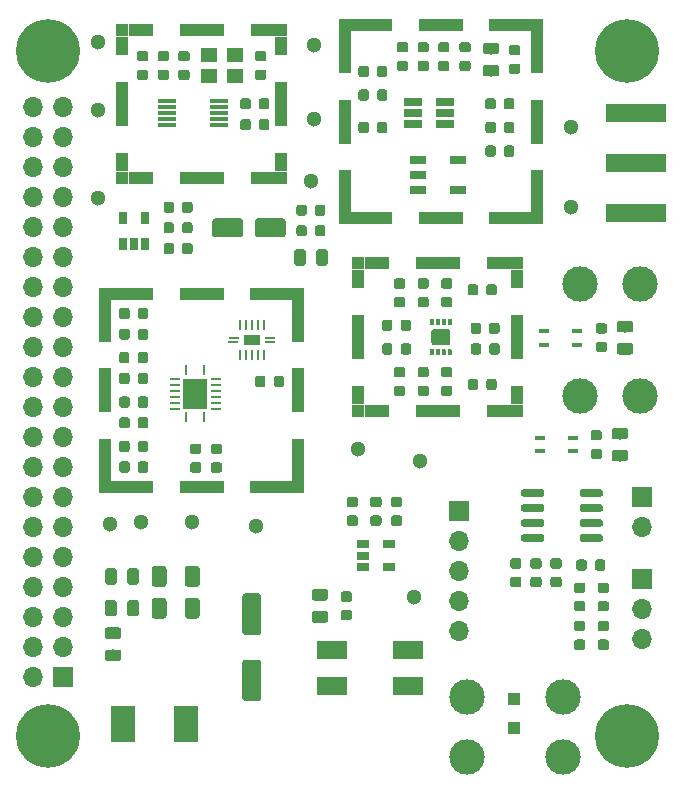
<source format=gts>
G04 #@! TF.GenerationSoftware,KiCad,Pcbnew,(5.1.4)-1*
G04 #@! TF.CreationDate,2019-10-26T22:21:00+02:00*
G04 #@! TF.ProjectId,rf-receiver,72662d72-6563-4656-9976-65722e6b6963,rev?*
G04 #@! TF.SameCoordinates,Original*
G04 #@! TF.FileFunction,Soldermask,Top*
G04 #@! TF.FilePolarity,Negative*
%FSLAX46Y46*%
G04 Gerber Fmt 4.6, Leading zero omitted, Abs format (unit mm)*
G04 Created by KiCad (PCBNEW (5.1.4)-1) date 2019-10-26 22:21:00*
%MOMM*%
%LPD*%
G04 APERTURE LIST*
%ADD10C,0.100000*%
%ADD11C,0.875000*%
%ADD12R,1.000000X1.000000*%
%ADD13C,1.300000*%
%ADD14C,0.600000*%
%ADD15C,0.975000*%
%ADD16O,1.700000X1.700000*%
%ADD17R,1.700000X1.700000*%
%ADD18C,1.250000*%
%ADD19R,2.000000X3.100000*%
%ADD20C,3.000000*%
%ADD21R,0.900000X0.400000*%
%ADD22C,1.600000*%
%ADD23R,0.850000X0.280000*%
%ADD24R,0.280000X0.850000*%
%ADD25R,2.050000X2.550000*%
%ADD26R,0.240000X0.900000*%
%ADD27R,0.900000X0.240000*%
%ADD28R,1.400000X0.900000*%
%ADD29R,2.500000X1.500000*%
%ADD30R,2.130000X1.000000*%
%ADD31R,3.800000X1.000000*%
%ADD32R,1.000000X1.650000*%
%ADD33R,1.000000X3.800000*%
%ADD34R,1.000000X3.550000*%
%ADD35R,3.550000X1.000000*%
%ADD36C,0.350000*%
%ADD37C,1.400000*%
%ADD38R,1.400000X1.200000*%
%ADD39R,0.650000X1.060000*%
%ADD40R,1.550000X0.400000*%
%ADD41C,5.400000*%
%ADD42R,5.080000X1.500000*%
%ADD43R,1.060000X0.650000*%
%ADD44R,1.560000X0.650000*%
%ADD45R,1.400000X0.760000*%
G04 APERTURE END LIST*
D10*
G36*
X116777691Y-89026053D02*
G01*
X116798926Y-89029203D01*
X116819750Y-89034419D01*
X116839962Y-89041651D01*
X116859368Y-89050830D01*
X116877781Y-89061866D01*
X116895024Y-89074654D01*
X116910930Y-89089070D01*
X116925346Y-89104976D01*
X116938134Y-89122219D01*
X116949170Y-89140632D01*
X116958349Y-89160038D01*
X116965581Y-89180250D01*
X116970797Y-89201074D01*
X116973947Y-89222309D01*
X116975000Y-89243750D01*
X116975000Y-89756250D01*
X116973947Y-89777691D01*
X116970797Y-89798926D01*
X116965581Y-89819750D01*
X116958349Y-89839962D01*
X116949170Y-89859368D01*
X116938134Y-89877781D01*
X116925346Y-89895024D01*
X116910930Y-89910930D01*
X116895024Y-89925346D01*
X116877781Y-89938134D01*
X116859368Y-89949170D01*
X116839962Y-89958349D01*
X116819750Y-89965581D01*
X116798926Y-89970797D01*
X116777691Y-89973947D01*
X116756250Y-89975000D01*
X116318750Y-89975000D01*
X116297309Y-89973947D01*
X116276074Y-89970797D01*
X116255250Y-89965581D01*
X116235038Y-89958349D01*
X116215632Y-89949170D01*
X116197219Y-89938134D01*
X116179976Y-89925346D01*
X116164070Y-89910930D01*
X116149654Y-89895024D01*
X116136866Y-89877781D01*
X116125830Y-89859368D01*
X116116651Y-89839962D01*
X116109419Y-89819750D01*
X116104203Y-89798926D01*
X116101053Y-89777691D01*
X116100000Y-89756250D01*
X116100000Y-89243750D01*
X116101053Y-89222309D01*
X116104203Y-89201074D01*
X116109419Y-89180250D01*
X116116651Y-89160038D01*
X116125830Y-89140632D01*
X116136866Y-89122219D01*
X116149654Y-89104976D01*
X116164070Y-89089070D01*
X116179976Y-89074654D01*
X116197219Y-89061866D01*
X116215632Y-89050830D01*
X116235038Y-89041651D01*
X116255250Y-89034419D01*
X116276074Y-89029203D01*
X116297309Y-89026053D01*
X116318750Y-89025000D01*
X116756250Y-89025000D01*
X116777691Y-89026053D01*
X116777691Y-89026053D01*
G37*
D11*
X116537500Y-89500000D03*
D10*
G36*
X115202691Y-89026053D02*
G01*
X115223926Y-89029203D01*
X115244750Y-89034419D01*
X115264962Y-89041651D01*
X115284368Y-89050830D01*
X115302781Y-89061866D01*
X115320024Y-89074654D01*
X115335930Y-89089070D01*
X115350346Y-89104976D01*
X115363134Y-89122219D01*
X115374170Y-89140632D01*
X115383349Y-89160038D01*
X115390581Y-89180250D01*
X115395797Y-89201074D01*
X115398947Y-89222309D01*
X115400000Y-89243750D01*
X115400000Y-89756250D01*
X115398947Y-89777691D01*
X115395797Y-89798926D01*
X115390581Y-89819750D01*
X115383349Y-89839962D01*
X115374170Y-89859368D01*
X115363134Y-89877781D01*
X115350346Y-89895024D01*
X115335930Y-89910930D01*
X115320024Y-89925346D01*
X115302781Y-89938134D01*
X115284368Y-89949170D01*
X115264962Y-89958349D01*
X115244750Y-89965581D01*
X115223926Y-89970797D01*
X115202691Y-89973947D01*
X115181250Y-89975000D01*
X114743750Y-89975000D01*
X114722309Y-89973947D01*
X114701074Y-89970797D01*
X114680250Y-89965581D01*
X114660038Y-89958349D01*
X114640632Y-89949170D01*
X114622219Y-89938134D01*
X114604976Y-89925346D01*
X114589070Y-89910930D01*
X114574654Y-89895024D01*
X114561866Y-89877781D01*
X114550830Y-89859368D01*
X114541651Y-89839962D01*
X114534419Y-89819750D01*
X114529203Y-89798926D01*
X114526053Y-89777691D01*
X114525000Y-89756250D01*
X114525000Y-89243750D01*
X114526053Y-89222309D01*
X114529203Y-89201074D01*
X114534419Y-89180250D01*
X114541651Y-89160038D01*
X114550830Y-89140632D01*
X114561866Y-89122219D01*
X114574654Y-89104976D01*
X114589070Y-89089070D01*
X114604976Y-89074654D01*
X114622219Y-89061866D01*
X114640632Y-89050830D01*
X114660038Y-89041651D01*
X114680250Y-89034419D01*
X114701074Y-89029203D01*
X114722309Y-89026053D01*
X114743750Y-89025000D01*
X115181250Y-89025000D01*
X115202691Y-89026053D01*
X115202691Y-89026053D01*
G37*
D11*
X114962500Y-89500000D03*
D12*
X118450000Y-118600000D03*
X118450000Y-116100000D03*
D13*
X83250000Y-73750000D03*
X83250000Y-66250000D03*
X83250000Y-60500000D03*
X110000000Y-107500000D03*
X105250000Y-95000000D03*
X110500000Y-96000000D03*
X91200000Y-101150000D03*
X86900000Y-101150000D03*
X101500000Y-60750000D03*
X101250000Y-72250000D03*
X96600000Y-101500000D03*
X123250000Y-74500000D03*
X123250000Y-67750000D03*
X101500000Y-67000000D03*
X84250000Y-101300000D03*
D10*
G36*
X125814703Y-98395722D02*
G01*
X125829264Y-98397882D01*
X125843543Y-98401459D01*
X125857403Y-98406418D01*
X125870710Y-98412712D01*
X125883336Y-98420280D01*
X125895159Y-98429048D01*
X125906066Y-98438934D01*
X125915952Y-98449841D01*
X125924720Y-98461664D01*
X125932288Y-98474290D01*
X125938582Y-98487597D01*
X125943541Y-98501457D01*
X125947118Y-98515736D01*
X125949278Y-98530297D01*
X125950000Y-98545000D01*
X125950000Y-98845000D01*
X125949278Y-98859703D01*
X125947118Y-98874264D01*
X125943541Y-98888543D01*
X125938582Y-98902403D01*
X125932288Y-98915710D01*
X125924720Y-98928336D01*
X125915952Y-98940159D01*
X125906066Y-98951066D01*
X125895159Y-98960952D01*
X125883336Y-98969720D01*
X125870710Y-98977288D01*
X125857403Y-98983582D01*
X125843543Y-98988541D01*
X125829264Y-98992118D01*
X125814703Y-98994278D01*
X125800000Y-98995000D01*
X124150000Y-98995000D01*
X124135297Y-98994278D01*
X124120736Y-98992118D01*
X124106457Y-98988541D01*
X124092597Y-98983582D01*
X124079290Y-98977288D01*
X124066664Y-98969720D01*
X124054841Y-98960952D01*
X124043934Y-98951066D01*
X124034048Y-98940159D01*
X124025280Y-98928336D01*
X124017712Y-98915710D01*
X124011418Y-98902403D01*
X124006459Y-98888543D01*
X124002882Y-98874264D01*
X124000722Y-98859703D01*
X124000000Y-98845000D01*
X124000000Y-98545000D01*
X124000722Y-98530297D01*
X124002882Y-98515736D01*
X124006459Y-98501457D01*
X124011418Y-98487597D01*
X124017712Y-98474290D01*
X124025280Y-98461664D01*
X124034048Y-98449841D01*
X124043934Y-98438934D01*
X124054841Y-98429048D01*
X124066664Y-98420280D01*
X124079290Y-98412712D01*
X124092597Y-98406418D01*
X124106457Y-98401459D01*
X124120736Y-98397882D01*
X124135297Y-98395722D01*
X124150000Y-98395000D01*
X125800000Y-98395000D01*
X125814703Y-98395722D01*
X125814703Y-98395722D01*
G37*
D14*
X124975000Y-98695000D03*
D10*
G36*
X125814703Y-99665722D02*
G01*
X125829264Y-99667882D01*
X125843543Y-99671459D01*
X125857403Y-99676418D01*
X125870710Y-99682712D01*
X125883336Y-99690280D01*
X125895159Y-99699048D01*
X125906066Y-99708934D01*
X125915952Y-99719841D01*
X125924720Y-99731664D01*
X125932288Y-99744290D01*
X125938582Y-99757597D01*
X125943541Y-99771457D01*
X125947118Y-99785736D01*
X125949278Y-99800297D01*
X125950000Y-99815000D01*
X125950000Y-100115000D01*
X125949278Y-100129703D01*
X125947118Y-100144264D01*
X125943541Y-100158543D01*
X125938582Y-100172403D01*
X125932288Y-100185710D01*
X125924720Y-100198336D01*
X125915952Y-100210159D01*
X125906066Y-100221066D01*
X125895159Y-100230952D01*
X125883336Y-100239720D01*
X125870710Y-100247288D01*
X125857403Y-100253582D01*
X125843543Y-100258541D01*
X125829264Y-100262118D01*
X125814703Y-100264278D01*
X125800000Y-100265000D01*
X124150000Y-100265000D01*
X124135297Y-100264278D01*
X124120736Y-100262118D01*
X124106457Y-100258541D01*
X124092597Y-100253582D01*
X124079290Y-100247288D01*
X124066664Y-100239720D01*
X124054841Y-100230952D01*
X124043934Y-100221066D01*
X124034048Y-100210159D01*
X124025280Y-100198336D01*
X124017712Y-100185710D01*
X124011418Y-100172403D01*
X124006459Y-100158543D01*
X124002882Y-100144264D01*
X124000722Y-100129703D01*
X124000000Y-100115000D01*
X124000000Y-99815000D01*
X124000722Y-99800297D01*
X124002882Y-99785736D01*
X124006459Y-99771457D01*
X124011418Y-99757597D01*
X124017712Y-99744290D01*
X124025280Y-99731664D01*
X124034048Y-99719841D01*
X124043934Y-99708934D01*
X124054841Y-99699048D01*
X124066664Y-99690280D01*
X124079290Y-99682712D01*
X124092597Y-99676418D01*
X124106457Y-99671459D01*
X124120736Y-99667882D01*
X124135297Y-99665722D01*
X124150000Y-99665000D01*
X125800000Y-99665000D01*
X125814703Y-99665722D01*
X125814703Y-99665722D01*
G37*
D14*
X124975000Y-99965000D03*
D10*
G36*
X125814703Y-100935722D02*
G01*
X125829264Y-100937882D01*
X125843543Y-100941459D01*
X125857403Y-100946418D01*
X125870710Y-100952712D01*
X125883336Y-100960280D01*
X125895159Y-100969048D01*
X125906066Y-100978934D01*
X125915952Y-100989841D01*
X125924720Y-101001664D01*
X125932288Y-101014290D01*
X125938582Y-101027597D01*
X125943541Y-101041457D01*
X125947118Y-101055736D01*
X125949278Y-101070297D01*
X125950000Y-101085000D01*
X125950000Y-101385000D01*
X125949278Y-101399703D01*
X125947118Y-101414264D01*
X125943541Y-101428543D01*
X125938582Y-101442403D01*
X125932288Y-101455710D01*
X125924720Y-101468336D01*
X125915952Y-101480159D01*
X125906066Y-101491066D01*
X125895159Y-101500952D01*
X125883336Y-101509720D01*
X125870710Y-101517288D01*
X125857403Y-101523582D01*
X125843543Y-101528541D01*
X125829264Y-101532118D01*
X125814703Y-101534278D01*
X125800000Y-101535000D01*
X124150000Y-101535000D01*
X124135297Y-101534278D01*
X124120736Y-101532118D01*
X124106457Y-101528541D01*
X124092597Y-101523582D01*
X124079290Y-101517288D01*
X124066664Y-101509720D01*
X124054841Y-101500952D01*
X124043934Y-101491066D01*
X124034048Y-101480159D01*
X124025280Y-101468336D01*
X124017712Y-101455710D01*
X124011418Y-101442403D01*
X124006459Y-101428543D01*
X124002882Y-101414264D01*
X124000722Y-101399703D01*
X124000000Y-101385000D01*
X124000000Y-101085000D01*
X124000722Y-101070297D01*
X124002882Y-101055736D01*
X124006459Y-101041457D01*
X124011418Y-101027597D01*
X124017712Y-101014290D01*
X124025280Y-101001664D01*
X124034048Y-100989841D01*
X124043934Y-100978934D01*
X124054841Y-100969048D01*
X124066664Y-100960280D01*
X124079290Y-100952712D01*
X124092597Y-100946418D01*
X124106457Y-100941459D01*
X124120736Y-100937882D01*
X124135297Y-100935722D01*
X124150000Y-100935000D01*
X125800000Y-100935000D01*
X125814703Y-100935722D01*
X125814703Y-100935722D01*
G37*
D14*
X124975000Y-101235000D03*
D10*
G36*
X125814703Y-102205722D02*
G01*
X125829264Y-102207882D01*
X125843543Y-102211459D01*
X125857403Y-102216418D01*
X125870710Y-102222712D01*
X125883336Y-102230280D01*
X125895159Y-102239048D01*
X125906066Y-102248934D01*
X125915952Y-102259841D01*
X125924720Y-102271664D01*
X125932288Y-102284290D01*
X125938582Y-102297597D01*
X125943541Y-102311457D01*
X125947118Y-102325736D01*
X125949278Y-102340297D01*
X125950000Y-102355000D01*
X125950000Y-102655000D01*
X125949278Y-102669703D01*
X125947118Y-102684264D01*
X125943541Y-102698543D01*
X125938582Y-102712403D01*
X125932288Y-102725710D01*
X125924720Y-102738336D01*
X125915952Y-102750159D01*
X125906066Y-102761066D01*
X125895159Y-102770952D01*
X125883336Y-102779720D01*
X125870710Y-102787288D01*
X125857403Y-102793582D01*
X125843543Y-102798541D01*
X125829264Y-102802118D01*
X125814703Y-102804278D01*
X125800000Y-102805000D01*
X124150000Y-102805000D01*
X124135297Y-102804278D01*
X124120736Y-102802118D01*
X124106457Y-102798541D01*
X124092597Y-102793582D01*
X124079290Y-102787288D01*
X124066664Y-102779720D01*
X124054841Y-102770952D01*
X124043934Y-102761066D01*
X124034048Y-102750159D01*
X124025280Y-102738336D01*
X124017712Y-102725710D01*
X124011418Y-102712403D01*
X124006459Y-102698543D01*
X124002882Y-102684264D01*
X124000722Y-102669703D01*
X124000000Y-102655000D01*
X124000000Y-102355000D01*
X124000722Y-102340297D01*
X124002882Y-102325736D01*
X124006459Y-102311457D01*
X124011418Y-102297597D01*
X124017712Y-102284290D01*
X124025280Y-102271664D01*
X124034048Y-102259841D01*
X124043934Y-102248934D01*
X124054841Y-102239048D01*
X124066664Y-102230280D01*
X124079290Y-102222712D01*
X124092597Y-102216418D01*
X124106457Y-102211459D01*
X124120736Y-102207882D01*
X124135297Y-102205722D01*
X124150000Y-102205000D01*
X125800000Y-102205000D01*
X125814703Y-102205722D01*
X125814703Y-102205722D01*
G37*
D14*
X124975000Y-102505000D03*
D10*
G36*
X120864703Y-102205722D02*
G01*
X120879264Y-102207882D01*
X120893543Y-102211459D01*
X120907403Y-102216418D01*
X120920710Y-102222712D01*
X120933336Y-102230280D01*
X120945159Y-102239048D01*
X120956066Y-102248934D01*
X120965952Y-102259841D01*
X120974720Y-102271664D01*
X120982288Y-102284290D01*
X120988582Y-102297597D01*
X120993541Y-102311457D01*
X120997118Y-102325736D01*
X120999278Y-102340297D01*
X121000000Y-102355000D01*
X121000000Y-102655000D01*
X120999278Y-102669703D01*
X120997118Y-102684264D01*
X120993541Y-102698543D01*
X120988582Y-102712403D01*
X120982288Y-102725710D01*
X120974720Y-102738336D01*
X120965952Y-102750159D01*
X120956066Y-102761066D01*
X120945159Y-102770952D01*
X120933336Y-102779720D01*
X120920710Y-102787288D01*
X120907403Y-102793582D01*
X120893543Y-102798541D01*
X120879264Y-102802118D01*
X120864703Y-102804278D01*
X120850000Y-102805000D01*
X119200000Y-102805000D01*
X119185297Y-102804278D01*
X119170736Y-102802118D01*
X119156457Y-102798541D01*
X119142597Y-102793582D01*
X119129290Y-102787288D01*
X119116664Y-102779720D01*
X119104841Y-102770952D01*
X119093934Y-102761066D01*
X119084048Y-102750159D01*
X119075280Y-102738336D01*
X119067712Y-102725710D01*
X119061418Y-102712403D01*
X119056459Y-102698543D01*
X119052882Y-102684264D01*
X119050722Y-102669703D01*
X119050000Y-102655000D01*
X119050000Y-102355000D01*
X119050722Y-102340297D01*
X119052882Y-102325736D01*
X119056459Y-102311457D01*
X119061418Y-102297597D01*
X119067712Y-102284290D01*
X119075280Y-102271664D01*
X119084048Y-102259841D01*
X119093934Y-102248934D01*
X119104841Y-102239048D01*
X119116664Y-102230280D01*
X119129290Y-102222712D01*
X119142597Y-102216418D01*
X119156457Y-102211459D01*
X119170736Y-102207882D01*
X119185297Y-102205722D01*
X119200000Y-102205000D01*
X120850000Y-102205000D01*
X120864703Y-102205722D01*
X120864703Y-102205722D01*
G37*
D14*
X120025000Y-102505000D03*
D10*
G36*
X120864703Y-100935722D02*
G01*
X120879264Y-100937882D01*
X120893543Y-100941459D01*
X120907403Y-100946418D01*
X120920710Y-100952712D01*
X120933336Y-100960280D01*
X120945159Y-100969048D01*
X120956066Y-100978934D01*
X120965952Y-100989841D01*
X120974720Y-101001664D01*
X120982288Y-101014290D01*
X120988582Y-101027597D01*
X120993541Y-101041457D01*
X120997118Y-101055736D01*
X120999278Y-101070297D01*
X121000000Y-101085000D01*
X121000000Y-101385000D01*
X120999278Y-101399703D01*
X120997118Y-101414264D01*
X120993541Y-101428543D01*
X120988582Y-101442403D01*
X120982288Y-101455710D01*
X120974720Y-101468336D01*
X120965952Y-101480159D01*
X120956066Y-101491066D01*
X120945159Y-101500952D01*
X120933336Y-101509720D01*
X120920710Y-101517288D01*
X120907403Y-101523582D01*
X120893543Y-101528541D01*
X120879264Y-101532118D01*
X120864703Y-101534278D01*
X120850000Y-101535000D01*
X119200000Y-101535000D01*
X119185297Y-101534278D01*
X119170736Y-101532118D01*
X119156457Y-101528541D01*
X119142597Y-101523582D01*
X119129290Y-101517288D01*
X119116664Y-101509720D01*
X119104841Y-101500952D01*
X119093934Y-101491066D01*
X119084048Y-101480159D01*
X119075280Y-101468336D01*
X119067712Y-101455710D01*
X119061418Y-101442403D01*
X119056459Y-101428543D01*
X119052882Y-101414264D01*
X119050722Y-101399703D01*
X119050000Y-101385000D01*
X119050000Y-101085000D01*
X119050722Y-101070297D01*
X119052882Y-101055736D01*
X119056459Y-101041457D01*
X119061418Y-101027597D01*
X119067712Y-101014290D01*
X119075280Y-101001664D01*
X119084048Y-100989841D01*
X119093934Y-100978934D01*
X119104841Y-100969048D01*
X119116664Y-100960280D01*
X119129290Y-100952712D01*
X119142597Y-100946418D01*
X119156457Y-100941459D01*
X119170736Y-100937882D01*
X119185297Y-100935722D01*
X119200000Y-100935000D01*
X120850000Y-100935000D01*
X120864703Y-100935722D01*
X120864703Y-100935722D01*
G37*
D14*
X120025000Y-101235000D03*
D10*
G36*
X120864703Y-99665722D02*
G01*
X120879264Y-99667882D01*
X120893543Y-99671459D01*
X120907403Y-99676418D01*
X120920710Y-99682712D01*
X120933336Y-99690280D01*
X120945159Y-99699048D01*
X120956066Y-99708934D01*
X120965952Y-99719841D01*
X120974720Y-99731664D01*
X120982288Y-99744290D01*
X120988582Y-99757597D01*
X120993541Y-99771457D01*
X120997118Y-99785736D01*
X120999278Y-99800297D01*
X121000000Y-99815000D01*
X121000000Y-100115000D01*
X120999278Y-100129703D01*
X120997118Y-100144264D01*
X120993541Y-100158543D01*
X120988582Y-100172403D01*
X120982288Y-100185710D01*
X120974720Y-100198336D01*
X120965952Y-100210159D01*
X120956066Y-100221066D01*
X120945159Y-100230952D01*
X120933336Y-100239720D01*
X120920710Y-100247288D01*
X120907403Y-100253582D01*
X120893543Y-100258541D01*
X120879264Y-100262118D01*
X120864703Y-100264278D01*
X120850000Y-100265000D01*
X119200000Y-100265000D01*
X119185297Y-100264278D01*
X119170736Y-100262118D01*
X119156457Y-100258541D01*
X119142597Y-100253582D01*
X119129290Y-100247288D01*
X119116664Y-100239720D01*
X119104841Y-100230952D01*
X119093934Y-100221066D01*
X119084048Y-100210159D01*
X119075280Y-100198336D01*
X119067712Y-100185710D01*
X119061418Y-100172403D01*
X119056459Y-100158543D01*
X119052882Y-100144264D01*
X119050722Y-100129703D01*
X119050000Y-100115000D01*
X119050000Y-99815000D01*
X119050722Y-99800297D01*
X119052882Y-99785736D01*
X119056459Y-99771457D01*
X119061418Y-99757597D01*
X119067712Y-99744290D01*
X119075280Y-99731664D01*
X119084048Y-99719841D01*
X119093934Y-99708934D01*
X119104841Y-99699048D01*
X119116664Y-99690280D01*
X119129290Y-99682712D01*
X119142597Y-99676418D01*
X119156457Y-99671459D01*
X119170736Y-99667882D01*
X119185297Y-99665722D01*
X119200000Y-99665000D01*
X120850000Y-99665000D01*
X120864703Y-99665722D01*
X120864703Y-99665722D01*
G37*
D14*
X120025000Y-99965000D03*
D10*
G36*
X120864703Y-98395722D02*
G01*
X120879264Y-98397882D01*
X120893543Y-98401459D01*
X120907403Y-98406418D01*
X120920710Y-98412712D01*
X120933336Y-98420280D01*
X120945159Y-98429048D01*
X120956066Y-98438934D01*
X120965952Y-98449841D01*
X120974720Y-98461664D01*
X120982288Y-98474290D01*
X120988582Y-98487597D01*
X120993541Y-98501457D01*
X120997118Y-98515736D01*
X120999278Y-98530297D01*
X121000000Y-98545000D01*
X121000000Y-98845000D01*
X120999278Y-98859703D01*
X120997118Y-98874264D01*
X120993541Y-98888543D01*
X120988582Y-98902403D01*
X120982288Y-98915710D01*
X120974720Y-98928336D01*
X120965952Y-98940159D01*
X120956066Y-98951066D01*
X120945159Y-98960952D01*
X120933336Y-98969720D01*
X120920710Y-98977288D01*
X120907403Y-98983582D01*
X120893543Y-98988541D01*
X120879264Y-98992118D01*
X120864703Y-98994278D01*
X120850000Y-98995000D01*
X119200000Y-98995000D01*
X119185297Y-98994278D01*
X119170736Y-98992118D01*
X119156457Y-98988541D01*
X119142597Y-98983582D01*
X119129290Y-98977288D01*
X119116664Y-98969720D01*
X119104841Y-98960952D01*
X119093934Y-98951066D01*
X119084048Y-98940159D01*
X119075280Y-98928336D01*
X119067712Y-98915710D01*
X119061418Y-98902403D01*
X119056459Y-98888543D01*
X119052882Y-98874264D01*
X119050722Y-98859703D01*
X119050000Y-98845000D01*
X119050000Y-98545000D01*
X119050722Y-98530297D01*
X119052882Y-98515736D01*
X119056459Y-98501457D01*
X119061418Y-98487597D01*
X119067712Y-98474290D01*
X119075280Y-98461664D01*
X119084048Y-98449841D01*
X119093934Y-98438934D01*
X119104841Y-98429048D01*
X119116664Y-98420280D01*
X119129290Y-98412712D01*
X119142597Y-98406418D01*
X119156457Y-98401459D01*
X119170736Y-98397882D01*
X119185297Y-98395722D01*
X119200000Y-98395000D01*
X120850000Y-98395000D01*
X120864703Y-98395722D01*
X120864703Y-98395722D01*
G37*
D14*
X120025000Y-98695000D03*
D10*
G36*
X86455142Y-107751174D02*
G01*
X86478803Y-107754684D01*
X86502007Y-107760496D01*
X86524529Y-107768554D01*
X86546153Y-107778782D01*
X86566670Y-107791079D01*
X86585883Y-107805329D01*
X86603607Y-107821393D01*
X86619671Y-107839117D01*
X86633921Y-107858330D01*
X86646218Y-107878847D01*
X86656446Y-107900471D01*
X86664504Y-107922993D01*
X86670316Y-107946197D01*
X86673826Y-107969858D01*
X86675000Y-107993750D01*
X86675000Y-108906250D01*
X86673826Y-108930142D01*
X86670316Y-108953803D01*
X86664504Y-108977007D01*
X86656446Y-108999529D01*
X86646218Y-109021153D01*
X86633921Y-109041670D01*
X86619671Y-109060883D01*
X86603607Y-109078607D01*
X86585883Y-109094671D01*
X86566670Y-109108921D01*
X86546153Y-109121218D01*
X86524529Y-109131446D01*
X86502007Y-109139504D01*
X86478803Y-109145316D01*
X86455142Y-109148826D01*
X86431250Y-109150000D01*
X85943750Y-109150000D01*
X85919858Y-109148826D01*
X85896197Y-109145316D01*
X85872993Y-109139504D01*
X85850471Y-109131446D01*
X85828847Y-109121218D01*
X85808330Y-109108921D01*
X85789117Y-109094671D01*
X85771393Y-109078607D01*
X85755329Y-109060883D01*
X85741079Y-109041670D01*
X85728782Y-109021153D01*
X85718554Y-108999529D01*
X85710496Y-108977007D01*
X85704684Y-108953803D01*
X85701174Y-108930142D01*
X85700000Y-108906250D01*
X85700000Y-107993750D01*
X85701174Y-107969858D01*
X85704684Y-107946197D01*
X85710496Y-107922993D01*
X85718554Y-107900471D01*
X85728782Y-107878847D01*
X85741079Y-107858330D01*
X85755329Y-107839117D01*
X85771393Y-107821393D01*
X85789117Y-107805329D01*
X85808330Y-107791079D01*
X85828847Y-107778782D01*
X85850471Y-107768554D01*
X85872993Y-107760496D01*
X85896197Y-107754684D01*
X85919858Y-107751174D01*
X85943750Y-107750000D01*
X86431250Y-107750000D01*
X86455142Y-107751174D01*
X86455142Y-107751174D01*
G37*
D15*
X86187500Y-108450000D03*
D10*
G36*
X84580142Y-107751174D02*
G01*
X84603803Y-107754684D01*
X84627007Y-107760496D01*
X84649529Y-107768554D01*
X84671153Y-107778782D01*
X84691670Y-107791079D01*
X84710883Y-107805329D01*
X84728607Y-107821393D01*
X84744671Y-107839117D01*
X84758921Y-107858330D01*
X84771218Y-107878847D01*
X84781446Y-107900471D01*
X84789504Y-107922993D01*
X84795316Y-107946197D01*
X84798826Y-107969858D01*
X84800000Y-107993750D01*
X84800000Y-108906250D01*
X84798826Y-108930142D01*
X84795316Y-108953803D01*
X84789504Y-108977007D01*
X84781446Y-108999529D01*
X84771218Y-109021153D01*
X84758921Y-109041670D01*
X84744671Y-109060883D01*
X84728607Y-109078607D01*
X84710883Y-109094671D01*
X84691670Y-109108921D01*
X84671153Y-109121218D01*
X84649529Y-109131446D01*
X84627007Y-109139504D01*
X84603803Y-109145316D01*
X84580142Y-109148826D01*
X84556250Y-109150000D01*
X84068750Y-109150000D01*
X84044858Y-109148826D01*
X84021197Y-109145316D01*
X83997993Y-109139504D01*
X83975471Y-109131446D01*
X83953847Y-109121218D01*
X83933330Y-109108921D01*
X83914117Y-109094671D01*
X83896393Y-109078607D01*
X83880329Y-109060883D01*
X83866079Y-109041670D01*
X83853782Y-109021153D01*
X83843554Y-108999529D01*
X83835496Y-108977007D01*
X83829684Y-108953803D01*
X83826174Y-108930142D01*
X83825000Y-108906250D01*
X83825000Y-107993750D01*
X83826174Y-107969858D01*
X83829684Y-107946197D01*
X83835496Y-107922993D01*
X83843554Y-107900471D01*
X83853782Y-107878847D01*
X83866079Y-107858330D01*
X83880329Y-107839117D01*
X83896393Y-107821393D01*
X83914117Y-107805329D01*
X83933330Y-107791079D01*
X83953847Y-107778782D01*
X83975471Y-107768554D01*
X83997993Y-107760496D01*
X84021197Y-107754684D01*
X84044858Y-107751174D01*
X84068750Y-107750000D01*
X84556250Y-107750000D01*
X84580142Y-107751174D01*
X84580142Y-107751174D01*
G37*
D15*
X84312500Y-108450000D03*
D10*
G36*
X118877691Y-104226053D02*
G01*
X118898926Y-104229203D01*
X118919750Y-104234419D01*
X118939962Y-104241651D01*
X118959368Y-104250830D01*
X118977781Y-104261866D01*
X118995024Y-104274654D01*
X119010930Y-104289070D01*
X119025346Y-104304976D01*
X119038134Y-104322219D01*
X119049170Y-104340632D01*
X119058349Y-104360038D01*
X119065581Y-104380250D01*
X119070797Y-104401074D01*
X119073947Y-104422309D01*
X119075000Y-104443750D01*
X119075000Y-104881250D01*
X119073947Y-104902691D01*
X119070797Y-104923926D01*
X119065581Y-104944750D01*
X119058349Y-104964962D01*
X119049170Y-104984368D01*
X119038134Y-105002781D01*
X119025346Y-105020024D01*
X119010930Y-105035930D01*
X118995024Y-105050346D01*
X118977781Y-105063134D01*
X118959368Y-105074170D01*
X118939962Y-105083349D01*
X118919750Y-105090581D01*
X118898926Y-105095797D01*
X118877691Y-105098947D01*
X118856250Y-105100000D01*
X118343750Y-105100000D01*
X118322309Y-105098947D01*
X118301074Y-105095797D01*
X118280250Y-105090581D01*
X118260038Y-105083349D01*
X118240632Y-105074170D01*
X118222219Y-105063134D01*
X118204976Y-105050346D01*
X118189070Y-105035930D01*
X118174654Y-105020024D01*
X118161866Y-105002781D01*
X118150830Y-104984368D01*
X118141651Y-104964962D01*
X118134419Y-104944750D01*
X118129203Y-104923926D01*
X118126053Y-104902691D01*
X118125000Y-104881250D01*
X118125000Y-104443750D01*
X118126053Y-104422309D01*
X118129203Y-104401074D01*
X118134419Y-104380250D01*
X118141651Y-104360038D01*
X118150830Y-104340632D01*
X118161866Y-104322219D01*
X118174654Y-104304976D01*
X118189070Y-104289070D01*
X118204976Y-104274654D01*
X118222219Y-104261866D01*
X118240632Y-104250830D01*
X118260038Y-104241651D01*
X118280250Y-104234419D01*
X118301074Y-104229203D01*
X118322309Y-104226053D01*
X118343750Y-104225000D01*
X118856250Y-104225000D01*
X118877691Y-104226053D01*
X118877691Y-104226053D01*
G37*
D11*
X118600000Y-104662500D03*
D10*
G36*
X118877691Y-105801053D02*
G01*
X118898926Y-105804203D01*
X118919750Y-105809419D01*
X118939962Y-105816651D01*
X118959368Y-105825830D01*
X118977781Y-105836866D01*
X118995024Y-105849654D01*
X119010930Y-105864070D01*
X119025346Y-105879976D01*
X119038134Y-105897219D01*
X119049170Y-105915632D01*
X119058349Y-105935038D01*
X119065581Y-105955250D01*
X119070797Y-105976074D01*
X119073947Y-105997309D01*
X119075000Y-106018750D01*
X119075000Y-106456250D01*
X119073947Y-106477691D01*
X119070797Y-106498926D01*
X119065581Y-106519750D01*
X119058349Y-106539962D01*
X119049170Y-106559368D01*
X119038134Y-106577781D01*
X119025346Y-106595024D01*
X119010930Y-106610930D01*
X118995024Y-106625346D01*
X118977781Y-106638134D01*
X118959368Y-106649170D01*
X118939962Y-106658349D01*
X118919750Y-106665581D01*
X118898926Y-106670797D01*
X118877691Y-106673947D01*
X118856250Y-106675000D01*
X118343750Y-106675000D01*
X118322309Y-106673947D01*
X118301074Y-106670797D01*
X118280250Y-106665581D01*
X118260038Y-106658349D01*
X118240632Y-106649170D01*
X118222219Y-106638134D01*
X118204976Y-106625346D01*
X118189070Y-106610930D01*
X118174654Y-106595024D01*
X118161866Y-106577781D01*
X118150830Y-106559368D01*
X118141651Y-106539962D01*
X118134419Y-106519750D01*
X118129203Y-106498926D01*
X118126053Y-106477691D01*
X118125000Y-106456250D01*
X118125000Y-106018750D01*
X118126053Y-105997309D01*
X118129203Y-105976074D01*
X118134419Y-105955250D01*
X118141651Y-105935038D01*
X118150830Y-105915632D01*
X118161866Y-105897219D01*
X118174654Y-105879976D01*
X118189070Y-105864070D01*
X118204976Y-105849654D01*
X118222219Y-105836866D01*
X118240632Y-105825830D01*
X118260038Y-105816651D01*
X118280250Y-105809419D01*
X118301074Y-105804203D01*
X118322309Y-105801053D01*
X118343750Y-105800000D01*
X118856250Y-105800000D01*
X118877691Y-105801053D01*
X118877691Y-105801053D01*
G37*
D11*
X118600000Y-106237500D03*
D10*
G36*
X122277691Y-104226053D02*
G01*
X122298926Y-104229203D01*
X122319750Y-104234419D01*
X122339962Y-104241651D01*
X122359368Y-104250830D01*
X122377781Y-104261866D01*
X122395024Y-104274654D01*
X122410930Y-104289070D01*
X122425346Y-104304976D01*
X122438134Y-104322219D01*
X122449170Y-104340632D01*
X122458349Y-104360038D01*
X122465581Y-104380250D01*
X122470797Y-104401074D01*
X122473947Y-104422309D01*
X122475000Y-104443750D01*
X122475000Y-104881250D01*
X122473947Y-104902691D01*
X122470797Y-104923926D01*
X122465581Y-104944750D01*
X122458349Y-104964962D01*
X122449170Y-104984368D01*
X122438134Y-105002781D01*
X122425346Y-105020024D01*
X122410930Y-105035930D01*
X122395024Y-105050346D01*
X122377781Y-105063134D01*
X122359368Y-105074170D01*
X122339962Y-105083349D01*
X122319750Y-105090581D01*
X122298926Y-105095797D01*
X122277691Y-105098947D01*
X122256250Y-105100000D01*
X121743750Y-105100000D01*
X121722309Y-105098947D01*
X121701074Y-105095797D01*
X121680250Y-105090581D01*
X121660038Y-105083349D01*
X121640632Y-105074170D01*
X121622219Y-105063134D01*
X121604976Y-105050346D01*
X121589070Y-105035930D01*
X121574654Y-105020024D01*
X121561866Y-105002781D01*
X121550830Y-104984368D01*
X121541651Y-104964962D01*
X121534419Y-104944750D01*
X121529203Y-104923926D01*
X121526053Y-104902691D01*
X121525000Y-104881250D01*
X121525000Y-104443750D01*
X121526053Y-104422309D01*
X121529203Y-104401074D01*
X121534419Y-104380250D01*
X121541651Y-104360038D01*
X121550830Y-104340632D01*
X121561866Y-104322219D01*
X121574654Y-104304976D01*
X121589070Y-104289070D01*
X121604976Y-104274654D01*
X121622219Y-104261866D01*
X121640632Y-104250830D01*
X121660038Y-104241651D01*
X121680250Y-104234419D01*
X121701074Y-104229203D01*
X121722309Y-104226053D01*
X121743750Y-104225000D01*
X122256250Y-104225000D01*
X122277691Y-104226053D01*
X122277691Y-104226053D01*
G37*
D11*
X122000000Y-104662500D03*
D10*
G36*
X122277691Y-105801053D02*
G01*
X122298926Y-105804203D01*
X122319750Y-105809419D01*
X122339962Y-105816651D01*
X122359368Y-105825830D01*
X122377781Y-105836866D01*
X122395024Y-105849654D01*
X122410930Y-105864070D01*
X122425346Y-105879976D01*
X122438134Y-105897219D01*
X122449170Y-105915632D01*
X122458349Y-105935038D01*
X122465581Y-105955250D01*
X122470797Y-105976074D01*
X122473947Y-105997309D01*
X122475000Y-106018750D01*
X122475000Y-106456250D01*
X122473947Y-106477691D01*
X122470797Y-106498926D01*
X122465581Y-106519750D01*
X122458349Y-106539962D01*
X122449170Y-106559368D01*
X122438134Y-106577781D01*
X122425346Y-106595024D01*
X122410930Y-106610930D01*
X122395024Y-106625346D01*
X122377781Y-106638134D01*
X122359368Y-106649170D01*
X122339962Y-106658349D01*
X122319750Y-106665581D01*
X122298926Y-106670797D01*
X122277691Y-106673947D01*
X122256250Y-106675000D01*
X121743750Y-106675000D01*
X121722309Y-106673947D01*
X121701074Y-106670797D01*
X121680250Y-106665581D01*
X121660038Y-106658349D01*
X121640632Y-106649170D01*
X121622219Y-106638134D01*
X121604976Y-106625346D01*
X121589070Y-106610930D01*
X121574654Y-106595024D01*
X121561866Y-106577781D01*
X121550830Y-106559368D01*
X121541651Y-106539962D01*
X121534419Y-106519750D01*
X121529203Y-106498926D01*
X121526053Y-106477691D01*
X121525000Y-106456250D01*
X121525000Y-106018750D01*
X121526053Y-105997309D01*
X121529203Y-105976074D01*
X121534419Y-105955250D01*
X121541651Y-105935038D01*
X121550830Y-105915632D01*
X121561866Y-105897219D01*
X121574654Y-105879976D01*
X121589070Y-105864070D01*
X121604976Y-105849654D01*
X121622219Y-105836866D01*
X121640632Y-105825830D01*
X121660038Y-105816651D01*
X121680250Y-105809419D01*
X121701074Y-105804203D01*
X121722309Y-105801053D01*
X121743750Y-105800000D01*
X122256250Y-105800000D01*
X122277691Y-105801053D01*
X122277691Y-105801053D01*
G37*
D11*
X122000000Y-106237500D03*
D10*
G36*
X120577691Y-104226053D02*
G01*
X120598926Y-104229203D01*
X120619750Y-104234419D01*
X120639962Y-104241651D01*
X120659368Y-104250830D01*
X120677781Y-104261866D01*
X120695024Y-104274654D01*
X120710930Y-104289070D01*
X120725346Y-104304976D01*
X120738134Y-104322219D01*
X120749170Y-104340632D01*
X120758349Y-104360038D01*
X120765581Y-104380250D01*
X120770797Y-104401074D01*
X120773947Y-104422309D01*
X120775000Y-104443750D01*
X120775000Y-104881250D01*
X120773947Y-104902691D01*
X120770797Y-104923926D01*
X120765581Y-104944750D01*
X120758349Y-104964962D01*
X120749170Y-104984368D01*
X120738134Y-105002781D01*
X120725346Y-105020024D01*
X120710930Y-105035930D01*
X120695024Y-105050346D01*
X120677781Y-105063134D01*
X120659368Y-105074170D01*
X120639962Y-105083349D01*
X120619750Y-105090581D01*
X120598926Y-105095797D01*
X120577691Y-105098947D01*
X120556250Y-105100000D01*
X120043750Y-105100000D01*
X120022309Y-105098947D01*
X120001074Y-105095797D01*
X119980250Y-105090581D01*
X119960038Y-105083349D01*
X119940632Y-105074170D01*
X119922219Y-105063134D01*
X119904976Y-105050346D01*
X119889070Y-105035930D01*
X119874654Y-105020024D01*
X119861866Y-105002781D01*
X119850830Y-104984368D01*
X119841651Y-104964962D01*
X119834419Y-104944750D01*
X119829203Y-104923926D01*
X119826053Y-104902691D01*
X119825000Y-104881250D01*
X119825000Y-104443750D01*
X119826053Y-104422309D01*
X119829203Y-104401074D01*
X119834419Y-104380250D01*
X119841651Y-104360038D01*
X119850830Y-104340632D01*
X119861866Y-104322219D01*
X119874654Y-104304976D01*
X119889070Y-104289070D01*
X119904976Y-104274654D01*
X119922219Y-104261866D01*
X119940632Y-104250830D01*
X119960038Y-104241651D01*
X119980250Y-104234419D01*
X120001074Y-104229203D01*
X120022309Y-104226053D01*
X120043750Y-104225000D01*
X120556250Y-104225000D01*
X120577691Y-104226053D01*
X120577691Y-104226053D01*
G37*
D11*
X120300000Y-104662500D03*
D10*
G36*
X120577691Y-105801053D02*
G01*
X120598926Y-105804203D01*
X120619750Y-105809419D01*
X120639962Y-105816651D01*
X120659368Y-105825830D01*
X120677781Y-105836866D01*
X120695024Y-105849654D01*
X120710930Y-105864070D01*
X120725346Y-105879976D01*
X120738134Y-105897219D01*
X120749170Y-105915632D01*
X120758349Y-105935038D01*
X120765581Y-105955250D01*
X120770797Y-105976074D01*
X120773947Y-105997309D01*
X120775000Y-106018750D01*
X120775000Y-106456250D01*
X120773947Y-106477691D01*
X120770797Y-106498926D01*
X120765581Y-106519750D01*
X120758349Y-106539962D01*
X120749170Y-106559368D01*
X120738134Y-106577781D01*
X120725346Y-106595024D01*
X120710930Y-106610930D01*
X120695024Y-106625346D01*
X120677781Y-106638134D01*
X120659368Y-106649170D01*
X120639962Y-106658349D01*
X120619750Y-106665581D01*
X120598926Y-106670797D01*
X120577691Y-106673947D01*
X120556250Y-106675000D01*
X120043750Y-106675000D01*
X120022309Y-106673947D01*
X120001074Y-106670797D01*
X119980250Y-106665581D01*
X119960038Y-106658349D01*
X119940632Y-106649170D01*
X119922219Y-106638134D01*
X119904976Y-106625346D01*
X119889070Y-106610930D01*
X119874654Y-106595024D01*
X119861866Y-106577781D01*
X119850830Y-106559368D01*
X119841651Y-106539962D01*
X119834419Y-106519750D01*
X119829203Y-106498926D01*
X119826053Y-106477691D01*
X119825000Y-106456250D01*
X119825000Y-106018750D01*
X119826053Y-105997309D01*
X119829203Y-105976074D01*
X119834419Y-105955250D01*
X119841651Y-105935038D01*
X119850830Y-105915632D01*
X119861866Y-105897219D01*
X119874654Y-105879976D01*
X119889070Y-105864070D01*
X119904976Y-105849654D01*
X119922219Y-105836866D01*
X119940632Y-105825830D01*
X119960038Y-105816651D01*
X119980250Y-105809419D01*
X120001074Y-105804203D01*
X120022309Y-105801053D01*
X120043750Y-105800000D01*
X120556250Y-105800000D01*
X120577691Y-105801053D01*
X120577691Y-105801053D01*
G37*
D11*
X120300000Y-106237500D03*
D10*
G36*
X86455142Y-105051174D02*
G01*
X86478803Y-105054684D01*
X86502007Y-105060496D01*
X86524529Y-105068554D01*
X86546153Y-105078782D01*
X86566670Y-105091079D01*
X86585883Y-105105329D01*
X86603607Y-105121393D01*
X86619671Y-105139117D01*
X86633921Y-105158330D01*
X86646218Y-105178847D01*
X86656446Y-105200471D01*
X86664504Y-105222993D01*
X86670316Y-105246197D01*
X86673826Y-105269858D01*
X86675000Y-105293750D01*
X86675000Y-106206250D01*
X86673826Y-106230142D01*
X86670316Y-106253803D01*
X86664504Y-106277007D01*
X86656446Y-106299529D01*
X86646218Y-106321153D01*
X86633921Y-106341670D01*
X86619671Y-106360883D01*
X86603607Y-106378607D01*
X86585883Y-106394671D01*
X86566670Y-106408921D01*
X86546153Y-106421218D01*
X86524529Y-106431446D01*
X86502007Y-106439504D01*
X86478803Y-106445316D01*
X86455142Y-106448826D01*
X86431250Y-106450000D01*
X85943750Y-106450000D01*
X85919858Y-106448826D01*
X85896197Y-106445316D01*
X85872993Y-106439504D01*
X85850471Y-106431446D01*
X85828847Y-106421218D01*
X85808330Y-106408921D01*
X85789117Y-106394671D01*
X85771393Y-106378607D01*
X85755329Y-106360883D01*
X85741079Y-106341670D01*
X85728782Y-106321153D01*
X85718554Y-106299529D01*
X85710496Y-106277007D01*
X85704684Y-106253803D01*
X85701174Y-106230142D01*
X85700000Y-106206250D01*
X85700000Y-105293750D01*
X85701174Y-105269858D01*
X85704684Y-105246197D01*
X85710496Y-105222993D01*
X85718554Y-105200471D01*
X85728782Y-105178847D01*
X85741079Y-105158330D01*
X85755329Y-105139117D01*
X85771393Y-105121393D01*
X85789117Y-105105329D01*
X85808330Y-105091079D01*
X85828847Y-105078782D01*
X85850471Y-105068554D01*
X85872993Y-105060496D01*
X85896197Y-105054684D01*
X85919858Y-105051174D01*
X85943750Y-105050000D01*
X86431250Y-105050000D01*
X86455142Y-105051174D01*
X86455142Y-105051174D01*
G37*
D15*
X86187500Y-105750000D03*
D10*
G36*
X84580142Y-105051174D02*
G01*
X84603803Y-105054684D01*
X84627007Y-105060496D01*
X84649529Y-105068554D01*
X84671153Y-105078782D01*
X84691670Y-105091079D01*
X84710883Y-105105329D01*
X84728607Y-105121393D01*
X84744671Y-105139117D01*
X84758921Y-105158330D01*
X84771218Y-105178847D01*
X84781446Y-105200471D01*
X84789504Y-105222993D01*
X84795316Y-105246197D01*
X84798826Y-105269858D01*
X84800000Y-105293750D01*
X84800000Y-106206250D01*
X84798826Y-106230142D01*
X84795316Y-106253803D01*
X84789504Y-106277007D01*
X84781446Y-106299529D01*
X84771218Y-106321153D01*
X84758921Y-106341670D01*
X84744671Y-106360883D01*
X84728607Y-106378607D01*
X84710883Y-106394671D01*
X84691670Y-106408921D01*
X84671153Y-106421218D01*
X84649529Y-106431446D01*
X84627007Y-106439504D01*
X84603803Y-106445316D01*
X84580142Y-106448826D01*
X84556250Y-106450000D01*
X84068750Y-106450000D01*
X84044858Y-106448826D01*
X84021197Y-106445316D01*
X83997993Y-106439504D01*
X83975471Y-106431446D01*
X83953847Y-106421218D01*
X83933330Y-106408921D01*
X83914117Y-106394671D01*
X83896393Y-106378607D01*
X83880329Y-106360883D01*
X83866079Y-106341670D01*
X83853782Y-106321153D01*
X83843554Y-106299529D01*
X83835496Y-106277007D01*
X83829684Y-106253803D01*
X83826174Y-106230142D01*
X83825000Y-106206250D01*
X83825000Y-105293750D01*
X83826174Y-105269858D01*
X83829684Y-105246197D01*
X83835496Y-105222993D01*
X83843554Y-105200471D01*
X83853782Y-105178847D01*
X83866079Y-105158330D01*
X83880329Y-105139117D01*
X83896393Y-105121393D01*
X83914117Y-105105329D01*
X83933330Y-105091079D01*
X83953847Y-105078782D01*
X83975471Y-105068554D01*
X83997993Y-105060496D01*
X84021197Y-105054684D01*
X84044858Y-105051174D01*
X84068750Y-105050000D01*
X84556250Y-105050000D01*
X84580142Y-105051174D01*
X84580142Y-105051174D01*
G37*
D15*
X84312500Y-105750000D03*
D16*
X129250000Y-101540000D03*
D17*
X129250000Y-99000000D03*
D10*
G36*
X88799504Y-107576204D02*
G01*
X88823773Y-107579804D01*
X88847571Y-107585765D01*
X88870671Y-107594030D01*
X88892849Y-107604520D01*
X88913893Y-107617133D01*
X88933598Y-107631747D01*
X88951777Y-107648223D01*
X88968253Y-107666402D01*
X88982867Y-107686107D01*
X88995480Y-107707151D01*
X89005970Y-107729329D01*
X89014235Y-107752429D01*
X89020196Y-107776227D01*
X89023796Y-107800496D01*
X89025000Y-107825000D01*
X89025000Y-109075000D01*
X89023796Y-109099504D01*
X89020196Y-109123773D01*
X89014235Y-109147571D01*
X89005970Y-109170671D01*
X88995480Y-109192849D01*
X88982867Y-109213893D01*
X88968253Y-109233598D01*
X88951777Y-109251777D01*
X88933598Y-109268253D01*
X88913893Y-109282867D01*
X88892849Y-109295480D01*
X88870671Y-109305970D01*
X88847571Y-109314235D01*
X88823773Y-109320196D01*
X88799504Y-109323796D01*
X88775000Y-109325000D01*
X88025000Y-109325000D01*
X88000496Y-109323796D01*
X87976227Y-109320196D01*
X87952429Y-109314235D01*
X87929329Y-109305970D01*
X87907151Y-109295480D01*
X87886107Y-109282867D01*
X87866402Y-109268253D01*
X87848223Y-109251777D01*
X87831747Y-109233598D01*
X87817133Y-109213893D01*
X87804520Y-109192849D01*
X87794030Y-109170671D01*
X87785765Y-109147571D01*
X87779804Y-109123773D01*
X87776204Y-109099504D01*
X87775000Y-109075000D01*
X87775000Y-107825000D01*
X87776204Y-107800496D01*
X87779804Y-107776227D01*
X87785765Y-107752429D01*
X87794030Y-107729329D01*
X87804520Y-107707151D01*
X87817133Y-107686107D01*
X87831747Y-107666402D01*
X87848223Y-107648223D01*
X87866402Y-107631747D01*
X87886107Y-107617133D01*
X87907151Y-107604520D01*
X87929329Y-107594030D01*
X87952429Y-107585765D01*
X87976227Y-107579804D01*
X88000496Y-107576204D01*
X88025000Y-107575000D01*
X88775000Y-107575000D01*
X88799504Y-107576204D01*
X88799504Y-107576204D01*
G37*
D18*
X88400000Y-108450000D03*
D10*
G36*
X91599504Y-107576204D02*
G01*
X91623773Y-107579804D01*
X91647571Y-107585765D01*
X91670671Y-107594030D01*
X91692849Y-107604520D01*
X91713893Y-107617133D01*
X91733598Y-107631747D01*
X91751777Y-107648223D01*
X91768253Y-107666402D01*
X91782867Y-107686107D01*
X91795480Y-107707151D01*
X91805970Y-107729329D01*
X91814235Y-107752429D01*
X91820196Y-107776227D01*
X91823796Y-107800496D01*
X91825000Y-107825000D01*
X91825000Y-109075000D01*
X91823796Y-109099504D01*
X91820196Y-109123773D01*
X91814235Y-109147571D01*
X91805970Y-109170671D01*
X91795480Y-109192849D01*
X91782867Y-109213893D01*
X91768253Y-109233598D01*
X91751777Y-109251777D01*
X91733598Y-109268253D01*
X91713893Y-109282867D01*
X91692849Y-109295480D01*
X91670671Y-109305970D01*
X91647571Y-109314235D01*
X91623773Y-109320196D01*
X91599504Y-109323796D01*
X91575000Y-109325000D01*
X90825000Y-109325000D01*
X90800496Y-109323796D01*
X90776227Y-109320196D01*
X90752429Y-109314235D01*
X90729329Y-109305970D01*
X90707151Y-109295480D01*
X90686107Y-109282867D01*
X90666402Y-109268253D01*
X90648223Y-109251777D01*
X90631747Y-109233598D01*
X90617133Y-109213893D01*
X90604520Y-109192849D01*
X90594030Y-109170671D01*
X90585765Y-109147571D01*
X90579804Y-109123773D01*
X90576204Y-109099504D01*
X90575000Y-109075000D01*
X90575000Y-107825000D01*
X90576204Y-107800496D01*
X90579804Y-107776227D01*
X90585765Y-107752429D01*
X90594030Y-107729329D01*
X90604520Y-107707151D01*
X90617133Y-107686107D01*
X90631747Y-107666402D01*
X90648223Y-107648223D01*
X90666402Y-107631747D01*
X90686107Y-107617133D01*
X90707151Y-107604520D01*
X90729329Y-107594030D01*
X90752429Y-107585765D01*
X90776227Y-107579804D01*
X90800496Y-107576204D01*
X90825000Y-107575000D01*
X91575000Y-107575000D01*
X91599504Y-107576204D01*
X91599504Y-107576204D01*
G37*
D18*
X91200000Y-108450000D03*
D10*
G36*
X88799504Y-104876204D02*
G01*
X88823773Y-104879804D01*
X88847571Y-104885765D01*
X88870671Y-104894030D01*
X88892849Y-104904520D01*
X88913893Y-104917133D01*
X88933598Y-104931747D01*
X88951777Y-104948223D01*
X88968253Y-104966402D01*
X88982867Y-104986107D01*
X88995480Y-105007151D01*
X89005970Y-105029329D01*
X89014235Y-105052429D01*
X89020196Y-105076227D01*
X89023796Y-105100496D01*
X89025000Y-105125000D01*
X89025000Y-106375000D01*
X89023796Y-106399504D01*
X89020196Y-106423773D01*
X89014235Y-106447571D01*
X89005970Y-106470671D01*
X88995480Y-106492849D01*
X88982867Y-106513893D01*
X88968253Y-106533598D01*
X88951777Y-106551777D01*
X88933598Y-106568253D01*
X88913893Y-106582867D01*
X88892849Y-106595480D01*
X88870671Y-106605970D01*
X88847571Y-106614235D01*
X88823773Y-106620196D01*
X88799504Y-106623796D01*
X88775000Y-106625000D01*
X88025000Y-106625000D01*
X88000496Y-106623796D01*
X87976227Y-106620196D01*
X87952429Y-106614235D01*
X87929329Y-106605970D01*
X87907151Y-106595480D01*
X87886107Y-106582867D01*
X87866402Y-106568253D01*
X87848223Y-106551777D01*
X87831747Y-106533598D01*
X87817133Y-106513893D01*
X87804520Y-106492849D01*
X87794030Y-106470671D01*
X87785765Y-106447571D01*
X87779804Y-106423773D01*
X87776204Y-106399504D01*
X87775000Y-106375000D01*
X87775000Y-105125000D01*
X87776204Y-105100496D01*
X87779804Y-105076227D01*
X87785765Y-105052429D01*
X87794030Y-105029329D01*
X87804520Y-105007151D01*
X87817133Y-104986107D01*
X87831747Y-104966402D01*
X87848223Y-104948223D01*
X87866402Y-104931747D01*
X87886107Y-104917133D01*
X87907151Y-104904520D01*
X87929329Y-104894030D01*
X87952429Y-104885765D01*
X87976227Y-104879804D01*
X88000496Y-104876204D01*
X88025000Y-104875000D01*
X88775000Y-104875000D01*
X88799504Y-104876204D01*
X88799504Y-104876204D01*
G37*
D18*
X88400000Y-105750000D03*
D10*
G36*
X91599504Y-104876204D02*
G01*
X91623773Y-104879804D01*
X91647571Y-104885765D01*
X91670671Y-104894030D01*
X91692849Y-104904520D01*
X91713893Y-104917133D01*
X91733598Y-104931747D01*
X91751777Y-104948223D01*
X91768253Y-104966402D01*
X91782867Y-104986107D01*
X91795480Y-105007151D01*
X91805970Y-105029329D01*
X91814235Y-105052429D01*
X91820196Y-105076227D01*
X91823796Y-105100496D01*
X91825000Y-105125000D01*
X91825000Y-106375000D01*
X91823796Y-106399504D01*
X91820196Y-106423773D01*
X91814235Y-106447571D01*
X91805970Y-106470671D01*
X91795480Y-106492849D01*
X91782867Y-106513893D01*
X91768253Y-106533598D01*
X91751777Y-106551777D01*
X91733598Y-106568253D01*
X91713893Y-106582867D01*
X91692849Y-106595480D01*
X91670671Y-106605970D01*
X91647571Y-106614235D01*
X91623773Y-106620196D01*
X91599504Y-106623796D01*
X91575000Y-106625000D01*
X90825000Y-106625000D01*
X90800496Y-106623796D01*
X90776227Y-106620196D01*
X90752429Y-106614235D01*
X90729329Y-106605970D01*
X90707151Y-106595480D01*
X90686107Y-106582867D01*
X90666402Y-106568253D01*
X90648223Y-106551777D01*
X90631747Y-106533598D01*
X90617133Y-106513893D01*
X90604520Y-106492849D01*
X90594030Y-106470671D01*
X90585765Y-106447571D01*
X90579804Y-106423773D01*
X90576204Y-106399504D01*
X90575000Y-106375000D01*
X90575000Y-105125000D01*
X90576204Y-105100496D01*
X90579804Y-105076227D01*
X90585765Y-105052429D01*
X90594030Y-105029329D01*
X90604520Y-105007151D01*
X90617133Y-104986107D01*
X90631747Y-104966402D01*
X90648223Y-104948223D01*
X90666402Y-104931747D01*
X90686107Y-104917133D01*
X90707151Y-104904520D01*
X90729329Y-104894030D01*
X90752429Y-104885765D01*
X90776227Y-104879804D01*
X90800496Y-104876204D01*
X90825000Y-104875000D01*
X91575000Y-104875000D01*
X91599504Y-104876204D01*
X91599504Y-104876204D01*
G37*
D18*
X91200000Y-105750000D03*
D10*
G36*
X124402691Y-104326053D02*
G01*
X124423926Y-104329203D01*
X124444750Y-104334419D01*
X124464962Y-104341651D01*
X124484368Y-104350830D01*
X124502781Y-104361866D01*
X124520024Y-104374654D01*
X124535930Y-104389070D01*
X124550346Y-104404976D01*
X124563134Y-104422219D01*
X124574170Y-104440632D01*
X124583349Y-104460038D01*
X124590581Y-104480250D01*
X124595797Y-104501074D01*
X124598947Y-104522309D01*
X124600000Y-104543750D01*
X124600000Y-105056250D01*
X124598947Y-105077691D01*
X124595797Y-105098926D01*
X124590581Y-105119750D01*
X124583349Y-105139962D01*
X124574170Y-105159368D01*
X124563134Y-105177781D01*
X124550346Y-105195024D01*
X124535930Y-105210930D01*
X124520024Y-105225346D01*
X124502781Y-105238134D01*
X124484368Y-105249170D01*
X124464962Y-105258349D01*
X124444750Y-105265581D01*
X124423926Y-105270797D01*
X124402691Y-105273947D01*
X124381250Y-105275000D01*
X123943750Y-105275000D01*
X123922309Y-105273947D01*
X123901074Y-105270797D01*
X123880250Y-105265581D01*
X123860038Y-105258349D01*
X123840632Y-105249170D01*
X123822219Y-105238134D01*
X123804976Y-105225346D01*
X123789070Y-105210930D01*
X123774654Y-105195024D01*
X123761866Y-105177781D01*
X123750830Y-105159368D01*
X123741651Y-105139962D01*
X123734419Y-105119750D01*
X123729203Y-105098926D01*
X123726053Y-105077691D01*
X123725000Y-105056250D01*
X123725000Y-104543750D01*
X123726053Y-104522309D01*
X123729203Y-104501074D01*
X123734419Y-104480250D01*
X123741651Y-104460038D01*
X123750830Y-104440632D01*
X123761866Y-104422219D01*
X123774654Y-104404976D01*
X123789070Y-104389070D01*
X123804976Y-104374654D01*
X123822219Y-104361866D01*
X123840632Y-104350830D01*
X123860038Y-104341651D01*
X123880250Y-104334419D01*
X123901074Y-104329203D01*
X123922309Y-104326053D01*
X123943750Y-104325000D01*
X124381250Y-104325000D01*
X124402691Y-104326053D01*
X124402691Y-104326053D01*
G37*
D11*
X124162500Y-104800000D03*
D10*
G36*
X125977691Y-104326053D02*
G01*
X125998926Y-104329203D01*
X126019750Y-104334419D01*
X126039962Y-104341651D01*
X126059368Y-104350830D01*
X126077781Y-104361866D01*
X126095024Y-104374654D01*
X126110930Y-104389070D01*
X126125346Y-104404976D01*
X126138134Y-104422219D01*
X126149170Y-104440632D01*
X126158349Y-104460038D01*
X126165581Y-104480250D01*
X126170797Y-104501074D01*
X126173947Y-104522309D01*
X126175000Y-104543750D01*
X126175000Y-105056250D01*
X126173947Y-105077691D01*
X126170797Y-105098926D01*
X126165581Y-105119750D01*
X126158349Y-105139962D01*
X126149170Y-105159368D01*
X126138134Y-105177781D01*
X126125346Y-105195024D01*
X126110930Y-105210930D01*
X126095024Y-105225346D01*
X126077781Y-105238134D01*
X126059368Y-105249170D01*
X126039962Y-105258349D01*
X126019750Y-105265581D01*
X125998926Y-105270797D01*
X125977691Y-105273947D01*
X125956250Y-105275000D01*
X125518750Y-105275000D01*
X125497309Y-105273947D01*
X125476074Y-105270797D01*
X125455250Y-105265581D01*
X125435038Y-105258349D01*
X125415632Y-105249170D01*
X125397219Y-105238134D01*
X125379976Y-105225346D01*
X125364070Y-105210930D01*
X125349654Y-105195024D01*
X125336866Y-105177781D01*
X125325830Y-105159368D01*
X125316651Y-105139962D01*
X125309419Y-105119750D01*
X125304203Y-105098926D01*
X125301053Y-105077691D01*
X125300000Y-105056250D01*
X125300000Y-104543750D01*
X125301053Y-104522309D01*
X125304203Y-104501074D01*
X125309419Y-104480250D01*
X125316651Y-104460038D01*
X125325830Y-104440632D01*
X125336866Y-104422219D01*
X125349654Y-104404976D01*
X125364070Y-104389070D01*
X125379976Y-104374654D01*
X125397219Y-104361866D01*
X125415632Y-104350830D01*
X125435038Y-104341651D01*
X125455250Y-104334419D01*
X125476074Y-104329203D01*
X125497309Y-104326053D01*
X125518750Y-104325000D01*
X125956250Y-104325000D01*
X125977691Y-104326053D01*
X125977691Y-104326053D01*
G37*
D11*
X125737500Y-104800000D03*
D19*
X85350000Y-118250000D03*
X90650000Y-118250000D03*
D20*
X129130000Y-90500000D03*
X124050000Y-90500000D03*
X129080000Y-81000000D03*
X124000000Y-81000000D03*
X114500000Y-121080000D03*
X114500000Y-116000000D03*
X122600000Y-121080000D03*
X122600000Y-116000000D03*
D10*
G36*
X84980142Y-110076174D02*
G01*
X85003803Y-110079684D01*
X85027007Y-110085496D01*
X85049529Y-110093554D01*
X85071153Y-110103782D01*
X85091670Y-110116079D01*
X85110883Y-110130329D01*
X85128607Y-110146393D01*
X85144671Y-110164117D01*
X85158921Y-110183330D01*
X85171218Y-110203847D01*
X85181446Y-110225471D01*
X85189504Y-110247993D01*
X85195316Y-110271197D01*
X85198826Y-110294858D01*
X85200000Y-110318750D01*
X85200000Y-110806250D01*
X85198826Y-110830142D01*
X85195316Y-110853803D01*
X85189504Y-110877007D01*
X85181446Y-110899529D01*
X85171218Y-110921153D01*
X85158921Y-110941670D01*
X85144671Y-110960883D01*
X85128607Y-110978607D01*
X85110883Y-110994671D01*
X85091670Y-111008921D01*
X85071153Y-111021218D01*
X85049529Y-111031446D01*
X85027007Y-111039504D01*
X85003803Y-111045316D01*
X84980142Y-111048826D01*
X84956250Y-111050000D01*
X84043750Y-111050000D01*
X84019858Y-111048826D01*
X83996197Y-111045316D01*
X83972993Y-111039504D01*
X83950471Y-111031446D01*
X83928847Y-111021218D01*
X83908330Y-111008921D01*
X83889117Y-110994671D01*
X83871393Y-110978607D01*
X83855329Y-110960883D01*
X83841079Y-110941670D01*
X83828782Y-110921153D01*
X83818554Y-110899529D01*
X83810496Y-110877007D01*
X83804684Y-110853803D01*
X83801174Y-110830142D01*
X83800000Y-110806250D01*
X83800000Y-110318750D01*
X83801174Y-110294858D01*
X83804684Y-110271197D01*
X83810496Y-110247993D01*
X83818554Y-110225471D01*
X83828782Y-110203847D01*
X83841079Y-110183330D01*
X83855329Y-110164117D01*
X83871393Y-110146393D01*
X83889117Y-110130329D01*
X83908330Y-110116079D01*
X83928847Y-110103782D01*
X83950471Y-110093554D01*
X83972993Y-110085496D01*
X83996197Y-110079684D01*
X84019858Y-110076174D01*
X84043750Y-110075000D01*
X84956250Y-110075000D01*
X84980142Y-110076174D01*
X84980142Y-110076174D01*
G37*
D15*
X84500000Y-110562500D03*
D10*
G36*
X84980142Y-111951174D02*
G01*
X85003803Y-111954684D01*
X85027007Y-111960496D01*
X85049529Y-111968554D01*
X85071153Y-111978782D01*
X85091670Y-111991079D01*
X85110883Y-112005329D01*
X85128607Y-112021393D01*
X85144671Y-112039117D01*
X85158921Y-112058330D01*
X85171218Y-112078847D01*
X85181446Y-112100471D01*
X85189504Y-112122993D01*
X85195316Y-112146197D01*
X85198826Y-112169858D01*
X85200000Y-112193750D01*
X85200000Y-112681250D01*
X85198826Y-112705142D01*
X85195316Y-112728803D01*
X85189504Y-112752007D01*
X85181446Y-112774529D01*
X85171218Y-112796153D01*
X85158921Y-112816670D01*
X85144671Y-112835883D01*
X85128607Y-112853607D01*
X85110883Y-112869671D01*
X85091670Y-112883921D01*
X85071153Y-112896218D01*
X85049529Y-112906446D01*
X85027007Y-112914504D01*
X85003803Y-112920316D01*
X84980142Y-112923826D01*
X84956250Y-112925000D01*
X84043750Y-112925000D01*
X84019858Y-112923826D01*
X83996197Y-112920316D01*
X83972993Y-112914504D01*
X83950471Y-112906446D01*
X83928847Y-112896218D01*
X83908330Y-112883921D01*
X83889117Y-112869671D01*
X83871393Y-112853607D01*
X83855329Y-112835883D01*
X83841079Y-112816670D01*
X83828782Y-112796153D01*
X83818554Y-112774529D01*
X83810496Y-112752007D01*
X83804684Y-112728803D01*
X83801174Y-112705142D01*
X83800000Y-112681250D01*
X83800000Y-112193750D01*
X83801174Y-112169858D01*
X83804684Y-112146197D01*
X83810496Y-112122993D01*
X83818554Y-112100471D01*
X83828782Y-112078847D01*
X83841079Y-112058330D01*
X83855329Y-112039117D01*
X83871393Y-112021393D01*
X83889117Y-112005329D01*
X83908330Y-111991079D01*
X83928847Y-111978782D01*
X83950471Y-111968554D01*
X83972993Y-111960496D01*
X83996197Y-111954684D01*
X84019858Y-111951174D01*
X84043750Y-111950000D01*
X84956250Y-111950000D01*
X84980142Y-111951174D01*
X84980142Y-111951174D01*
G37*
D15*
X84500000Y-112437500D03*
D21*
X120650000Y-94025000D03*
X120650000Y-95175000D03*
X123450000Y-94025000D03*
X123450000Y-95175000D03*
X120950000Y-84975000D03*
X120950000Y-86125000D03*
X123750000Y-84975000D03*
X123750000Y-86125000D03*
D10*
G36*
X102455142Y-78051174D02*
G01*
X102478803Y-78054684D01*
X102502007Y-78060496D01*
X102524529Y-78068554D01*
X102546153Y-78078782D01*
X102566670Y-78091079D01*
X102585883Y-78105329D01*
X102603607Y-78121393D01*
X102619671Y-78139117D01*
X102633921Y-78158330D01*
X102646218Y-78178847D01*
X102656446Y-78200471D01*
X102664504Y-78222993D01*
X102670316Y-78246197D01*
X102673826Y-78269858D01*
X102675000Y-78293750D01*
X102675000Y-79206250D01*
X102673826Y-79230142D01*
X102670316Y-79253803D01*
X102664504Y-79277007D01*
X102656446Y-79299529D01*
X102646218Y-79321153D01*
X102633921Y-79341670D01*
X102619671Y-79360883D01*
X102603607Y-79378607D01*
X102585883Y-79394671D01*
X102566670Y-79408921D01*
X102546153Y-79421218D01*
X102524529Y-79431446D01*
X102502007Y-79439504D01*
X102478803Y-79445316D01*
X102455142Y-79448826D01*
X102431250Y-79450000D01*
X101943750Y-79450000D01*
X101919858Y-79448826D01*
X101896197Y-79445316D01*
X101872993Y-79439504D01*
X101850471Y-79431446D01*
X101828847Y-79421218D01*
X101808330Y-79408921D01*
X101789117Y-79394671D01*
X101771393Y-79378607D01*
X101755329Y-79360883D01*
X101741079Y-79341670D01*
X101728782Y-79321153D01*
X101718554Y-79299529D01*
X101710496Y-79277007D01*
X101704684Y-79253803D01*
X101701174Y-79230142D01*
X101700000Y-79206250D01*
X101700000Y-78293750D01*
X101701174Y-78269858D01*
X101704684Y-78246197D01*
X101710496Y-78222993D01*
X101718554Y-78200471D01*
X101728782Y-78178847D01*
X101741079Y-78158330D01*
X101755329Y-78139117D01*
X101771393Y-78121393D01*
X101789117Y-78105329D01*
X101808330Y-78091079D01*
X101828847Y-78078782D01*
X101850471Y-78068554D01*
X101872993Y-78060496D01*
X101896197Y-78054684D01*
X101919858Y-78051174D01*
X101943750Y-78050000D01*
X102431250Y-78050000D01*
X102455142Y-78051174D01*
X102455142Y-78051174D01*
G37*
D15*
X102187500Y-78750000D03*
D10*
G36*
X100580142Y-78051174D02*
G01*
X100603803Y-78054684D01*
X100627007Y-78060496D01*
X100649529Y-78068554D01*
X100671153Y-78078782D01*
X100691670Y-78091079D01*
X100710883Y-78105329D01*
X100728607Y-78121393D01*
X100744671Y-78139117D01*
X100758921Y-78158330D01*
X100771218Y-78178847D01*
X100781446Y-78200471D01*
X100789504Y-78222993D01*
X100795316Y-78246197D01*
X100798826Y-78269858D01*
X100800000Y-78293750D01*
X100800000Y-79206250D01*
X100798826Y-79230142D01*
X100795316Y-79253803D01*
X100789504Y-79277007D01*
X100781446Y-79299529D01*
X100771218Y-79321153D01*
X100758921Y-79341670D01*
X100744671Y-79360883D01*
X100728607Y-79378607D01*
X100710883Y-79394671D01*
X100691670Y-79408921D01*
X100671153Y-79421218D01*
X100649529Y-79431446D01*
X100627007Y-79439504D01*
X100603803Y-79445316D01*
X100580142Y-79448826D01*
X100556250Y-79450000D01*
X100068750Y-79450000D01*
X100044858Y-79448826D01*
X100021197Y-79445316D01*
X99997993Y-79439504D01*
X99975471Y-79431446D01*
X99953847Y-79421218D01*
X99933330Y-79408921D01*
X99914117Y-79394671D01*
X99896393Y-79378607D01*
X99880329Y-79360883D01*
X99866079Y-79341670D01*
X99853782Y-79321153D01*
X99843554Y-79299529D01*
X99835496Y-79277007D01*
X99829684Y-79253803D01*
X99826174Y-79230142D01*
X99825000Y-79206250D01*
X99825000Y-78293750D01*
X99826174Y-78269858D01*
X99829684Y-78246197D01*
X99835496Y-78222993D01*
X99843554Y-78200471D01*
X99853782Y-78178847D01*
X99866079Y-78158330D01*
X99880329Y-78139117D01*
X99896393Y-78121393D01*
X99914117Y-78105329D01*
X99933330Y-78091079D01*
X99953847Y-78078782D01*
X99975471Y-78068554D01*
X99997993Y-78060496D01*
X100021197Y-78054684D01*
X100044858Y-78051174D01*
X100068750Y-78050000D01*
X100556250Y-78050000D01*
X100580142Y-78051174D01*
X100580142Y-78051174D01*
G37*
D15*
X100312500Y-78750000D03*
D10*
G36*
X104527691Y-107026053D02*
G01*
X104548926Y-107029203D01*
X104569750Y-107034419D01*
X104589962Y-107041651D01*
X104609368Y-107050830D01*
X104627781Y-107061866D01*
X104645024Y-107074654D01*
X104660930Y-107089070D01*
X104675346Y-107104976D01*
X104688134Y-107122219D01*
X104699170Y-107140632D01*
X104708349Y-107160038D01*
X104715581Y-107180250D01*
X104720797Y-107201074D01*
X104723947Y-107222309D01*
X104725000Y-107243750D01*
X104725000Y-107681250D01*
X104723947Y-107702691D01*
X104720797Y-107723926D01*
X104715581Y-107744750D01*
X104708349Y-107764962D01*
X104699170Y-107784368D01*
X104688134Y-107802781D01*
X104675346Y-107820024D01*
X104660930Y-107835930D01*
X104645024Y-107850346D01*
X104627781Y-107863134D01*
X104609368Y-107874170D01*
X104589962Y-107883349D01*
X104569750Y-107890581D01*
X104548926Y-107895797D01*
X104527691Y-107898947D01*
X104506250Y-107900000D01*
X103993750Y-107900000D01*
X103972309Y-107898947D01*
X103951074Y-107895797D01*
X103930250Y-107890581D01*
X103910038Y-107883349D01*
X103890632Y-107874170D01*
X103872219Y-107863134D01*
X103854976Y-107850346D01*
X103839070Y-107835930D01*
X103824654Y-107820024D01*
X103811866Y-107802781D01*
X103800830Y-107784368D01*
X103791651Y-107764962D01*
X103784419Y-107744750D01*
X103779203Y-107723926D01*
X103776053Y-107702691D01*
X103775000Y-107681250D01*
X103775000Y-107243750D01*
X103776053Y-107222309D01*
X103779203Y-107201074D01*
X103784419Y-107180250D01*
X103791651Y-107160038D01*
X103800830Y-107140632D01*
X103811866Y-107122219D01*
X103824654Y-107104976D01*
X103839070Y-107089070D01*
X103854976Y-107074654D01*
X103872219Y-107061866D01*
X103890632Y-107050830D01*
X103910038Y-107041651D01*
X103930250Y-107034419D01*
X103951074Y-107029203D01*
X103972309Y-107026053D01*
X103993750Y-107025000D01*
X104506250Y-107025000D01*
X104527691Y-107026053D01*
X104527691Y-107026053D01*
G37*
D11*
X104250000Y-107462500D03*
D10*
G36*
X104527691Y-108601053D02*
G01*
X104548926Y-108604203D01*
X104569750Y-108609419D01*
X104589962Y-108616651D01*
X104609368Y-108625830D01*
X104627781Y-108636866D01*
X104645024Y-108649654D01*
X104660930Y-108664070D01*
X104675346Y-108679976D01*
X104688134Y-108697219D01*
X104699170Y-108715632D01*
X104708349Y-108735038D01*
X104715581Y-108755250D01*
X104720797Y-108776074D01*
X104723947Y-108797309D01*
X104725000Y-108818750D01*
X104725000Y-109256250D01*
X104723947Y-109277691D01*
X104720797Y-109298926D01*
X104715581Y-109319750D01*
X104708349Y-109339962D01*
X104699170Y-109359368D01*
X104688134Y-109377781D01*
X104675346Y-109395024D01*
X104660930Y-109410930D01*
X104645024Y-109425346D01*
X104627781Y-109438134D01*
X104609368Y-109449170D01*
X104589962Y-109458349D01*
X104569750Y-109465581D01*
X104548926Y-109470797D01*
X104527691Y-109473947D01*
X104506250Y-109475000D01*
X103993750Y-109475000D01*
X103972309Y-109473947D01*
X103951074Y-109470797D01*
X103930250Y-109465581D01*
X103910038Y-109458349D01*
X103890632Y-109449170D01*
X103872219Y-109438134D01*
X103854976Y-109425346D01*
X103839070Y-109410930D01*
X103824654Y-109395024D01*
X103811866Y-109377781D01*
X103800830Y-109359368D01*
X103791651Y-109339962D01*
X103784419Y-109319750D01*
X103779203Y-109298926D01*
X103776053Y-109277691D01*
X103775000Y-109256250D01*
X103775000Y-108818750D01*
X103776053Y-108797309D01*
X103779203Y-108776074D01*
X103784419Y-108755250D01*
X103791651Y-108735038D01*
X103800830Y-108715632D01*
X103811866Y-108697219D01*
X103824654Y-108679976D01*
X103839070Y-108664070D01*
X103854976Y-108649654D01*
X103872219Y-108636866D01*
X103890632Y-108625830D01*
X103910038Y-108616651D01*
X103930250Y-108609419D01*
X103951074Y-108604203D01*
X103972309Y-108601053D01*
X103993750Y-108600000D01*
X104506250Y-108600000D01*
X104527691Y-108601053D01*
X104527691Y-108601053D01*
G37*
D11*
X104250000Y-109037500D03*
D10*
G36*
X125677691Y-93376053D02*
G01*
X125698926Y-93379203D01*
X125719750Y-93384419D01*
X125739962Y-93391651D01*
X125759368Y-93400830D01*
X125777781Y-93411866D01*
X125795024Y-93424654D01*
X125810930Y-93439070D01*
X125825346Y-93454976D01*
X125838134Y-93472219D01*
X125849170Y-93490632D01*
X125858349Y-93510038D01*
X125865581Y-93530250D01*
X125870797Y-93551074D01*
X125873947Y-93572309D01*
X125875000Y-93593750D01*
X125875000Y-94031250D01*
X125873947Y-94052691D01*
X125870797Y-94073926D01*
X125865581Y-94094750D01*
X125858349Y-94114962D01*
X125849170Y-94134368D01*
X125838134Y-94152781D01*
X125825346Y-94170024D01*
X125810930Y-94185930D01*
X125795024Y-94200346D01*
X125777781Y-94213134D01*
X125759368Y-94224170D01*
X125739962Y-94233349D01*
X125719750Y-94240581D01*
X125698926Y-94245797D01*
X125677691Y-94248947D01*
X125656250Y-94250000D01*
X125143750Y-94250000D01*
X125122309Y-94248947D01*
X125101074Y-94245797D01*
X125080250Y-94240581D01*
X125060038Y-94233349D01*
X125040632Y-94224170D01*
X125022219Y-94213134D01*
X125004976Y-94200346D01*
X124989070Y-94185930D01*
X124974654Y-94170024D01*
X124961866Y-94152781D01*
X124950830Y-94134368D01*
X124941651Y-94114962D01*
X124934419Y-94094750D01*
X124929203Y-94073926D01*
X124926053Y-94052691D01*
X124925000Y-94031250D01*
X124925000Y-93593750D01*
X124926053Y-93572309D01*
X124929203Y-93551074D01*
X124934419Y-93530250D01*
X124941651Y-93510038D01*
X124950830Y-93490632D01*
X124961866Y-93472219D01*
X124974654Y-93454976D01*
X124989070Y-93439070D01*
X125004976Y-93424654D01*
X125022219Y-93411866D01*
X125040632Y-93400830D01*
X125060038Y-93391651D01*
X125080250Y-93384419D01*
X125101074Y-93379203D01*
X125122309Y-93376053D01*
X125143750Y-93375000D01*
X125656250Y-93375000D01*
X125677691Y-93376053D01*
X125677691Y-93376053D01*
G37*
D11*
X125400000Y-93812500D03*
D10*
G36*
X125677691Y-94951053D02*
G01*
X125698926Y-94954203D01*
X125719750Y-94959419D01*
X125739962Y-94966651D01*
X125759368Y-94975830D01*
X125777781Y-94986866D01*
X125795024Y-94999654D01*
X125810930Y-95014070D01*
X125825346Y-95029976D01*
X125838134Y-95047219D01*
X125849170Y-95065632D01*
X125858349Y-95085038D01*
X125865581Y-95105250D01*
X125870797Y-95126074D01*
X125873947Y-95147309D01*
X125875000Y-95168750D01*
X125875000Y-95606250D01*
X125873947Y-95627691D01*
X125870797Y-95648926D01*
X125865581Y-95669750D01*
X125858349Y-95689962D01*
X125849170Y-95709368D01*
X125838134Y-95727781D01*
X125825346Y-95745024D01*
X125810930Y-95760930D01*
X125795024Y-95775346D01*
X125777781Y-95788134D01*
X125759368Y-95799170D01*
X125739962Y-95808349D01*
X125719750Y-95815581D01*
X125698926Y-95820797D01*
X125677691Y-95823947D01*
X125656250Y-95825000D01*
X125143750Y-95825000D01*
X125122309Y-95823947D01*
X125101074Y-95820797D01*
X125080250Y-95815581D01*
X125060038Y-95808349D01*
X125040632Y-95799170D01*
X125022219Y-95788134D01*
X125004976Y-95775346D01*
X124989070Y-95760930D01*
X124974654Y-95745024D01*
X124961866Y-95727781D01*
X124950830Y-95709368D01*
X124941651Y-95689962D01*
X124934419Y-95669750D01*
X124929203Y-95648926D01*
X124926053Y-95627691D01*
X124925000Y-95606250D01*
X124925000Y-95168750D01*
X124926053Y-95147309D01*
X124929203Y-95126074D01*
X124934419Y-95105250D01*
X124941651Y-95085038D01*
X124950830Y-95065632D01*
X124961866Y-95047219D01*
X124974654Y-95029976D01*
X124989070Y-95014070D01*
X125004976Y-94999654D01*
X125022219Y-94986866D01*
X125040632Y-94975830D01*
X125060038Y-94966651D01*
X125080250Y-94959419D01*
X125101074Y-94954203D01*
X125122309Y-94951053D01*
X125143750Y-94950000D01*
X125656250Y-94950000D01*
X125677691Y-94951053D01*
X125677691Y-94951053D01*
G37*
D11*
X125400000Y-95387500D03*
D10*
G36*
X126127691Y-84326053D02*
G01*
X126148926Y-84329203D01*
X126169750Y-84334419D01*
X126189962Y-84341651D01*
X126209368Y-84350830D01*
X126227781Y-84361866D01*
X126245024Y-84374654D01*
X126260930Y-84389070D01*
X126275346Y-84404976D01*
X126288134Y-84422219D01*
X126299170Y-84440632D01*
X126308349Y-84460038D01*
X126315581Y-84480250D01*
X126320797Y-84501074D01*
X126323947Y-84522309D01*
X126325000Y-84543750D01*
X126325000Y-84981250D01*
X126323947Y-85002691D01*
X126320797Y-85023926D01*
X126315581Y-85044750D01*
X126308349Y-85064962D01*
X126299170Y-85084368D01*
X126288134Y-85102781D01*
X126275346Y-85120024D01*
X126260930Y-85135930D01*
X126245024Y-85150346D01*
X126227781Y-85163134D01*
X126209368Y-85174170D01*
X126189962Y-85183349D01*
X126169750Y-85190581D01*
X126148926Y-85195797D01*
X126127691Y-85198947D01*
X126106250Y-85200000D01*
X125593750Y-85200000D01*
X125572309Y-85198947D01*
X125551074Y-85195797D01*
X125530250Y-85190581D01*
X125510038Y-85183349D01*
X125490632Y-85174170D01*
X125472219Y-85163134D01*
X125454976Y-85150346D01*
X125439070Y-85135930D01*
X125424654Y-85120024D01*
X125411866Y-85102781D01*
X125400830Y-85084368D01*
X125391651Y-85064962D01*
X125384419Y-85044750D01*
X125379203Y-85023926D01*
X125376053Y-85002691D01*
X125375000Y-84981250D01*
X125375000Y-84543750D01*
X125376053Y-84522309D01*
X125379203Y-84501074D01*
X125384419Y-84480250D01*
X125391651Y-84460038D01*
X125400830Y-84440632D01*
X125411866Y-84422219D01*
X125424654Y-84404976D01*
X125439070Y-84389070D01*
X125454976Y-84374654D01*
X125472219Y-84361866D01*
X125490632Y-84350830D01*
X125510038Y-84341651D01*
X125530250Y-84334419D01*
X125551074Y-84329203D01*
X125572309Y-84326053D01*
X125593750Y-84325000D01*
X126106250Y-84325000D01*
X126127691Y-84326053D01*
X126127691Y-84326053D01*
G37*
D11*
X125850000Y-84762500D03*
D10*
G36*
X126127691Y-85901053D02*
G01*
X126148926Y-85904203D01*
X126169750Y-85909419D01*
X126189962Y-85916651D01*
X126209368Y-85925830D01*
X126227781Y-85936866D01*
X126245024Y-85949654D01*
X126260930Y-85964070D01*
X126275346Y-85979976D01*
X126288134Y-85997219D01*
X126299170Y-86015632D01*
X126308349Y-86035038D01*
X126315581Y-86055250D01*
X126320797Y-86076074D01*
X126323947Y-86097309D01*
X126325000Y-86118750D01*
X126325000Y-86556250D01*
X126323947Y-86577691D01*
X126320797Y-86598926D01*
X126315581Y-86619750D01*
X126308349Y-86639962D01*
X126299170Y-86659368D01*
X126288134Y-86677781D01*
X126275346Y-86695024D01*
X126260930Y-86710930D01*
X126245024Y-86725346D01*
X126227781Y-86738134D01*
X126209368Y-86749170D01*
X126189962Y-86758349D01*
X126169750Y-86765581D01*
X126148926Y-86770797D01*
X126127691Y-86773947D01*
X126106250Y-86775000D01*
X125593750Y-86775000D01*
X125572309Y-86773947D01*
X125551074Y-86770797D01*
X125530250Y-86765581D01*
X125510038Y-86758349D01*
X125490632Y-86749170D01*
X125472219Y-86738134D01*
X125454976Y-86725346D01*
X125439070Y-86710930D01*
X125424654Y-86695024D01*
X125411866Y-86677781D01*
X125400830Y-86659368D01*
X125391651Y-86639962D01*
X125384419Y-86619750D01*
X125379203Y-86598926D01*
X125376053Y-86577691D01*
X125375000Y-86556250D01*
X125375000Y-86118750D01*
X125376053Y-86097309D01*
X125379203Y-86076074D01*
X125384419Y-86055250D01*
X125391651Y-86035038D01*
X125400830Y-86015632D01*
X125411866Y-85997219D01*
X125424654Y-85979976D01*
X125439070Y-85964070D01*
X125454976Y-85949654D01*
X125472219Y-85936866D01*
X125490632Y-85925830D01*
X125510038Y-85916651D01*
X125530250Y-85909419D01*
X125551074Y-85904203D01*
X125572309Y-85901053D01*
X125593750Y-85900000D01*
X126106250Y-85900000D01*
X126127691Y-85901053D01*
X126127691Y-85901053D01*
G37*
D11*
X125850000Y-86337500D03*
D10*
G36*
X102480142Y-106826174D02*
G01*
X102503803Y-106829684D01*
X102527007Y-106835496D01*
X102549529Y-106843554D01*
X102571153Y-106853782D01*
X102591670Y-106866079D01*
X102610883Y-106880329D01*
X102628607Y-106896393D01*
X102644671Y-106914117D01*
X102658921Y-106933330D01*
X102671218Y-106953847D01*
X102681446Y-106975471D01*
X102689504Y-106997993D01*
X102695316Y-107021197D01*
X102698826Y-107044858D01*
X102700000Y-107068750D01*
X102700000Y-107556250D01*
X102698826Y-107580142D01*
X102695316Y-107603803D01*
X102689504Y-107627007D01*
X102681446Y-107649529D01*
X102671218Y-107671153D01*
X102658921Y-107691670D01*
X102644671Y-107710883D01*
X102628607Y-107728607D01*
X102610883Y-107744671D01*
X102591670Y-107758921D01*
X102571153Y-107771218D01*
X102549529Y-107781446D01*
X102527007Y-107789504D01*
X102503803Y-107795316D01*
X102480142Y-107798826D01*
X102456250Y-107800000D01*
X101543750Y-107800000D01*
X101519858Y-107798826D01*
X101496197Y-107795316D01*
X101472993Y-107789504D01*
X101450471Y-107781446D01*
X101428847Y-107771218D01*
X101408330Y-107758921D01*
X101389117Y-107744671D01*
X101371393Y-107728607D01*
X101355329Y-107710883D01*
X101341079Y-107691670D01*
X101328782Y-107671153D01*
X101318554Y-107649529D01*
X101310496Y-107627007D01*
X101304684Y-107603803D01*
X101301174Y-107580142D01*
X101300000Y-107556250D01*
X101300000Y-107068750D01*
X101301174Y-107044858D01*
X101304684Y-107021197D01*
X101310496Y-106997993D01*
X101318554Y-106975471D01*
X101328782Y-106953847D01*
X101341079Y-106933330D01*
X101355329Y-106914117D01*
X101371393Y-106896393D01*
X101389117Y-106880329D01*
X101408330Y-106866079D01*
X101428847Y-106853782D01*
X101450471Y-106843554D01*
X101472993Y-106835496D01*
X101496197Y-106829684D01*
X101519858Y-106826174D01*
X101543750Y-106825000D01*
X102456250Y-106825000D01*
X102480142Y-106826174D01*
X102480142Y-106826174D01*
G37*
D15*
X102000000Y-107312500D03*
D10*
G36*
X102480142Y-108701174D02*
G01*
X102503803Y-108704684D01*
X102527007Y-108710496D01*
X102549529Y-108718554D01*
X102571153Y-108728782D01*
X102591670Y-108741079D01*
X102610883Y-108755329D01*
X102628607Y-108771393D01*
X102644671Y-108789117D01*
X102658921Y-108808330D01*
X102671218Y-108828847D01*
X102681446Y-108850471D01*
X102689504Y-108872993D01*
X102695316Y-108896197D01*
X102698826Y-108919858D01*
X102700000Y-108943750D01*
X102700000Y-109431250D01*
X102698826Y-109455142D01*
X102695316Y-109478803D01*
X102689504Y-109502007D01*
X102681446Y-109524529D01*
X102671218Y-109546153D01*
X102658921Y-109566670D01*
X102644671Y-109585883D01*
X102628607Y-109603607D01*
X102610883Y-109619671D01*
X102591670Y-109633921D01*
X102571153Y-109646218D01*
X102549529Y-109656446D01*
X102527007Y-109664504D01*
X102503803Y-109670316D01*
X102480142Y-109673826D01*
X102456250Y-109675000D01*
X101543750Y-109675000D01*
X101519858Y-109673826D01*
X101496197Y-109670316D01*
X101472993Y-109664504D01*
X101450471Y-109656446D01*
X101428847Y-109646218D01*
X101408330Y-109633921D01*
X101389117Y-109619671D01*
X101371393Y-109603607D01*
X101355329Y-109585883D01*
X101341079Y-109566670D01*
X101328782Y-109546153D01*
X101318554Y-109524529D01*
X101310496Y-109502007D01*
X101304684Y-109478803D01*
X101301174Y-109455142D01*
X101300000Y-109431250D01*
X101300000Y-108943750D01*
X101301174Y-108919858D01*
X101304684Y-108896197D01*
X101310496Y-108872993D01*
X101318554Y-108850471D01*
X101328782Y-108828847D01*
X101341079Y-108808330D01*
X101355329Y-108789117D01*
X101371393Y-108771393D01*
X101389117Y-108755329D01*
X101408330Y-108741079D01*
X101428847Y-108728782D01*
X101450471Y-108718554D01*
X101472993Y-108710496D01*
X101496197Y-108704684D01*
X101519858Y-108701174D01*
X101543750Y-108700000D01*
X102456250Y-108700000D01*
X102480142Y-108701174D01*
X102480142Y-108701174D01*
G37*
D15*
X102000000Y-109187500D03*
D10*
G36*
X127880142Y-93176174D02*
G01*
X127903803Y-93179684D01*
X127927007Y-93185496D01*
X127949529Y-93193554D01*
X127971153Y-93203782D01*
X127991670Y-93216079D01*
X128010883Y-93230329D01*
X128028607Y-93246393D01*
X128044671Y-93264117D01*
X128058921Y-93283330D01*
X128071218Y-93303847D01*
X128081446Y-93325471D01*
X128089504Y-93347993D01*
X128095316Y-93371197D01*
X128098826Y-93394858D01*
X128100000Y-93418750D01*
X128100000Y-93906250D01*
X128098826Y-93930142D01*
X128095316Y-93953803D01*
X128089504Y-93977007D01*
X128081446Y-93999529D01*
X128071218Y-94021153D01*
X128058921Y-94041670D01*
X128044671Y-94060883D01*
X128028607Y-94078607D01*
X128010883Y-94094671D01*
X127991670Y-94108921D01*
X127971153Y-94121218D01*
X127949529Y-94131446D01*
X127927007Y-94139504D01*
X127903803Y-94145316D01*
X127880142Y-94148826D01*
X127856250Y-94150000D01*
X126943750Y-94150000D01*
X126919858Y-94148826D01*
X126896197Y-94145316D01*
X126872993Y-94139504D01*
X126850471Y-94131446D01*
X126828847Y-94121218D01*
X126808330Y-94108921D01*
X126789117Y-94094671D01*
X126771393Y-94078607D01*
X126755329Y-94060883D01*
X126741079Y-94041670D01*
X126728782Y-94021153D01*
X126718554Y-93999529D01*
X126710496Y-93977007D01*
X126704684Y-93953803D01*
X126701174Y-93930142D01*
X126700000Y-93906250D01*
X126700000Y-93418750D01*
X126701174Y-93394858D01*
X126704684Y-93371197D01*
X126710496Y-93347993D01*
X126718554Y-93325471D01*
X126728782Y-93303847D01*
X126741079Y-93283330D01*
X126755329Y-93264117D01*
X126771393Y-93246393D01*
X126789117Y-93230329D01*
X126808330Y-93216079D01*
X126828847Y-93203782D01*
X126850471Y-93193554D01*
X126872993Y-93185496D01*
X126896197Y-93179684D01*
X126919858Y-93176174D01*
X126943750Y-93175000D01*
X127856250Y-93175000D01*
X127880142Y-93176174D01*
X127880142Y-93176174D01*
G37*
D15*
X127400000Y-93662500D03*
D10*
G36*
X127880142Y-95051174D02*
G01*
X127903803Y-95054684D01*
X127927007Y-95060496D01*
X127949529Y-95068554D01*
X127971153Y-95078782D01*
X127991670Y-95091079D01*
X128010883Y-95105329D01*
X128028607Y-95121393D01*
X128044671Y-95139117D01*
X128058921Y-95158330D01*
X128071218Y-95178847D01*
X128081446Y-95200471D01*
X128089504Y-95222993D01*
X128095316Y-95246197D01*
X128098826Y-95269858D01*
X128100000Y-95293750D01*
X128100000Y-95781250D01*
X128098826Y-95805142D01*
X128095316Y-95828803D01*
X128089504Y-95852007D01*
X128081446Y-95874529D01*
X128071218Y-95896153D01*
X128058921Y-95916670D01*
X128044671Y-95935883D01*
X128028607Y-95953607D01*
X128010883Y-95969671D01*
X127991670Y-95983921D01*
X127971153Y-95996218D01*
X127949529Y-96006446D01*
X127927007Y-96014504D01*
X127903803Y-96020316D01*
X127880142Y-96023826D01*
X127856250Y-96025000D01*
X126943750Y-96025000D01*
X126919858Y-96023826D01*
X126896197Y-96020316D01*
X126872993Y-96014504D01*
X126850471Y-96006446D01*
X126828847Y-95996218D01*
X126808330Y-95983921D01*
X126789117Y-95969671D01*
X126771393Y-95953607D01*
X126755329Y-95935883D01*
X126741079Y-95916670D01*
X126728782Y-95896153D01*
X126718554Y-95874529D01*
X126710496Y-95852007D01*
X126704684Y-95828803D01*
X126701174Y-95805142D01*
X126700000Y-95781250D01*
X126700000Y-95293750D01*
X126701174Y-95269858D01*
X126704684Y-95246197D01*
X126710496Y-95222993D01*
X126718554Y-95200471D01*
X126728782Y-95178847D01*
X126741079Y-95158330D01*
X126755329Y-95139117D01*
X126771393Y-95121393D01*
X126789117Y-95105329D01*
X126808330Y-95091079D01*
X126828847Y-95078782D01*
X126850471Y-95068554D01*
X126872993Y-95060496D01*
X126896197Y-95054684D01*
X126919858Y-95051174D01*
X126943750Y-95050000D01*
X127856250Y-95050000D01*
X127880142Y-95051174D01*
X127880142Y-95051174D01*
G37*
D15*
X127400000Y-95537500D03*
D10*
G36*
X128330142Y-84126174D02*
G01*
X128353803Y-84129684D01*
X128377007Y-84135496D01*
X128399529Y-84143554D01*
X128421153Y-84153782D01*
X128441670Y-84166079D01*
X128460883Y-84180329D01*
X128478607Y-84196393D01*
X128494671Y-84214117D01*
X128508921Y-84233330D01*
X128521218Y-84253847D01*
X128531446Y-84275471D01*
X128539504Y-84297993D01*
X128545316Y-84321197D01*
X128548826Y-84344858D01*
X128550000Y-84368750D01*
X128550000Y-84856250D01*
X128548826Y-84880142D01*
X128545316Y-84903803D01*
X128539504Y-84927007D01*
X128531446Y-84949529D01*
X128521218Y-84971153D01*
X128508921Y-84991670D01*
X128494671Y-85010883D01*
X128478607Y-85028607D01*
X128460883Y-85044671D01*
X128441670Y-85058921D01*
X128421153Y-85071218D01*
X128399529Y-85081446D01*
X128377007Y-85089504D01*
X128353803Y-85095316D01*
X128330142Y-85098826D01*
X128306250Y-85100000D01*
X127393750Y-85100000D01*
X127369858Y-85098826D01*
X127346197Y-85095316D01*
X127322993Y-85089504D01*
X127300471Y-85081446D01*
X127278847Y-85071218D01*
X127258330Y-85058921D01*
X127239117Y-85044671D01*
X127221393Y-85028607D01*
X127205329Y-85010883D01*
X127191079Y-84991670D01*
X127178782Y-84971153D01*
X127168554Y-84949529D01*
X127160496Y-84927007D01*
X127154684Y-84903803D01*
X127151174Y-84880142D01*
X127150000Y-84856250D01*
X127150000Y-84368750D01*
X127151174Y-84344858D01*
X127154684Y-84321197D01*
X127160496Y-84297993D01*
X127168554Y-84275471D01*
X127178782Y-84253847D01*
X127191079Y-84233330D01*
X127205329Y-84214117D01*
X127221393Y-84196393D01*
X127239117Y-84180329D01*
X127258330Y-84166079D01*
X127278847Y-84153782D01*
X127300471Y-84143554D01*
X127322993Y-84135496D01*
X127346197Y-84129684D01*
X127369858Y-84126174D01*
X127393750Y-84125000D01*
X128306250Y-84125000D01*
X128330142Y-84126174D01*
X128330142Y-84126174D01*
G37*
D15*
X127850000Y-84612500D03*
D10*
G36*
X128330142Y-86001174D02*
G01*
X128353803Y-86004684D01*
X128377007Y-86010496D01*
X128399529Y-86018554D01*
X128421153Y-86028782D01*
X128441670Y-86041079D01*
X128460883Y-86055329D01*
X128478607Y-86071393D01*
X128494671Y-86089117D01*
X128508921Y-86108330D01*
X128521218Y-86128847D01*
X128531446Y-86150471D01*
X128539504Y-86172993D01*
X128545316Y-86196197D01*
X128548826Y-86219858D01*
X128550000Y-86243750D01*
X128550000Y-86731250D01*
X128548826Y-86755142D01*
X128545316Y-86778803D01*
X128539504Y-86802007D01*
X128531446Y-86824529D01*
X128521218Y-86846153D01*
X128508921Y-86866670D01*
X128494671Y-86885883D01*
X128478607Y-86903607D01*
X128460883Y-86919671D01*
X128441670Y-86933921D01*
X128421153Y-86946218D01*
X128399529Y-86956446D01*
X128377007Y-86964504D01*
X128353803Y-86970316D01*
X128330142Y-86973826D01*
X128306250Y-86975000D01*
X127393750Y-86975000D01*
X127369858Y-86973826D01*
X127346197Y-86970316D01*
X127322993Y-86964504D01*
X127300471Y-86956446D01*
X127278847Y-86946218D01*
X127258330Y-86933921D01*
X127239117Y-86919671D01*
X127221393Y-86903607D01*
X127205329Y-86885883D01*
X127191079Y-86866670D01*
X127178782Y-86846153D01*
X127168554Y-86824529D01*
X127160496Y-86802007D01*
X127154684Y-86778803D01*
X127151174Y-86755142D01*
X127150000Y-86731250D01*
X127150000Y-86243750D01*
X127151174Y-86219858D01*
X127154684Y-86196197D01*
X127160496Y-86172993D01*
X127168554Y-86150471D01*
X127178782Y-86128847D01*
X127191079Y-86108330D01*
X127205329Y-86089117D01*
X127221393Y-86071393D01*
X127239117Y-86055329D01*
X127258330Y-86041079D01*
X127278847Y-86028782D01*
X127300471Y-86018554D01*
X127322993Y-86010496D01*
X127346197Y-86004684D01*
X127369858Y-86001174D01*
X127393750Y-86000000D01*
X128306250Y-86000000D01*
X128330142Y-86001174D01*
X128330142Y-86001174D01*
G37*
D15*
X127850000Y-86487500D03*
D10*
G36*
X96824504Y-107201204D02*
G01*
X96848773Y-107204804D01*
X96872571Y-107210765D01*
X96895671Y-107219030D01*
X96917849Y-107229520D01*
X96938893Y-107242133D01*
X96958598Y-107256747D01*
X96976777Y-107273223D01*
X96993253Y-107291402D01*
X97007867Y-107311107D01*
X97020480Y-107332151D01*
X97030970Y-107354329D01*
X97039235Y-107377429D01*
X97045196Y-107401227D01*
X97048796Y-107425496D01*
X97050000Y-107450000D01*
X97050000Y-110450000D01*
X97048796Y-110474504D01*
X97045196Y-110498773D01*
X97039235Y-110522571D01*
X97030970Y-110545671D01*
X97020480Y-110567849D01*
X97007867Y-110588893D01*
X96993253Y-110608598D01*
X96976777Y-110626777D01*
X96958598Y-110643253D01*
X96938893Y-110657867D01*
X96917849Y-110670480D01*
X96895671Y-110680970D01*
X96872571Y-110689235D01*
X96848773Y-110695196D01*
X96824504Y-110698796D01*
X96800000Y-110700000D01*
X95700000Y-110700000D01*
X95675496Y-110698796D01*
X95651227Y-110695196D01*
X95627429Y-110689235D01*
X95604329Y-110680970D01*
X95582151Y-110670480D01*
X95561107Y-110657867D01*
X95541402Y-110643253D01*
X95523223Y-110626777D01*
X95506747Y-110608598D01*
X95492133Y-110588893D01*
X95479520Y-110567849D01*
X95469030Y-110545671D01*
X95460765Y-110522571D01*
X95454804Y-110498773D01*
X95451204Y-110474504D01*
X95450000Y-110450000D01*
X95450000Y-107450000D01*
X95451204Y-107425496D01*
X95454804Y-107401227D01*
X95460765Y-107377429D01*
X95469030Y-107354329D01*
X95479520Y-107332151D01*
X95492133Y-107311107D01*
X95506747Y-107291402D01*
X95523223Y-107273223D01*
X95541402Y-107256747D01*
X95561107Y-107242133D01*
X95582151Y-107229520D01*
X95604329Y-107219030D01*
X95627429Y-107210765D01*
X95651227Y-107204804D01*
X95675496Y-107201204D01*
X95700000Y-107200000D01*
X96800000Y-107200000D01*
X96824504Y-107201204D01*
X96824504Y-107201204D01*
G37*
D22*
X96250000Y-108950000D03*
D10*
G36*
X96824504Y-112801204D02*
G01*
X96848773Y-112804804D01*
X96872571Y-112810765D01*
X96895671Y-112819030D01*
X96917849Y-112829520D01*
X96938893Y-112842133D01*
X96958598Y-112856747D01*
X96976777Y-112873223D01*
X96993253Y-112891402D01*
X97007867Y-112911107D01*
X97020480Y-112932151D01*
X97030970Y-112954329D01*
X97039235Y-112977429D01*
X97045196Y-113001227D01*
X97048796Y-113025496D01*
X97050000Y-113050000D01*
X97050000Y-116050000D01*
X97048796Y-116074504D01*
X97045196Y-116098773D01*
X97039235Y-116122571D01*
X97030970Y-116145671D01*
X97020480Y-116167849D01*
X97007867Y-116188893D01*
X96993253Y-116208598D01*
X96976777Y-116226777D01*
X96958598Y-116243253D01*
X96938893Y-116257867D01*
X96917849Y-116270480D01*
X96895671Y-116280970D01*
X96872571Y-116289235D01*
X96848773Y-116295196D01*
X96824504Y-116298796D01*
X96800000Y-116300000D01*
X95700000Y-116300000D01*
X95675496Y-116298796D01*
X95651227Y-116295196D01*
X95627429Y-116289235D01*
X95604329Y-116280970D01*
X95582151Y-116270480D01*
X95561107Y-116257867D01*
X95541402Y-116243253D01*
X95523223Y-116226777D01*
X95506747Y-116208598D01*
X95492133Y-116188893D01*
X95479520Y-116167849D01*
X95469030Y-116145671D01*
X95460765Y-116122571D01*
X95454804Y-116098773D01*
X95451204Y-116074504D01*
X95450000Y-116050000D01*
X95450000Y-113050000D01*
X95451204Y-113025496D01*
X95454804Y-113001227D01*
X95460765Y-112977429D01*
X95469030Y-112954329D01*
X95479520Y-112932151D01*
X95492133Y-112911107D01*
X95506747Y-112891402D01*
X95523223Y-112873223D01*
X95541402Y-112856747D01*
X95561107Y-112842133D01*
X95582151Y-112829520D01*
X95604329Y-112819030D01*
X95627429Y-112810765D01*
X95651227Y-112804804D01*
X95675496Y-112801204D01*
X95700000Y-112800000D01*
X96800000Y-112800000D01*
X96824504Y-112801204D01*
X96824504Y-112801204D01*
G37*
D22*
X96250000Y-114550000D03*
D23*
X93175000Y-91550000D03*
X93175000Y-91050000D03*
X93175000Y-90550000D03*
X93175000Y-90050000D03*
X93175000Y-89550000D03*
X89725000Y-89050000D03*
X89725000Y-89550000D03*
X89725000Y-90050000D03*
X89725000Y-90550000D03*
X89725000Y-91050000D03*
X93175000Y-89050000D03*
X89725000Y-91550000D03*
D24*
X90700000Y-88325000D03*
X92200000Y-88325000D03*
D25*
X91450000Y-90300000D03*
D24*
X92200000Y-92275000D03*
X90700000Y-92275000D03*
D26*
X95250000Y-84450000D03*
X95750000Y-84450000D03*
X96250000Y-84450000D03*
X96750000Y-84450000D03*
X97250000Y-84450000D03*
X95250000Y-87050000D03*
X95750000Y-87050000D03*
X96250000Y-87050000D03*
X96750000Y-87050000D03*
X97250000Y-87050000D03*
D27*
X94690000Y-85950000D03*
X94700000Y-85550000D03*
D28*
X96250000Y-85750000D03*
D27*
X97800000Y-85550000D03*
X97800000Y-85950000D03*
D29*
X109500000Y-115000000D03*
X109500000Y-112000000D03*
X103000000Y-115000000D03*
X103000000Y-112000000D03*
D10*
G36*
X95274504Y-75451204D02*
G01*
X95298773Y-75454804D01*
X95322571Y-75460765D01*
X95345671Y-75469030D01*
X95367849Y-75479520D01*
X95388893Y-75492133D01*
X95408598Y-75506747D01*
X95426777Y-75523223D01*
X95443253Y-75541402D01*
X95457867Y-75561107D01*
X95470480Y-75582151D01*
X95480970Y-75604329D01*
X95489235Y-75627429D01*
X95495196Y-75651227D01*
X95498796Y-75675496D01*
X95500000Y-75700000D01*
X95500000Y-76800000D01*
X95498796Y-76824504D01*
X95495196Y-76848773D01*
X95489235Y-76872571D01*
X95480970Y-76895671D01*
X95470480Y-76917849D01*
X95457867Y-76938893D01*
X95443253Y-76958598D01*
X95426777Y-76976777D01*
X95408598Y-76993253D01*
X95388893Y-77007867D01*
X95367849Y-77020480D01*
X95345671Y-77030970D01*
X95322571Y-77039235D01*
X95298773Y-77045196D01*
X95274504Y-77048796D01*
X95250000Y-77050000D01*
X93150000Y-77050000D01*
X93125496Y-77048796D01*
X93101227Y-77045196D01*
X93077429Y-77039235D01*
X93054329Y-77030970D01*
X93032151Y-77020480D01*
X93011107Y-77007867D01*
X92991402Y-76993253D01*
X92973223Y-76976777D01*
X92956747Y-76958598D01*
X92942133Y-76938893D01*
X92929520Y-76917849D01*
X92919030Y-76895671D01*
X92910765Y-76872571D01*
X92904804Y-76848773D01*
X92901204Y-76824504D01*
X92900000Y-76800000D01*
X92900000Y-75700000D01*
X92901204Y-75675496D01*
X92904804Y-75651227D01*
X92910765Y-75627429D01*
X92919030Y-75604329D01*
X92929520Y-75582151D01*
X92942133Y-75561107D01*
X92956747Y-75541402D01*
X92973223Y-75523223D01*
X92991402Y-75506747D01*
X93011107Y-75492133D01*
X93032151Y-75479520D01*
X93054329Y-75469030D01*
X93077429Y-75460765D01*
X93101227Y-75454804D01*
X93125496Y-75451204D01*
X93150000Y-75450000D01*
X95250000Y-75450000D01*
X95274504Y-75451204D01*
X95274504Y-75451204D01*
G37*
D22*
X94200000Y-76250000D03*
D10*
G36*
X98874504Y-75451204D02*
G01*
X98898773Y-75454804D01*
X98922571Y-75460765D01*
X98945671Y-75469030D01*
X98967849Y-75479520D01*
X98988893Y-75492133D01*
X99008598Y-75506747D01*
X99026777Y-75523223D01*
X99043253Y-75541402D01*
X99057867Y-75561107D01*
X99070480Y-75582151D01*
X99080970Y-75604329D01*
X99089235Y-75627429D01*
X99095196Y-75651227D01*
X99098796Y-75675496D01*
X99100000Y-75700000D01*
X99100000Y-76800000D01*
X99098796Y-76824504D01*
X99095196Y-76848773D01*
X99089235Y-76872571D01*
X99080970Y-76895671D01*
X99070480Y-76917849D01*
X99057867Y-76938893D01*
X99043253Y-76958598D01*
X99026777Y-76976777D01*
X99008598Y-76993253D01*
X98988893Y-77007867D01*
X98967849Y-77020480D01*
X98945671Y-77030970D01*
X98922571Y-77039235D01*
X98898773Y-77045196D01*
X98874504Y-77048796D01*
X98850000Y-77050000D01*
X96750000Y-77050000D01*
X96725496Y-77048796D01*
X96701227Y-77045196D01*
X96677429Y-77039235D01*
X96654329Y-77030970D01*
X96632151Y-77020480D01*
X96611107Y-77007867D01*
X96591402Y-76993253D01*
X96573223Y-76976777D01*
X96556747Y-76958598D01*
X96542133Y-76938893D01*
X96529520Y-76917849D01*
X96519030Y-76895671D01*
X96510765Y-76872571D01*
X96504804Y-76848773D01*
X96501204Y-76824504D01*
X96500000Y-76800000D01*
X96500000Y-75700000D01*
X96501204Y-75675496D01*
X96504804Y-75651227D01*
X96510765Y-75627429D01*
X96519030Y-75604329D01*
X96529520Y-75582151D01*
X96542133Y-75561107D01*
X96556747Y-75541402D01*
X96573223Y-75523223D01*
X96591402Y-75506747D01*
X96611107Y-75492133D01*
X96632151Y-75479520D01*
X96654329Y-75469030D01*
X96677429Y-75460765D01*
X96701227Y-75454804D01*
X96725496Y-75451204D01*
X96750000Y-75450000D01*
X98850000Y-75450000D01*
X98874504Y-75451204D01*
X98874504Y-75451204D01*
G37*
D22*
X97800000Y-76250000D03*
D10*
G36*
X109527691Y-84026053D02*
G01*
X109548926Y-84029203D01*
X109569750Y-84034419D01*
X109589962Y-84041651D01*
X109609368Y-84050830D01*
X109627781Y-84061866D01*
X109645024Y-84074654D01*
X109660930Y-84089070D01*
X109675346Y-84104976D01*
X109688134Y-84122219D01*
X109699170Y-84140632D01*
X109708349Y-84160038D01*
X109715581Y-84180250D01*
X109720797Y-84201074D01*
X109723947Y-84222309D01*
X109725000Y-84243750D01*
X109725000Y-84756250D01*
X109723947Y-84777691D01*
X109720797Y-84798926D01*
X109715581Y-84819750D01*
X109708349Y-84839962D01*
X109699170Y-84859368D01*
X109688134Y-84877781D01*
X109675346Y-84895024D01*
X109660930Y-84910930D01*
X109645024Y-84925346D01*
X109627781Y-84938134D01*
X109609368Y-84949170D01*
X109589962Y-84958349D01*
X109569750Y-84965581D01*
X109548926Y-84970797D01*
X109527691Y-84973947D01*
X109506250Y-84975000D01*
X109068750Y-84975000D01*
X109047309Y-84973947D01*
X109026074Y-84970797D01*
X109005250Y-84965581D01*
X108985038Y-84958349D01*
X108965632Y-84949170D01*
X108947219Y-84938134D01*
X108929976Y-84925346D01*
X108914070Y-84910930D01*
X108899654Y-84895024D01*
X108886866Y-84877781D01*
X108875830Y-84859368D01*
X108866651Y-84839962D01*
X108859419Y-84819750D01*
X108854203Y-84798926D01*
X108851053Y-84777691D01*
X108850000Y-84756250D01*
X108850000Y-84243750D01*
X108851053Y-84222309D01*
X108854203Y-84201074D01*
X108859419Y-84180250D01*
X108866651Y-84160038D01*
X108875830Y-84140632D01*
X108886866Y-84122219D01*
X108899654Y-84104976D01*
X108914070Y-84089070D01*
X108929976Y-84074654D01*
X108947219Y-84061866D01*
X108965632Y-84050830D01*
X108985038Y-84041651D01*
X109005250Y-84034419D01*
X109026074Y-84029203D01*
X109047309Y-84026053D01*
X109068750Y-84025000D01*
X109506250Y-84025000D01*
X109527691Y-84026053D01*
X109527691Y-84026053D01*
G37*
D11*
X109287500Y-84500000D03*
D10*
G36*
X107952691Y-84026053D02*
G01*
X107973926Y-84029203D01*
X107994750Y-84034419D01*
X108014962Y-84041651D01*
X108034368Y-84050830D01*
X108052781Y-84061866D01*
X108070024Y-84074654D01*
X108085930Y-84089070D01*
X108100346Y-84104976D01*
X108113134Y-84122219D01*
X108124170Y-84140632D01*
X108133349Y-84160038D01*
X108140581Y-84180250D01*
X108145797Y-84201074D01*
X108148947Y-84222309D01*
X108150000Y-84243750D01*
X108150000Y-84756250D01*
X108148947Y-84777691D01*
X108145797Y-84798926D01*
X108140581Y-84819750D01*
X108133349Y-84839962D01*
X108124170Y-84859368D01*
X108113134Y-84877781D01*
X108100346Y-84895024D01*
X108085930Y-84910930D01*
X108070024Y-84925346D01*
X108052781Y-84938134D01*
X108034368Y-84949170D01*
X108014962Y-84958349D01*
X107994750Y-84965581D01*
X107973926Y-84970797D01*
X107952691Y-84973947D01*
X107931250Y-84975000D01*
X107493750Y-84975000D01*
X107472309Y-84973947D01*
X107451074Y-84970797D01*
X107430250Y-84965581D01*
X107410038Y-84958349D01*
X107390632Y-84949170D01*
X107372219Y-84938134D01*
X107354976Y-84925346D01*
X107339070Y-84910930D01*
X107324654Y-84895024D01*
X107311866Y-84877781D01*
X107300830Y-84859368D01*
X107291651Y-84839962D01*
X107284419Y-84819750D01*
X107279203Y-84798926D01*
X107276053Y-84777691D01*
X107275000Y-84756250D01*
X107275000Y-84243750D01*
X107276053Y-84222309D01*
X107279203Y-84201074D01*
X107284419Y-84180250D01*
X107291651Y-84160038D01*
X107300830Y-84140632D01*
X107311866Y-84122219D01*
X107324654Y-84104976D01*
X107339070Y-84089070D01*
X107354976Y-84074654D01*
X107372219Y-84061866D01*
X107390632Y-84050830D01*
X107410038Y-84041651D01*
X107430250Y-84034419D01*
X107451074Y-84029203D01*
X107472309Y-84026053D01*
X107493750Y-84025000D01*
X107931250Y-84025000D01*
X107952691Y-84026053D01*
X107952691Y-84026053D01*
G37*
D11*
X107712500Y-84500000D03*
D10*
G36*
X91027691Y-77526053D02*
G01*
X91048926Y-77529203D01*
X91069750Y-77534419D01*
X91089962Y-77541651D01*
X91109368Y-77550830D01*
X91127781Y-77561866D01*
X91145024Y-77574654D01*
X91160930Y-77589070D01*
X91175346Y-77604976D01*
X91188134Y-77622219D01*
X91199170Y-77640632D01*
X91208349Y-77660038D01*
X91215581Y-77680250D01*
X91220797Y-77701074D01*
X91223947Y-77722309D01*
X91225000Y-77743750D01*
X91225000Y-78256250D01*
X91223947Y-78277691D01*
X91220797Y-78298926D01*
X91215581Y-78319750D01*
X91208349Y-78339962D01*
X91199170Y-78359368D01*
X91188134Y-78377781D01*
X91175346Y-78395024D01*
X91160930Y-78410930D01*
X91145024Y-78425346D01*
X91127781Y-78438134D01*
X91109368Y-78449170D01*
X91089962Y-78458349D01*
X91069750Y-78465581D01*
X91048926Y-78470797D01*
X91027691Y-78473947D01*
X91006250Y-78475000D01*
X90568750Y-78475000D01*
X90547309Y-78473947D01*
X90526074Y-78470797D01*
X90505250Y-78465581D01*
X90485038Y-78458349D01*
X90465632Y-78449170D01*
X90447219Y-78438134D01*
X90429976Y-78425346D01*
X90414070Y-78410930D01*
X90399654Y-78395024D01*
X90386866Y-78377781D01*
X90375830Y-78359368D01*
X90366651Y-78339962D01*
X90359419Y-78319750D01*
X90354203Y-78298926D01*
X90351053Y-78277691D01*
X90350000Y-78256250D01*
X90350000Y-77743750D01*
X90351053Y-77722309D01*
X90354203Y-77701074D01*
X90359419Y-77680250D01*
X90366651Y-77660038D01*
X90375830Y-77640632D01*
X90386866Y-77622219D01*
X90399654Y-77604976D01*
X90414070Y-77589070D01*
X90429976Y-77574654D01*
X90447219Y-77561866D01*
X90465632Y-77550830D01*
X90485038Y-77541651D01*
X90505250Y-77534419D01*
X90526074Y-77529203D01*
X90547309Y-77526053D01*
X90568750Y-77525000D01*
X91006250Y-77525000D01*
X91027691Y-77526053D01*
X91027691Y-77526053D01*
G37*
D11*
X90787500Y-78000000D03*
D10*
G36*
X89452691Y-77526053D02*
G01*
X89473926Y-77529203D01*
X89494750Y-77534419D01*
X89514962Y-77541651D01*
X89534368Y-77550830D01*
X89552781Y-77561866D01*
X89570024Y-77574654D01*
X89585930Y-77589070D01*
X89600346Y-77604976D01*
X89613134Y-77622219D01*
X89624170Y-77640632D01*
X89633349Y-77660038D01*
X89640581Y-77680250D01*
X89645797Y-77701074D01*
X89648947Y-77722309D01*
X89650000Y-77743750D01*
X89650000Y-78256250D01*
X89648947Y-78277691D01*
X89645797Y-78298926D01*
X89640581Y-78319750D01*
X89633349Y-78339962D01*
X89624170Y-78359368D01*
X89613134Y-78377781D01*
X89600346Y-78395024D01*
X89585930Y-78410930D01*
X89570024Y-78425346D01*
X89552781Y-78438134D01*
X89534368Y-78449170D01*
X89514962Y-78458349D01*
X89494750Y-78465581D01*
X89473926Y-78470797D01*
X89452691Y-78473947D01*
X89431250Y-78475000D01*
X88993750Y-78475000D01*
X88972309Y-78473947D01*
X88951074Y-78470797D01*
X88930250Y-78465581D01*
X88910038Y-78458349D01*
X88890632Y-78449170D01*
X88872219Y-78438134D01*
X88854976Y-78425346D01*
X88839070Y-78410930D01*
X88824654Y-78395024D01*
X88811866Y-78377781D01*
X88800830Y-78359368D01*
X88791651Y-78339962D01*
X88784419Y-78319750D01*
X88779203Y-78298926D01*
X88776053Y-78277691D01*
X88775000Y-78256250D01*
X88775000Y-77743750D01*
X88776053Y-77722309D01*
X88779203Y-77701074D01*
X88784419Y-77680250D01*
X88791651Y-77660038D01*
X88800830Y-77640632D01*
X88811866Y-77622219D01*
X88824654Y-77604976D01*
X88839070Y-77589070D01*
X88854976Y-77574654D01*
X88872219Y-77561866D01*
X88890632Y-77550830D01*
X88910038Y-77541651D01*
X88930250Y-77534419D01*
X88951074Y-77529203D01*
X88972309Y-77526053D01*
X88993750Y-77525000D01*
X89431250Y-77525000D01*
X89452691Y-77526053D01*
X89452691Y-77526053D01*
G37*
D11*
X89212500Y-78000000D03*
D10*
G36*
X91027691Y-74026053D02*
G01*
X91048926Y-74029203D01*
X91069750Y-74034419D01*
X91089962Y-74041651D01*
X91109368Y-74050830D01*
X91127781Y-74061866D01*
X91145024Y-74074654D01*
X91160930Y-74089070D01*
X91175346Y-74104976D01*
X91188134Y-74122219D01*
X91199170Y-74140632D01*
X91208349Y-74160038D01*
X91215581Y-74180250D01*
X91220797Y-74201074D01*
X91223947Y-74222309D01*
X91225000Y-74243750D01*
X91225000Y-74756250D01*
X91223947Y-74777691D01*
X91220797Y-74798926D01*
X91215581Y-74819750D01*
X91208349Y-74839962D01*
X91199170Y-74859368D01*
X91188134Y-74877781D01*
X91175346Y-74895024D01*
X91160930Y-74910930D01*
X91145024Y-74925346D01*
X91127781Y-74938134D01*
X91109368Y-74949170D01*
X91089962Y-74958349D01*
X91069750Y-74965581D01*
X91048926Y-74970797D01*
X91027691Y-74973947D01*
X91006250Y-74975000D01*
X90568750Y-74975000D01*
X90547309Y-74973947D01*
X90526074Y-74970797D01*
X90505250Y-74965581D01*
X90485038Y-74958349D01*
X90465632Y-74949170D01*
X90447219Y-74938134D01*
X90429976Y-74925346D01*
X90414070Y-74910930D01*
X90399654Y-74895024D01*
X90386866Y-74877781D01*
X90375830Y-74859368D01*
X90366651Y-74839962D01*
X90359419Y-74819750D01*
X90354203Y-74798926D01*
X90351053Y-74777691D01*
X90350000Y-74756250D01*
X90350000Y-74243750D01*
X90351053Y-74222309D01*
X90354203Y-74201074D01*
X90359419Y-74180250D01*
X90366651Y-74160038D01*
X90375830Y-74140632D01*
X90386866Y-74122219D01*
X90399654Y-74104976D01*
X90414070Y-74089070D01*
X90429976Y-74074654D01*
X90447219Y-74061866D01*
X90465632Y-74050830D01*
X90485038Y-74041651D01*
X90505250Y-74034419D01*
X90526074Y-74029203D01*
X90547309Y-74026053D01*
X90568750Y-74025000D01*
X91006250Y-74025000D01*
X91027691Y-74026053D01*
X91027691Y-74026053D01*
G37*
D11*
X90787500Y-74500000D03*
D10*
G36*
X89452691Y-74026053D02*
G01*
X89473926Y-74029203D01*
X89494750Y-74034419D01*
X89514962Y-74041651D01*
X89534368Y-74050830D01*
X89552781Y-74061866D01*
X89570024Y-74074654D01*
X89585930Y-74089070D01*
X89600346Y-74104976D01*
X89613134Y-74122219D01*
X89624170Y-74140632D01*
X89633349Y-74160038D01*
X89640581Y-74180250D01*
X89645797Y-74201074D01*
X89648947Y-74222309D01*
X89650000Y-74243750D01*
X89650000Y-74756250D01*
X89648947Y-74777691D01*
X89645797Y-74798926D01*
X89640581Y-74819750D01*
X89633349Y-74839962D01*
X89624170Y-74859368D01*
X89613134Y-74877781D01*
X89600346Y-74895024D01*
X89585930Y-74910930D01*
X89570024Y-74925346D01*
X89552781Y-74938134D01*
X89534368Y-74949170D01*
X89514962Y-74958349D01*
X89494750Y-74965581D01*
X89473926Y-74970797D01*
X89452691Y-74973947D01*
X89431250Y-74975000D01*
X88993750Y-74975000D01*
X88972309Y-74973947D01*
X88951074Y-74970797D01*
X88930250Y-74965581D01*
X88910038Y-74958349D01*
X88890632Y-74949170D01*
X88872219Y-74938134D01*
X88854976Y-74925346D01*
X88839070Y-74910930D01*
X88824654Y-74895024D01*
X88811866Y-74877781D01*
X88800830Y-74859368D01*
X88791651Y-74839962D01*
X88784419Y-74819750D01*
X88779203Y-74798926D01*
X88776053Y-74777691D01*
X88775000Y-74756250D01*
X88775000Y-74243750D01*
X88776053Y-74222309D01*
X88779203Y-74201074D01*
X88784419Y-74180250D01*
X88791651Y-74160038D01*
X88800830Y-74140632D01*
X88811866Y-74122219D01*
X88824654Y-74104976D01*
X88839070Y-74089070D01*
X88854976Y-74074654D01*
X88872219Y-74061866D01*
X88890632Y-74050830D01*
X88910038Y-74041651D01*
X88930250Y-74034419D01*
X88951074Y-74029203D01*
X88972309Y-74026053D01*
X88993750Y-74025000D01*
X89431250Y-74025000D01*
X89452691Y-74026053D01*
X89452691Y-74026053D01*
G37*
D11*
X89212500Y-74500000D03*
D10*
G36*
X105027691Y-100601053D02*
G01*
X105048926Y-100604203D01*
X105069750Y-100609419D01*
X105089962Y-100616651D01*
X105109368Y-100625830D01*
X105127781Y-100636866D01*
X105145024Y-100649654D01*
X105160930Y-100664070D01*
X105175346Y-100679976D01*
X105188134Y-100697219D01*
X105199170Y-100715632D01*
X105208349Y-100735038D01*
X105215581Y-100755250D01*
X105220797Y-100776074D01*
X105223947Y-100797309D01*
X105225000Y-100818750D01*
X105225000Y-101256250D01*
X105223947Y-101277691D01*
X105220797Y-101298926D01*
X105215581Y-101319750D01*
X105208349Y-101339962D01*
X105199170Y-101359368D01*
X105188134Y-101377781D01*
X105175346Y-101395024D01*
X105160930Y-101410930D01*
X105145024Y-101425346D01*
X105127781Y-101438134D01*
X105109368Y-101449170D01*
X105089962Y-101458349D01*
X105069750Y-101465581D01*
X105048926Y-101470797D01*
X105027691Y-101473947D01*
X105006250Y-101475000D01*
X104493750Y-101475000D01*
X104472309Y-101473947D01*
X104451074Y-101470797D01*
X104430250Y-101465581D01*
X104410038Y-101458349D01*
X104390632Y-101449170D01*
X104372219Y-101438134D01*
X104354976Y-101425346D01*
X104339070Y-101410930D01*
X104324654Y-101395024D01*
X104311866Y-101377781D01*
X104300830Y-101359368D01*
X104291651Y-101339962D01*
X104284419Y-101319750D01*
X104279203Y-101298926D01*
X104276053Y-101277691D01*
X104275000Y-101256250D01*
X104275000Y-100818750D01*
X104276053Y-100797309D01*
X104279203Y-100776074D01*
X104284419Y-100755250D01*
X104291651Y-100735038D01*
X104300830Y-100715632D01*
X104311866Y-100697219D01*
X104324654Y-100679976D01*
X104339070Y-100664070D01*
X104354976Y-100649654D01*
X104372219Y-100636866D01*
X104390632Y-100625830D01*
X104410038Y-100616651D01*
X104430250Y-100609419D01*
X104451074Y-100604203D01*
X104472309Y-100601053D01*
X104493750Y-100600000D01*
X105006250Y-100600000D01*
X105027691Y-100601053D01*
X105027691Y-100601053D01*
G37*
D11*
X104750000Y-101037500D03*
D10*
G36*
X105027691Y-99026053D02*
G01*
X105048926Y-99029203D01*
X105069750Y-99034419D01*
X105089962Y-99041651D01*
X105109368Y-99050830D01*
X105127781Y-99061866D01*
X105145024Y-99074654D01*
X105160930Y-99089070D01*
X105175346Y-99104976D01*
X105188134Y-99122219D01*
X105199170Y-99140632D01*
X105208349Y-99160038D01*
X105215581Y-99180250D01*
X105220797Y-99201074D01*
X105223947Y-99222309D01*
X105225000Y-99243750D01*
X105225000Y-99681250D01*
X105223947Y-99702691D01*
X105220797Y-99723926D01*
X105215581Y-99744750D01*
X105208349Y-99764962D01*
X105199170Y-99784368D01*
X105188134Y-99802781D01*
X105175346Y-99820024D01*
X105160930Y-99835930D01*
X105145024Y-99850346D01*
X105127781Y-99863134D01*
X105109368Y-99874170D01*
X105089962Y-99883349D01*
X105069750Y-99890581D01*
X105048926Y-99895797D01*
X105027691Y-99898947D01*
X105006250Y-99900000D01*
X104493750Y-99900000D01*
X104472309Y-99898947D01*
X104451074Y-99895797D01*
X104430250Y-99890581D01*
X104410038Y-99883349D01*
X104390632Y-99874170D01*
X104372219Y-99863134D01*
X104354976Y-99850346D01*
X104339070Y-99835930D01*
X104324654Y-99820024D01*
X104311866Y-99802781D01*
X104300830Y-99784368D01*
X104291651Y-99764962D01*
X104284419Y-99744750D01*
X104279203Y-99723926D01*
X104276053Y-99702691D01*
X104275000Y-99681250D01*
X104275000Y-99243750D01*
X104276053Y-99222309D01*
X104279203Y-99201074D01*
X104284419Y-99180250D01*
X104291651Y-99160038D01*
X104300830Y-99140632D01*
X104311866Y-99122219D01*
X104324654Y-99104976D01*
X104339070Y-99089070D01*
X104354976Y-99074654D01*
X104372219Y-99061866D01*
X104390632Y-99050830D01*
X104410038Y-99041651D01*
X104430250Y-99034419D01*
X104451074Y-99029203D01*
X104472309Y-99026053D01*
X104493750Y-99025000D01*
X105006250Y-99025000D01*
X105027691Y-99026053D01*
X105027691Y-99026053D01*
G37*
D11*
X104750000Y-99462500D03*
D10*
G36*
X109277691Y-62101053D02*
G01*
X109298926Y-62104203D01*
X109319750Y-62109419D01*
X109339962Y-62116651D01*
X109359368Y-62125830D01*
X109377781Y-62136866D01*
X109395024Y-62149654D01*
X109410930Y-62164070D01*
X109425346Y-62179976D01*
X109438134Y-62197219D01*
X109449170Y-62215632D01*
X109458349Y-62235038D01*
X109465581Y-62255250D01*
X109470797Y-62276074D01*
X109473947Y-62297309D01*
X109475000Y-62318750D01*
X109475000Y-62756250D01*
X109473947Y-62777691D01*
X109470797Y-62798926D01*
X109465581Y-62819750D01*
X109458349Y-62839962D01*
X109449170Y-62859368D01*
X109438134Y-62877781D01*
X109425346Y-62895024D01*
X109410930Y-62910930D01*
X109395024Y-62925346D01*
X109377781Y-62938134D01*
X109359368Y-62949170D01*
X109339962Y-62958349D01*
X109319750Y-62965581D01*
X109298926Y-62970797D01*
X109277691Y-62973947D01*
X109256250Y-62975000D01*
X108743750Y-62975000D01*
X108722309Y-62973947D01*
X108701074Y-62970797D01*
X108680250Y-62965581D01*
X108660038Y-62958349D01*
X108640632Y-62949170D01*
X108622219Y-62938134D01*
X108604976Y-62925346D01*
X108589070Y-62910930D01*
X108574654Y-62895024D01*
X108561866Y-62877781D01*
X108550830Y-62859368D01*
X108541651Y-62839962D01*
X108534419Y-62819750D01*
X108529203Y-62798926D01*
X108526053Y-62777691D01*
X108525000Y-62756250D01*
X108525000Y-62318750D01*
X108526053Y-62297309D01*
X108529203Y-62276074D01*
X108534419Y-62255250D01*
X108541651Y-62235038D01*
X108550830Y-62215632D01*
X108561866Y-62197219D01*
X108574654Y-62179976D01*
X108589070Y-62164070D01*
X108604976Y-62149654D01*
X108622219Y-62136866D01*
X108640632Y-62125830D01*
X108660038Y-62116651D01*
X108680250Y-62109419D01*
X108701074Y-62104203D01*
X108722309Y-62101053D01*
X108743750Y-62100000D01*
X109256250Y-62100000D01*
X109277691Y-62101053D01*
X109277691Y-62101053D01*
G37*
D11*
X109000000Y-62537500D03*
D10*
G36*
X109277691Y-60526053D02*
G01*
X109298926Y-60529203D01*
X109319750Y-60534419D01*
X109339962Y-60541651D01*
X109359368Y-60550830D01*
X109377781Y-60561866D01*
X109395024Y-60574654D01*
X109410930Y-60589070D01*
X109425346Y-60604976D01*
X109438134Y-60622219D01*
X109449170Y-60640632D01*
X109458349Y-60660038D01*
X109465581Y-60680250D01*
X109470797Y-60701074D01*
X109473947Y-60722309D01*
X109475000Y-60743750D01*
X109475000Y-61181250D01*
X109473947Y-61202691D01*
X109470797Y-61223926D01*
X109465581Y-61244750D01*
X109458349Y-61264962D01*
X109449170Y-61284368D01*
X109438134Y-61302781D01*
X109425346Y-61320024D01*
X109410930Y-61335930D01*
X109395024Y-61350346D01*
X109377781Y-61363134D01*
X109359368Y-61374170D01*
X109339962Y-61383349D01*
X109319750Y-61390581D01*
X109298926Y-61395797D01*
X109277691Y-61398947D01*
X109256250Y-61400000D01*
X108743750Y-61400000D01*
X108722309Y-61398947D01*
X108701074Y-61395797D01*
X108680250Y-61390581D01*
X108660038Y-61383349D01*
X108640632Y-61374170D01*
X108622219Y-61363134D01*
X108604976Y-61350346D01*
X108589070Y-61335930D01*
X108574654Y-61320024D01*
X108561866Y-61302781D01*
X108550830Y-61284368D01*
X108541651Y-61264962D01*
X108534419Y-61244750D01*
X108529203Y-61223926D01*
X108526053Y-61202691D01*
X108525000Y-61181250D01*
X108525000Y-60743750D01*
X108526053Y-60722309D01*
X108529203Y-60701074D01*
X108534419Y-60680250D01*
X108541651Y-60660038D01*
X108550830Y-60640632D01*
X108561866Y-60622219D01*
X108574654Y-60604976D01*
X108589070Y-60589070D01*
X108604976Y-60574654D01*
X108622219Y-60561866D01*
X108640632Y-60550830D01*
X108660038Y-60541651D01*
X108680250Y-60534419D01*
X108701074Y-60529203D01*
X108722309Y-60526053D01*
X108743750Y-60525000D01*
X109256250Y-60525000D01*
X109277691Y-60526053D01*
X109277691Y-60526053D01*
G37*
D11*
X109000000Y-60962500D03*
D10*
G36*
X107527691Y-64526053D02*
G01*
X107548926Y-64529203D01*
X107569750Y-64534419D01*
X107589962Y-64541651D01*
X107609368Y-64550830D01*
X107627781Y-64561866D01*
X107645024Y-64574654D01*
X107660930Y-64589070D01*
X107675346Y-64604976D01*
X107688134Y-64622219D01*
X107699170Y-64640632D01*
X107708349Y-64660038D01*
X107715581Y-64680250D01*
X107720797Y-64701074D01*
X107723947Y-64722309D01*
X107725000Y-64743750D01*
X107725000Y-65256250D01*
X107723947Y-65277691D01*
X107720797Y-65298926D01*
X107715581Y-65319750D01*
X107708349Y-65339962D01*
X107699170Y-65359368D01*
X107688134Y-65377781D01*
X107675346Y-65395024D01*
X107660930Y-65410930D01*
X107645024Y-65425346D01*
X107627781Y-65438134D01*
X107609368Y-65449170D01*
X107589962Y-65458349D01*
X107569750Y-65465581D01*
X107548926Y-65470797D01*
X107527691Y-65473947D01*
X107506250Y-65475000D01*
X107068750Y-65475000D01*
X107047309Y-65473947D01*
X107026074Y-65470797D01*
X107005250Y-65465581D01*
X106985038Y-65458349D01*
X106965632Y-65449170D01*
X106947219Y-65438134D01*
X106929976Y-65425346D01*
X106914070Y-65410930D01*
X106899654Y-65395024D01*
X106886866Y-65377781D01*
X106875830Y-65359368D01*
X106866651Y-65339962D01*
X106859419Y-65319750D01*
X106854203Y-65298926D01*
X106851053Y-65277691D01*
X106850000Y-65256250D01*
X106850000Y-64743750D01*
X106851053Y-64722309D01*
X106854203Y-64701074D01*
X106859419Y-64680250D01*
X106866651Y-64660038D01*
X106875830Y-64640632D01*
X106886866Y-64622219D01*
X106899654Y-64604976D01*
X106914070Y-64589070D01*
X106929976Y-64574654D01*
X106947219Y-64561866D01*
X106965632Y-64550830D01*
X106985038Y-64541651D01*
X107005250Y-64534419D01*
X107026074Y-64529203D01*
X107047309Y-64526053D01*
X107068750Y-64525000D01*
X107506250Y-64525000D01*
X107527691Y-64526053D01*
X107527691Y-64526053D01*
G37*
D11*
X107287500Y-65000000D03*
D10*
G36*
X105952691Y-64526053D02*
G01*
X105973926Y-64529203D01*
X105994750Y-64534419D01*
X106014962Y-64541651D01*
X106034368Y-64550830D01*
X106052781Y-64561866D01*
X106070024Y-64574654D01*
X106085930Y-64589070D01*
X106100346Y-64604976D01*
X106113134Y-64622219D01*
X106124170Y-64640632D01*
X106133349Y-64660038D01*
X106140581Y-64680250D01*
X106145797Y-64701074D01*
X106148947Y-64722309D01*
X106150000Y-64743750D01*
X106150000Y-65256250D01*
X106148947Y-65277691D01*
X106145797Y-65298926D01*
X106140581Y-65319750D01*
X106133349Y-65339962D01*
X106124170Y-65359368D01*
X106113134Y-65377781D01*
X106100346Y-65395024D01*
X106085930Y-65410930D01*
X106070024Y-65425346D01*
X106052781Y-65438134D01*
X106034368Y-65449170D01*
X106014962Y-65458349D01*
X105994750Y-65465581D01*
X105973926Y-65470797D01*
X105952691Y-65473947D01*
X105931250Y-65475000D01*
X105493750Y-65475000D01*
X105472309Y-65473947D01*
X105451074Y-65470797D01*
X105430250Y-65465581D01*
X105410038Y-65458349D01*
X105390632Y-65449170D01*
X105372219Y-65438134D01*
X105354976Y-65425346D01*
X105339070Y-65410930D01*
X105324654Y-65395024D01*
X105311866Y-65377781D01*
X105300830Y-65359368D01*
X105291651Y-65339962D01*
X105284419Y-65319750D01*
X105279203Y-65298926D01*
X105276053Y-65277691D01*
X105275000Y-65256250D01*
X105275000Y-64743750D01*
X105276053Y-64722309D01*
X105279203Y-64701074D01*
X105284419Y-64680250D01*
X105291651Y-64660038D01*
X105300830Y-64640632D01*
X105311866Y-64622219D01*
X105324654Y-64604976D01*
X105339070Y-64589070D01*
X105354976Y-64574654D01*
X105372219Y-64561866D01*
X105390632Y-64550830D01*
X105410038Y-64541651D01*
X105430250Y-64534419D01*
X105451074Y-64529203D01*
X105472309Y-64526053D01*
X105493750Y-64525000D01*
X105931250Y-64525000D01*
X105952691Y-64526053D01*
X105952691Y-64526053D01*
G37*
D11*
X105712500Y-65000000D03*
D10*
G36*
X107027691Y-99026053D02*
G01*
X107048926Y-99029203D01*
X107069750Y-99034419D01*
X107089962Y-99041651D01*
X107109368Y-99050830D01*
X107127781Y-99061866D01*
X107145024Y-99074654D01*
X107160930Y-99089070D01*
X107175346Y-99104976D01*
X107188134Y-99122219D01*
X107199170Y-99140632D01*
X107208349Y-99160038D01*
X107215581Y-99180250D01*
X107220797Y-99201074D01*
X107223947Y-99222309D01*
X107225000Y-99243750D01*
X107225000Y-99681250D01*
X107223947Y-99702691D01*
X107220797Y-99723926D01*
X107215581Y-99744750D01*
X107208349Y-99764962D01*
X107199170Y-99784368D01*
X107188134Y-99802781D01*
X107175346Y-99820024D01*
X107160930Y-99835930D01*
X107145024Y-99850346D01*
X107127781Y-99863134D01*
X107109368Y-99874170D01*
X107089962Y-99883349D01*
X107069750Y-99890581D01*
X107048926Y-99895797D01*
X107027691Y-99898947D01*
X107006250Y-99900000D01*
X106493750Y-99900000D01*
X106472309Y-99898947D01*
X106451074Y-99895797D01*
X106430250Y-99890581D01*
X106410038Y-99883349D01*
X106390632Y-99874170D01*
X106372219Y-99863134D01*
X106354976Y-99850346D01*
X106339070Y-99835930D01*
X106324654Y-99820024D01*
X106311866Y-99802781D01*
X106300830Y-99784368D01*
X106291651Y-99764962D01*
X106284419Y-99744750D01*
X106279203Y-99723926D01*
X106276053Y-99702691D01*
X106275000Y-99681250D01*
X106275000Y-99243750D01*
X106276053Y-99222309D01*
X106279203Y-99201074D01*
X106284419Y-99180250D01*
X106291651Y-99160038D01*
X106300830Y-99140632D01*
X106311866Y-99122219D01*
X106324654Y-99104976D01*
X106339070Y-99089070D01*
X106354976Y-99074654D01*
X106372219Y-99061866D01*
X106390632Y-99050830D01*
X106410038Y-99041651D01*
X106430250Y-99034419D01*
X106451074Y-99029203D01*
X106472309Y-99026053D01*
X106493750Y-99025000D01*
X107006250Y-99025000D01*
X107027691Y-99026053D01*
X107027691Y-99026053D01*
G37*
D11*
X106750000Y-99462500D03*
D10*
G36*
X107027691Y-100601053D02*
G01*
X107048926Y-100604203D01*
X107069750Y-100609419D01*
X107089962Y-100616651D01*
X107109368Y-100625830D01*
X107127781Y-100636866D01*
X107145024Y-100649654D01*
X107160930Y-100664070D01*
X107175346Y-100679976D01*
X107188134Y-100697219D01*
X107199170Y-100715632D01*
X107208349Y-100735038D01*
X107215581Y-100755250D01*
X107220797Y-100776074D01*
X107223947Y-100797309D01*
X107225000Y-100818750D01*
X107225000Y-101256250D01*
X107223947Y-101277691D01*
X107220797Y-101298926D01*
X107215581Y-101319750D01*
X107208349Y-101339962D01*
X107199170Y-101359368D01*
X107188134Y-101377781D01*
X107175346Y-101395024D01*
X107160930Y-101410930D01*
X107145024Y-101425346D01*
X107127781Y-101438134D01*
X107109368Y-101449170D01*
X107089962Y-101458349D01*
X107069750Y-101465581D01*
X107048926Y-101470797D01*
X107027691Y-101473947D01*
X107006250Y-101475000D01*
X106493750Y-101475000D01*
X106472309Y-101473947D01*
X106451074Y-101470797D01*
X106430250Y-101465581D01*
X106410038Y-101458349D01*
X106390632Y-101449170D01*
X106372219Y-101438134D01*
X106354976Y-101425346D01*
X106339070Y-101410930D01*
X106324654Y-101395024D01*
X106311866Y-101377781D01*
X106300830Y-101359368D01*
X106291651Y-101339962D01*
X106284419Y-101319750D01*
X106279203Y-101298926D01*
X106276053Y-101277691D01*
X106275000Y-101256250D01*
X106275000Y-100818750D01*
X106276053Y-100797309D01*
X106279203Y-100776074D01*
X106284419Y-100755250D01*
X106291651Y-100735038D01*
X106300830Y-100715632D01*
X106311866Y-100697219D01*
X106324654Y-100679976D01*
X106339070Y-100664070D01*
X106354976Y-100649654D01*
X106372219Y-100636866D01*
X106390632Y-100625830D01*
X106410038Y-100616651D01*
X106430250Y-100609419D01*
X106451074Y-100604203D01*
X106472309Y-100601053D01*
X106493750Y-100600000D01*
X107006250Y-100600000D01*
X107027691Y-100601053D01*
X107027691Y-100601053D01*
G37*
D11*
X106750000Y-101037500D03*
D10*
G36*
X115452691Y-84276053D02*
G01*
X115473926Y-84279203D01*
X115494750Y-84284419D01*
X115514962Y-84291651D01*
X115534368Y-84300830D01*
X115552781Y-84311866D01*
X115570024Y-84324654D01*
X115585930Y-84339070D01*
X115600346Y-84354976D01*
X115613134Y-84372219D01*
X115624170Y-84390632D01*
X115633349Y-84410038D01*
X115640581Y-84430250D01*
X115645797Y-84451074D01*
X115648947Y-84472309D01*
X115650000Y-84493750D01*
X115650000Y-85006250D01*
X115648947Y-85027691D01*
X115645797Y-85048926D01*
X115640581Y-85069750D01*
X115633349Y-85089962D01*
X115624170Y-85109368D01*
X115613134Y-85127781D01*
X115600346Y-85145024D01*
X115585930Y-85160930D01*
X115570024Y-85175346D01*
X115552781Y-85188134D01*
X115534368Y-85199170D01*
X115514962Y-85208349D01*
X115494750Y-85215581D01*
X115473926Y-85220797D01*
X115452691Y-85223947D01*
X115431250Y-85225000D01*
X114993750Y-85225000D01*
X114972309Y-85223947D01*
X114951074Y-85220797D01*
X114930250Y-85215581D01*
X114910038Y-85208349D01*
X114890632Y-85199170D01*
X114872219Y-85188134D01*
X114854976Y-85175346D01*
X114839070Y-85160930D01*
X114824654Y-85145024D01*
X114811866Y-85127781D01*
X114800830Y-85109368D01*
X114791651Y-85089962D01*
X114784419Y-85069750D01*
X114779203Y-85048926D01*
X114776053Y-85027691D01*
X114775000Y-85006250D01*
X114775000Y-84493750D01*
X114776053Y-84472309D01*
X114779203Y-84451074D01*
X114784419Y-84430250D01*
X114791651Y-84410038D01*
X114800830Y-84390632D01*
X114811866Y-84372219D01*
X114824654Y-84354976D01*
X114839070Y-84339070D01*
X114854976Y-84324654D01*
X114872219Y-84311866D01*
X114890632Y-84300830D01*
X114910038Y-84291651D01*
X114930250Y-84284419D01*
X114951074Y-84279203D01*
X114972309Y-84276053D01*
X114993750Y-84275000D01*
X115431250Y-84275000D01*
X115452691Y-84276053D01*
X115452691Y-84276053D01*
G37*
D11*
X115212500Y-84750000D03*
D10*
G36*
X117027691Y-84276053D02*
G01*
X117048926Y-84279203D01*
X117069750Y-84284419D01*
X117089962Y-84291651D01*
X117109368Y-84300830D01*
X117127781Y-84311866D01*
X117145024Y-84324654D01*
X117160930Y-84339070D01*
X117175346Y-84354976D01*
X117188134Y-84372219D01*
X117199170Y-84390632D01*
X117208349Y-84410038D01*
X117215581Y-84430250D01*
X117220797Y-84451074D01*
X117223947Y-84472309D01*
X117225000Y-84493750D01*
X117225000Y-85006250D01*
X117223947Y-85027691D01*
X117220797Y-85048926D01*
X117215581Y-85069750D01*
X117208349Y-85089962D01*
X117199170Y-85109368D01*
X117188134Y-85127781D01*
X117175346Y-85145024D01*
X117160930Y-85160930D01*
X117145024Y-85175346D01*
X117127781Y-85188134D01*
X117109368Y-85199170D01*
X117089962Y-85208349D01*
X117069750Y-85215581D01*
X117048926Y-85220797D01*
X117027691Y-85223947D01*
X117006250Y-85225000D01*
X116568750Y-85225000D01*
X116547309Y-85223947D01*
X116526074Y-85220797D01*
X116505250Y-85215581D01*
X116485038Y-85208349D01*
X116465632Y-85199170D01*
X116447219Y-85188134D01*
X116429976Y-85175346D01*
X116414070Y-85160930D01*
X116399654Y-85145024D01*
X116386866Y-85127781D01*
X116375830Y-85109368D01*
X116366651Y-85089962D01*
X116359419Y-85069750D01*
X116354203Y-85048926D01*
X116351053Y-85027691D01*
X116350000Y-85006250D01*
X116350000Y-84493750D01*
X116351053Y-84472309D01*
X116354203Y-84451074D01*
X116359419Y-84430250D01*
X116366651Y-84410038D01*
X116375830Y-84390632D01*
X116386866Y-84372219D01*
X116399654Y-84354976D01*
X116414070Y-84339070D01*
X116429976Y-84324654D01*
X116447219Y-84311866D01*
X116465632Y-84300830D01*
X116485038Y-84291651D01*
X116505250Y-84284419D01*
X116526074Y-84279203D01*
X116547309Y-84276053D01*
X116568750Y-84275000D01*
X117006250Y-84275000D01*
X117027691Y-84276053D01*
X117027691Y-84276053D01*
G37*
D11*
X116787500Y-84750000D03*
D30*
X86835000Y-72000000D03*
X86835000Y-59500000D03*
D31*
X92000000Y-72000000D03*
X92000000Y-59500000D03*
D30*
X97165000Y-72000000D03*
X97165000Y-59500000D03*
D32*
X85270000Y-70675000D03*
X98730000Y-70675000D03*
D33*
X85270000Y-65750000D03*
X98730000Y-65750000D03*
D32*
X85270000Y-60825000D03*
X98730000Y-60825000D03*
D12*
X85270000Y-59500000D03*
X85270000Y-72000000D03*
X98730000Y-72000000D03*
X98730000Y-59500000D03*
D30*
X106835000Y-91750000D03*
X106835000Y-79250000D03*
D31*
X112000000Y-91750000D03*
X112000000Y-79250000D03*
D30*
X117165000Y-91750000D03*
X117165000Y-79250000D03*
D32*
X105270000Y-90425000D03*
X118730000Y-90425000D03*
D33*
X105270000Y-85500000D03*
X118730000Y-85500000D03*
D32*
X105270000Y-80575000D03*
X118730000Y-80575000D03*
D12*
X105270000Y-79250000D03*
X105270000Y-91750000D03*
X118730000Y-91750000D03*
X118730000Y-79250000D03*
D34*
X83850000Y-84125000D03*
X100150000Y-84125000D03*
D33*
X83850000Y-90000000D03*
X100150000Y-90000000D03*
D34*
X83850000Y-95875000D03*
X100150000Y-95875000D03*
D35*
X86125000Y-81850000D03*
X86125000Y-98150000D03*
D31*
X92000000Y-81850000D03*
X92000000Y-98150000D03*
D35*
X97875000Y-81850000D03*
X97875000Y-98150000D03*
D12*
X100150000Y-81850000D03*
X83850000Y-81850000D03*
X83850000Y-98150000D03*
X100150000Y-98150000D03*
D34*
X120400000Y-73125000D03*
X104100000Y-73125000D03*
D33*
X120400000Y-67250000D03*
X104100000Y-67250000D03*
D34*
X120400000Y-61375000D03*
X104100000Y-61375000D03*
D35*
X118125000Y-75400000D03*
X118125000Y-59100000D03*
D31*
X112250000Y-75400000D03*
X112250000Y-59100000D03*
D35*
X106375000Y-75400000D03*
X106375000Y-59100000D03*
D12*
X104100000Y-75400000D03*
X120400000Y-75400000D03*
X120400000Y-59100000D03*
X104100000Y-59100000D03*
D10*
G36*
X113096076Y-86525421D02*
G01*
X113104570Y-86526681D01*
X113112900Y-86528768D01*
X113120985Y-86531661D01*
X113128747Y-86535332D01*
X113136112Y-86539746D01*
X113143009Y-86544862D01*
X113149372Y-86550628D01*
X113155138Y-86556991D01*
X113160254Y-86563888D01*
X113164668Y-86571253D01*
X113168339Y-86579015D01*
X113171232Y-86587100D01*
X113173319Y-86595430D01*
X113174579Y-86603924D01*
X113175000Y-86612500D01*
X113175000Y-86962500D01*
X113174579Y-86971076D01*
X113173319Y-86979570D01*
X113171232Y-86987900D01*
X113168339Y-86995985D01*
X113164668Y-87003747D01*
X113160254Y-87011112D01*
X113155138Y-87018009D01*
X113149372Y-87024372D01*
X113143009Y-87030138D01*
X113136112Y-87035254D01*
X113128747Y-87039668D01*
X113120985Y-87043339D01*
X113112900Y-87046232D01*
X113104570Y-87048319D01*
X113096076Y-87049579D01*
X113087500Y-87050000D01*
X112912500Y-87050000D01*
X112903924Y-87049579D01*
X112895430Y-87048319D01*
X112887100Y-87046232D01*
X112879015Y-87043339D01*
X112871253Y-87039668D01*
X112863888Y-87035254D01*
X112856991Y-87030138D01*
X112850628Y-87024372D01*
X112844862Y-87018009D01*
X112839746Y-87011112D01*
X112835332Y-87003747D01*
X112831661Y-86995985D01*
X112828768Y-86987900D01*
X112826681Y-86979570D01*
X112825421Y-86971076D01*
X112825000Y-86962500D01*
X112825000Y-86612500D01*
X112825421Y-86603924D01*
X112826681Y-86595430D01*
X112828768Y-86587100D01*
X112831661Y-86579015D01*
X112835332Y-86571253D01*
X112839746Y-86563888D01*
X112844862Y-86556991D01*
X112850628Y-86550628D01*
X112856991Y-86544862D01*
X112863888Y-86539746D01*
X112871253Y-86535332D01*
X112879015Y-86531661D01*
X112887100Y-86528768D01*
X112895430Y-86526681D01*
X112903924Y-86525421D01*
X112912500Y-86525000D01*
X113087500Y-86525000D01*
X113096076Y-86525421D01*
X113096076Y-86525421D01*
G37*
D36*
X113000000Y-86787500D03*
D10*
G36*
X112596076Y-86525421D02*
G01*
X112604570Y-86526681D01*
X112612900Y-86528768D01*
X112620985Y-86531661D01*
X112628747Y-86535332D01*
X112636112Y-86539746D01*
X112643009Y-86544862D01*
X112649372Y-86550628D01*
X112655138Y-86556991D01*
X112660254Y-86563888D01*
X112664668Y-86571253D01*
X112668339Y-86579015D01*
X112671232Y-86587100D01*
X112673319Y-86595430D01*
X112674579Y-86603924D01*
X112675000Y-86612500D01*
X112675000Y-86962500D01*
X112674579Y-86971076D01*
X112673319Y-86979570D01*
X112671232Y-86987900D01*
X112668339Y-86995985D01*
X112664668Y-87003747D01*
X112660254Y-87011112D01*
X112655138Y-87018009D01*
X112649372Y-87024372D01*
X112643009Y-87030138D01*
X112636112Y-87035254D01*
X112628747Y-87039668D01*
X112620985Y-87043339D01*
X112612900Y-87046232D01*
X112604570Y-87048319D01*
X112596076Y-87049579D01*
X112587500Y-87050000D01*
X112412500Y-87050000D01*
X112403924Y-87049579D01*
X112395430Y-87048319D01*
X112387100Y-87046232D01*
X112379015Y-87043339D01*
X112371253Y-87039668D01*
X112363888Y-87035254D01*
X112356991Y-87030138D01*
X112350628Y-87024372D01*
X112344862Y-87018009D01*
X112339746Y-87011112D01*
X112335332Y-87003747D01*
X112331661Y-86995985D01*
X112328768Y-86987900D01*
X112326681Y-86979570D01*
X112325421Y-86971076D01*
X112325000Y-86962500D01*
X112325000Y-86612500D01*
X112325421Y-86603924D01*
X112326681Y-86595430D01*
X112328768Y-86587100D01*
X112331661Y-86579015D01*
X112335332Y-86571253D01*
X112339746Y-86563888D01*
X112344862Y-86556991D01*
X112350628Y-86550628D01*
X112356991Y-86544862D01*
X112363888Y-86539746D01*
X112371253Y-86535332D01*
X112379015Y-86531661D01*
X112387100Y-86528768D01*
X112395430Y-86526681D01*
X112403924Y-86525421D01*
X112412500Y-86525000D01*
X112587500Y-86525000D01*
X112596076Y-86525421D01*
X112596076Y-86525421D01*
G37*
D36*
X112500000Y-86787500D03*
D10*
G36*
X112096076Y-86525421D02*
G01*
X112104570Y-86526681D01*
X112112900Y-86528768D01*
X112120985Y-86531661D01*
X112128747Y-86535332D01*
X112136112Y-86539746D01*
X112143009Y-86544862D01*
X112149372Y-86550628D01*
X112155138Y-86556991D01*
X112160254Y-86563888D01*
X112164668Y-86571253D01*
X112168339Y-86579015D01*
X112171232Y-86587100D01*
X112173319Y-86595430D01*
X112174579Y-86603924D01*
X112175000Y-86612500D01*
X112175000Y-86962500D01*
X112174579Y-86971076D01*
X112173319Y-86979570D01*
X112171232Y-86987900D01*
X112168339Y-86995985D01*
X112164668Y-87003747D01*
X112160254Y-87011112D01*
X112155138Y-87018009D01*
X112149372Y-87024372D01*
X112143009Y-87030138D01*
X112136112Y-87035254D01*
X112128747Y-87039668D01*
X112120985Y-87043339D01*
X112112900Y-87046232D01*
X112104570Y-87048319D01*
X112096076Y-87049579D01*
X112087500Y-87050000D01*
X111912500Y-87050000D01*
X111903924Y-87049579D01*
X111895430Y-87048319D01*
X111887100Y-87046232D01*
X111879015Y-87043339D01*
X111871253Y-87039668D01*
X111863888Y-87035254D01*
X111856991Y-87030138D01*
X111850628Y-87024372D01*
X111844862Y-87018009D01*
X111839746Y-87011112D01*
X111835332Y-87003747D01*
X111831661Y-86995985D01*
X111828768Y-86987900D01*
X111826681Y-86979570D01*
X111825421Y-86971076D01*
X111825000Y-86962500D01*
X111825000Y-86612500D01*
X111825421Y-86603924D01*
X111826681Y-86595430D01*
X111828768Y-86587100D01*
X111831661Y-86579015D01*
X111835332Y-86571253D01*
X111839746Y-86563888D01*
X111844862Y-86556991D01*
X111850628Y-86550628D01*
X111856991Y-86544862D01*
X111863888Y-86539746D01*
X111871253Y-86535332D01*
X111879015Y-86531661D01*
X111887100Y-86528768D01*
X111895430Y-86526681D01*
X111903924Y-86525421D01*
X111912500Y-86525000D01*
X112087500Y-86525000D01*
X112096076Y-86525421D01*
X112096076Y-86525421D01*
G37*
D36*
X112000000Y-86787500D03*
D10*
G36*
X111596076Y-86525421D02*
G01*
X111604570Y-86526681D01*
X111612900Y-86528768D01*
X111620985Y-86531661D01*
X111628747Y-86535332D01*
X111636112Y-86539746D01*
X111643009Y-86544862D01*
X111649372Y-86550628D01*
X111655138Y-86556991D01*
X111660254Y-86563888D01*
X111664668Y-86571253D01*
X111668339Y-86579015D01*
X111671232Y-86587100D01*
X111673319Y-86595430D01*
X111674579Y-86603924D01*
X111675000Y-86612500D01*
X111675000Y-86962500D01*
X111674579Y-86971076D01*
X111673319Y-86979570D01*
X111671232Y-86987900D01*
X111668339Y-86995985D01*
X111664668Y-87003747D01*
X111660254Y-87011112D01*
X111655138Y-87018009D01*
X111649372Y-87024372D01*
X111643009Y-87030138D01*
X111636112Y-87035254D01*
X111628747Y-87039668D01*
X111620985Y-87043339D01*
X111612900Y-87046232D01*
X111604570Y-87048319D01*
X111596076Y-87049579D01*
X111587500Y-87050000D01*
X111412500Y-87050000D01*
X111403924Y-87049579D01*
X111395430Y-87048319D01*
X111387100Y-87046232D01*
X111379015Y-87043339D01*
X111371253Y-87039668D01*
X111363888Y-87035254D01*
X111356991Y-87030138D01*
X111350628Y-87024372D01*
X111344862Y-87018009D01*
X111339746Y-87011112D01*
X111335332Y-87003747D01*
X111331661Y-86995985D01*
X111328768Y-86987900D01*
X111326681Y-86979570D01*
X111325421Y-86971076D01*
X111325000Y-86962500D01*
X111325000Y-86612500D01*
X111325421Y-86603924D01*
X111326681Y-86595430D01*
X111328768Y-86587100D01*
X111331661Y-86579015D01*
X111335332Y-86571253D01*
X111339746Y-86563888D01*
X111344862Y-86556991D01*
X111350628Y-86550628D01*
X111356991Y-86544862D01*
X111363888Y-86539746D01*
X111371253Y-86535332D01*
X111379015Y-86531661D01*
X111387100Y-86528768D01*
X111395430Y-86526681D01*
X111403924Y-86525421D01*
X111412500Y-86525000D01*
X111587500Y-86525000D01*
X111596076Y-86525421D01*
X111596076Y-86525421D01*
G37*
D36*
X111500000Y-86787500D03*
D10*
G36*
X111596076Y-83950421D02*
G01*
X111604570Y-83951681D01*
X111612900Y-83953768D01*
X111620985Y-83956661D01*
X111628747Y-83960332D01*
X111636112Y-83964746D01*
X111643009Y-83969862D01*
X111649372Y-83975628D01*
X111655138Y-83981991D01*
X111660254Y-83988888D01*
X111664668Y-83996253D01*
X111668339Y-84004015D01*
X111671232Y-84012100D01*
X111673319Y-84020430D01*
X111674579Y-84028924D01*
X111675000Y-84037500D01*
X111675000Y-84387500D01*
X111674579Y-84396076D01*
X111673319Y-84404570D01*
X111671232Y-84412900D01*
X111668339Y-84420985D01*
X111664668Y-84428747D01*
X111660254Y-84436112D01*
X111655138Y-84443009D01*
X111649372Y-84449372D01*
X111643009Y-84455138D01*
X111636112Y-84460254D01*
X111628747Y-84464668D01*
X111620985Y-84468339D01*
X111612900Y-84471232D01*
X111604570Y-84473319D01*
X111596076Y-84474579D01*
X111587500Y-84475000D01*
X111412500Y-84475000D01*
X111403924Y-84474579D01*
X111395430Y-84473319D01*
X111387100Y-84471232D01*
X111379015Y-84468339D01*
X111371253Y-84464668D01*
X111363888Y-84460254D01*
X111356991Y-84455138D01*
X111350628Y-84449372D01*
X111344862Y-84443009D01*
X111339746Y-84436112D01*
X111335332Y-84428747D01*
X111331661Y-84420985D01*
X111328768Y-84412900D01*
X111326681Y-84404570D01*
X111325421Y-84396076D01*
X111325000Y-84387500D01*
X111325000Y-84037500D01*
X111325421Y-84028924D01*
X111326681Y-84020430D01*
X111328768Y-84012100D01*
X111331661Y-84004015D01*
X111335332Y-83996253D01*
X111339746Y-83988888D01*
X111344862Y-83981991D01*
X111350628Y-83975628D01*
X111356991Y-83969862D01*
X111363888Y-83964746D01*
X111371253Y-83960332D01*
X111379015Y-83956661D01*
X111387100Y-83953768D01*
X111395430Y-83951681D01*
X111403924Y-83950421D01*
X111412500Y-83950000D01*
X111587500Y-83950000D01*
X111596076Y-83950421D01*
X111596076Y-83950421D01*
G37*
D36*
X111500000Y-84212500D03*
D10*
G36*
X112096076Y-83950421D02*
G01*
X112104570Y-83951681D01*
X112112900Y-83953768D01*
X112120985Y-83956661D01*
X112128747Y-83960332D01*
X112136112Y-83964746D01*
X112143009Y-83969862D01*
X112149372Y-83975628D01*
X112155138Y-83981991D01*
X112160254Y-83988888D01*
X112164668Y-83996253D01*
X112168339Y-84004015D01*
X112171232Y-84012100D01*
X112173319Y-84020430D01*
X112174579Y-84028924D01*
X112175000Y-84037500D01*
X112175000Y-84387500D01*
X112174579Y-84396076D01*
X112173319Y-84404570D01*
X112171232Y-84412900D01*
X112168339Y-84420985D01*
X112164668Y-84428747D01*
X112160254Y-84436112D01*
X112155138Y-84443009D01*
X112149372Y-84449372D01*
X112143009Y-84455138D01*
X112136112Y-84460254D01*
X112128747Y-84464668D01*
X112120985Y-84468339D01*
X112112900Y-84471232D01*
X112104570Y-84473319D01*
X112096076Y-84474579D01*
X112087500Y-84475000D01*
X111912500Y-84475000D01*
X111903924Y-84474579D01*
X111895430Y-84473319D01*
X111887100Y-84471232D01*
X111879015Y-84468339D01*
X111871253Y-84464668D01*
X111863888Y-84460254D01*
X111856991Y-84455138D01*
X111850628Y-84449372D01*
X111844862Y-84443009D01*
X111839746Y-84436112D01*
X111835332Y-84428747D01*
X111831661Y-84420985D01*
X111828768Y-84412900D01*
X111826681Y-84404570D01*
X111825421Y-84396076D01*
X111825000Y-84387500D01*
X111825000Y-84037500D01*
X111825421Y-84028924D01*
X111826681Y-84020430D01*
X111828768Y-84012100D01*
X111831661Y-84004015D01*
X111835332Y-83996253D01*
X111839746Y-83988888D01*
X111844862Y-83981991D01*
X111850628Y-83975628D01*
X111856991Y-83969862D01*
X111863888Y-83964746D01*
X111871253Y-83960332D01*
X111879015Y-83956661D01*
X111887100Y-83953768D01*
X111895430Y-83951681D01*
X111903924Y-83950421D01*
X111912500Y-83950000D01*
X112087500Y-83950000D01*
X112096076Y-83950421D01*
X112096076Y-83950421D01*
G37*
D36*
X112000000Y-84212500D03*
D10*
G36*
X112596076Y-83950421D02*
G01*
X112604570Y-83951681D01*
X112612900Y-83953768D01*
X112620985Y-83956661D01*
X112628747Y-83960332D01*
X112636112Y-83964746D01*
X112643009Y-83969862D01*
X112649372Y-83975628D01*
X112655138Y-83981991D01*
X112660254Y-83988888D01*
X112664668Y-83996253D01*
X112668339Y-84004015D01*
X112671232Y-84012100D01*
X112673319Y-84020430D01*
X112674579Y-84028924D01*
X112675000Y-84037500D01*
X112675000Y-84387500D01*
X112674579Y-84396076D01*
X112673319Y-84404570D01*
X112671232Y-84412900D01*
X112668339Y-84420985D01*
X112664668Y-84428747D01*
X112660254Y-84436112D01*
X112655138Y-84443009D01*
X112649372Y-84449372D01*
X112643009Y-84455138D01*
X112636112Y-84460254D01*
X112628747Y-84464668D01*
X112620985Y-84468339D01*
X112612900Y-84471232D01*
X112604570Y-84473319D01*
X112596076Y-84474579D01*
X112587500Y-84475000D01*
X112412500Y-84475000D01*
X112403924Y-84474579D01*
X112395430Y-84473319D01*
X112387100Y-84471232D01*
X112379015Y-84468339D01*
X112371253Y-84464668D01*
X112363888Y-84460254D01*
X112356991Y-84455138D01*
X112350628Y-84449372D01*
X112344862Y-84443009D01*
X112339746Y-84436112D01*
X112335332Y-84428747D01*
X112331661Y-84420985D01*
X112328768Y-84412900D01*
X112326681Y-84404570D01*
X112325421Y-84396076D01*
X112325000Y-84387500D01*
X112325000Y-84037500D01*
X112325421Y-84028924D01*
X112326681Y-84020430D01*
X112328768Y-84012100D01*
X112331661Y-84004015D01*
X112335332Y-83996253D01*
X112339746Y-83988888D01*
X112344862Y-83981991D01*
X112350628Y-83975628D01*
X112356991Y-83969862D01*
X112363888Y-83964746D01*
X112371253Y-83960332D01*
X112379015Y-83956661D01*
X112387100Y-83953768D01*
X112395430Y-83951681D01*
X112403924Y-83950421D01*
X112412500Y-83950000D01*
X112587500Y-83950000D01*
X112596076Y-83950421D01*
X112596076Y-83950421D01*
G37*
D36*
X112500000Y-84212500D03*
D10*
G36*
X113096076Y-83950421D02*
G01*
X113104570Y-83951681D01*
X113112900Y-83953768D01*
X113120985Y-83956661D01*
X113128747Y-83960332D01*
X113136112Y-83964746D01*
X113143009Y-83969862D01*
X113149372Y-83975628D01*
X113155138Y-83981991D01*
X113160254Y-83988888D01*
X113164668Y-83996253D01*
X113168339Y-84004015D01*
X113171232Y-84012100D01*
X113173319Y-84020430D01*
X113174579Y-84028924D01*
X113175000Y-84037500D01*
X113175000Y-84387500D01*
X113174579Y-84396076D01*
X113173319Y-84404570D01*
X113171232Y-84412900D01*
X113168339Y-84420985D01*
X113164668Y-84428747D01*
X113160254Y-84436112D01*
X113155138Y-84443009D01*
X113149372Y-84449372D01*
X113143009Y-84455138D01*
X113136112Y-84460254D01*
X113128747Y-84464668D01*
X113120985Y-84468339D01*
X113112900Y-84471232D01*
X113104570Y-84473319D01*
X113096076Y-84474579D01*
X113087500Y-84475000D01*
X112912500Y-84475000D01*
X112903924Y-84474579D01*
X112895430Y-84473319D01*
X112887100Y-84471232D01*
X112879015Y-84468339D01*
X112871253Y-84464668D01*
X112863888Y-84460254D01*
X112856991Y-84455138D01*
X112850628Y-84449372D01*
X112844862Y-84443009D01*
X112839746Y-84436112D01*
X112835332Y-84428747D01*
X112831661Y-84420985D01*
X112828768Y-84412900D01*
X112826681Y-84404570D01*
X112825421Y-84396076D01*
X112825000Y-84387500D01*
X112825000Y-84037500D01*
X112825421Y-84028924D01*
X112826681Y-84020430D01*
X112828768Y-84012100D01*
X112831661Y-84004015D01*
X112835332Y-83996253D01*
X112839746Y-83988888D01*
X112844862Y-83981991D01*
X112850628Y-83975628D01*
X112856991Y-83969862D01*
X112863888Y-83964746D01*
X112871253Y-83960332D01*
X112879015Y-83956661D01*
X112887100Y-83953768D01*
X112895430Y-83951681D01*
X112903924Y-83950421D01*
X112912500Y-83950000D01*
X113087500Y-83950000D01*
X113096076Y-83950421D01*
X113096076Y-83950421D01*
G37*
D36*
X113000000Y-84212500D03*
D10*
G36*
X112824505Y-84801204D02*
G01*
X112848773Y-84804804D01*
X112872572Y-84810765D01*
X112895671Y-84819030D01*
X112917850Y-84829520D01*
X112938893Y-84842132D01*
X112958599Y-84856747D01*
X112976777Y-84873223D01*
X112993253Y-84891401D01*
X113007868Y-84911107D01*
X113020480Y-84932150D01*
X113030970Y-84954329D01*
X113039235Y-84977428D01*
X113045196Y-85001227D01*
X113048796Y-85025495D01*
X113050000Y-85049999D01*
X113050000Y-85950001D01*
X113048796Y-85974505D01*
X113045196Y-85998773D01*
X113039235Y-86022572D01*
X113030970Y-86045671D01*
X113020480Y-86067850D01*
X113007868Y-86088893D01*
X112993253Y-86108599D01*
X112976777Y-86126777D01*
X112958599Y-86143253D01*
X112938893Y-86157868D01*
X112917850Y-86170480D01*
X112895671Y-86180970D01*
X112872572Y-86189235D01*
X112848773Y-86195196D01*
X112824505Y-86198796D01*
X112800001Y-86200000D01*
X111699999Y-86200000D01*
X111675495Y-86198796D01*
X111651227Y-86195196D01*
X111627428Y-86189235D01*
X111604329Y-86180970D01*
X111582150Y-86170480D01*
X111561107Y-86157868D01*
X111541401Y-86143253D01*
X111523223Y-86126777D01*
X111506747Y-86108599D01*
X111492132Y-86088893D01*
X111479520Y-86067850D01*
X111469030Y-86045671D01*
X111460765Y-86022572D01*
X111454804Y-85998773D01*
X111451204Y-85974505D01*
X111450000Y-85950001D01*
X111450000Y-85049999D01*
X111451204Y-85025495D01*
X111454804Y-85001227D01*
X111460765Y-84977428D01*
X111469030Y-84954329D01*
X111479520Y-84932150D01*
X111492132Y-84911107D01*
X111506747Y-84891401D01*
X111523223Y-84873223D01*
X111541401Y-84856747D01*
X111561107Y-84842132D01*
X111582150Y-84829520D01*
X111604329Y-84819030D01*
X111627428Y-84810765D01*
X111651227Y-84804804D01*
X111675495Y-84801204D01*
X111699999Y-84800000D01*
X112800001Y-84800000D01*
X112824505Y-84801204D01*
X112824505Y-84801204D01*
G37*
D37*
X112250000Y-85500000D03*
D16*
X113750000Y-110370000D03*
X113750000Y-107830000D03*
X113750000Y-105290000D03*
X113750000Y-102750000D03*
D17*
X113750000Y-100210000D03*
D16*
X77710000Y-65990000D03*
X80250000Y-65990000D03*
X77710000Y-68530000D03*
X80250000Y-68530000D03*
X77710000Y-71070000D03*
X80250000Y-71070000D03*
X77710000Y-73610000D03*
X80250000Y-73610000D03*
X77710000Y-76150000D03*
X80250000Y-76150000D03*
X77710000Y-78690000D03*
X80250000Y-78690000D03*
X77710000Y-81230000D03*
X80250000Y-81230000D03*
X77710000Y-83770000D03*
X80250000Y-83770000D03*
X77710000Y-86310000D03*
X80250000Y-86310000D03*
X77710000Y-88850000D03*
X80250000Y-88850000D03*
X77710000Y-91390000D03*
X80250000Y-91390000D03*
X77710000Y-93930000D03*
X80250000Y-93930000D03*
X77710000Y-96470000D03*
X80250000Y-96470000D03*
X77710000Y-99010000D03*
X80250000Y-99010000D03*
X77710000Y-101550000D03*
X80250000Y-101550000D03*
X77710000Y-104090000D03*
X80250000Y-104090000D03*
X77710000Y-106630000D03*
X80250000Y-106630000D03*
X77710000Y-109170000D03*
X80250000Y-109170000D03*
X77710000Y-111710000D03*
X80250000Y-111710000D03*
X77710000Y-114250000D03*
D17*
X80250000Y-114250000D03*
D38*
X94850000Y-63350000D03*
X92650000Y-63350000D03*
X92650000Y-61650000D03*
X94850000Y-61650000D03*
D39*
X85300000Y-75400000D03*
X87200000Y-75400000D03*
X87200000Y-77600000D03*
X86250000Y-77600000D03*
X85300000Y-77600000D03*
D10*
G36*
X89027691Y-62851053D02*
G01*
X89048926Y-62854203D01*
X89069750Y-62859419D01*
X89089962Y-62866651D01*
X89109368Y-62875830D01*
X89127781Y-62886866D01*
X89145024Y-62899654D01*
X89160930Y-62914070D01*
X89175346Y-62929976D01*
X89188134Y-62947219D01*
X89199170Y-62965632D01*
X89208349Y-62985038D01*
X89215581Y-63005250D01*
X89220797Y-63026074D01*
X89223947Y-63047309D01*
X89225000Y-63068750D01*
X89225000Y-63506250D01*
X89223947Y-63527691D01*
X89220797Y-63548926D01*
X89215581Y-63569750D01*
X89208349Y-63589962D01*
X89199170Y-63609368D01*
X89188134Y-63627781D01*
X89175346Y-63645024D01*
X89160930Y-63660930D01*
X89145024Y-63675346D01*
X89127781Y-63688134D01*
X89109368Y-63699170D01*
X89089962Y-63708349D01*
X89069750Y-63715581D01*
X89048926Y-63720797D01*
X89027691Y-63723947D01*
X89006250Y-63725000D01*
X88493750Y-63725000D01*
X88472309Y-63723947D01*
X88451074Y-63720797D01*
X88430250Y-63715581D01*
X88410038Y-63708349D01*
X88390632Y-63699170D01*
X88372219Y-63688134D01*
X88354976Y-63675346D01*
X88339070Y-63660930D01*
X88324654Y-63645024D01*
X88311866Y-63627781D01*
X88300830Y-63609368D01*
X88291651Y-63589962D01*
X88284419Y-63569750D01*
X88279203Y-63548926D01*
X88276053Y-63527691D01*
X88275000Y-63506250D01*
X88275000Y-63068750D01*
X88276053Y-63047309D01*
X88279203Y-63026074D01*
X88284419Y-63005250D01*
X88291651Y-62985038D01*
X88300830Y-62965632D01*
X88311866Y-62947219D01*
X88324654Y-62929976D01*
X88339070Y-62914070D01*
X88354976Y-62899654D01*
X88372219Y-62886866D01*
X88390632Y-62875830D01*
X88410038Y-62866651D01*
X88430250Y-62859419D01*
X88451074Y-62854203D01*
X88472309Y-62851053D01*
X88493750Y-62850000D01*
X89006250Y-62850000D01*
X89027691Y-62851053D01*
X89027691Y-62851053D01*
G37*
D11*
X88750000Y-63287500D03*
D10*
G36*
X89027691Y-61276053D02*
G01*
X89048926Y-61279203D01*
X89069750Y-61284419D01*
X89089962Y-61291651D01*
X89109368Y-61300830D01*
X89127781Y-61311866D01*
X89145024Y-61324654D01*
X89160930Y-61339070D01*
X89175346Y-61354976D01*
X89188134Y-61372219D01*
X89199170Y-61390632D01*
X89208349Y-61410038D01*
X89215581Y-61430250D01*
X89220797Y-61451074D01*
X89223947Y-61472309D01*
X89225000Y-61493750D01*
X89225000Y-61931250D01*
X89223947Y-61952691D01*
X89220797Y-61973926D01*
X89215581Y-61994750D01*
X89208349Y-62014962D01*
X89199170Y-62034368D01*
X89188134Y-62052781D01*
X89175346Y-62070024D01*
X89160930Y-62085930D01*
X89145024Y-62100346D01*
X89127781Y-62113134D01*
X89109368Y-62124170D01*
X89089962Y-62133349D01*
X89069750Y-62140581D01*
X89048926Y-62145797D01*
X89027691Y-62148947D01*
X89006250Y-62150000D01*
X88493750Y-62150000D01*
X88472309Y-62148947D01*
X88451074Y-62145797D01*
X88430250Y-62140581D01*
X88410038Y-62133349D01*
X88390632Y-62124170D01*
X88372219Y-62113134D01*
X88354976Y-62100346D01*
X88339070Y-62085930D01*
X88324654Y-62070024D01*
X88311866Y-62052781D01*
X88300830Y-62034368D01*
X88291651Y-62014962D01*
X88284419Y-61994750D01*
X88279203Y-61973926D01*
X88276053Y-61952691D01*
X88275000Y-61931250D01*
X88275000Y-61493750D01*
X88276053Y-61472309D01*
X88279203Y-61451074D01*
X88284419Y-61430250D01*
X88291651Y-61410038D01*
X88300830Y-61390632D01*
X88311866Y-61372219D01*
X88324654Y-61354976D01*
X88339070Y-61339070D01*
X88354976Y-61324654D01*
X88372219Y-61311866D01*
X88390632Y-61300830D01*
X88410038Y-61291651D01*
X88430250Y-61284419D01*
X88451074Y-61279203D01*
X88472309Y-61276053D01*
X88493750Y-61275000D01*
X89006250Y-61275000D01*
X89027691Y-61276053D01*
X89027691Y-61276053D01*
G37*
D11*
X88750000Y-61712500D03*
D10*
G36*
X87277691Y-62851053D02*
G01*
X87298926Y-62854203D01*
X87319750Y-62859419D01*
X87339962Y-62866651D01*
X87359368Y-62875830D01*
X87377781Y-62886866D01*
X87395024Y-62899654D01*
X87410930Y-62914070D01*
X87425346Y-62929976D01*
X87438134Y-62947219D01*
X87449170Y-62965632D01*
X87458349Y-62985038D01*
X87465581Y-63005250D01*
X87470797Y-63026074D01*
X87473947Y-63047309D01*
X87475000Y-63068750D01*
X87475000Y-63506250D01*
X87473947Y-63527691D01*
X87470797Y-63548926D01*
X87465581Y-63569750D01*
X87458349Y-63589962D01*
X87449170Y-63609368D01*
X87438134Y-63627781D01*
X87425346Y-63645024D01*
X87410930Y-63660930D01*
X87395024Y-63675346D01*
X87377781Y-63688134D01*
X87359368Y-63699170D01*
X87339962Y-63708349D01*
X87319750Y-63715581D01*
X87298926Y-63720797D01*
X87277691Y-63723947D01*
X87256250Y-63725000D01*
X86743750Y-63725000D01*
X86722309Y-63723947D01*
X86701074Y-63720797D01*
X86680250Y-63715581D01*
X86660038Y-63708349D01*
X86640632Y-63699170D01*
X86622219Y-63688134D01*
X86604976Y-63675346D01*
X86589070Y-63660930D01*
X86574654Y-63645024D01*
X86561866Y-63627781D01*
X86550830Y-63609368D01*
X86541651Y-63589962D01*
X86534419Y-63569750D01*
X86529203Y-63548926D01*
X86526053Y-63527691D01*
X86525000Y-63506250D01*
X86525000Y-63068750D01*
X86526053Y-63047309D01*
X86529203Y-63026074D01*
X86534419Y-63005250D01*
X86541651Y-62985038D01*
X86550830Y-62965632D01*
X86561866Y-62947219D01*
X86574654Y-62929976D01*
X86589070Y-62914070D01*
X86604976Y-62899654D01*
X86622219Y-62886866D01*
X86640632Y-62875830D01*
X86660038Y-62866651D01*
X86680250Y-62859419D01*
X86701074Y-62854203D01*
X86722309Y-62851053D01*
X86743750Y-62850000D01*
X87256250Y-62850000D01*
X87277691Y-62851053D01*
X87277691Y-62851053D01*
G37*
D11*
X87000000Y-63287500D03*
D10*
G36*
X87277691Y-61276053D02*
G01*
X87298926Y-61279203D01*
X87319750Y-61284419D01*
X87339962Y-61291651D01*
X87359368Y-61300830D01*
X87377781Y-61311866D01*
X87395024Y-61324654D01*
X87410930Y-61339070D01*
X87425346Y-61354976D01*
X87438134Y-61372219D01*
X87449170Y-61390632D01*
X87458349Y-61410038D01*
X87465581Y-61430250D01*
X87470797Y-61451074D01*
X87473947Y-61472309D01*
X87475000Y-61493750D01*
X87475000Y-61931250D01*
X87473947Y-61952691D01*
X87470797Y-61973926D01*
X87465581Y-61994750D01*
X87458349Y-62014962D01*
X87449170Y-62034368D01*
X87438134Y-62052781D01*
X87425346Y-62070024D01*
X87410930Y-62085930D01*
X87395024Y-62100346D01*
X87377781Y-62113134D01*
X87359368Y-62124170D01*
X87339962Y-62133349D01*
X87319750Y-62140581D01*
X87298926Y-62145797D01*
X87277691Y-62148947D01*
X87256250Y-62150000D01*
X86743750Y-62150000D01*
X86722309Y-62148947D01*
X86701074Y-62145797D01*
X86680250Y-62140581D01*
X86660038Y-62133349D01*
X86640632Y-62124170D01*
X86622219Y-62113134D01*
X86604976Y-62100346D01*
X86589070Y-62085930D01*
X86574654Y-62070024D01*
X86561866Y-62052781D01*
X86550830Y-62034368D01*
X86541651Y-62014962D01*
X86534419Y-61994750D01*
X86529203Y-61973926D01*
X86526053Y-61952691D01*
X86525000Y-61931250D01*
X86525000Y-61493750D01*
X86526053Y-61472309D01*
X86529203Y-61451074D01*
X86534419Y-61430250D01*
X86541651Y-61410038D01*
X86550830Y-61390632D01*
X86561866Y-61372219D01*
X86574654Y-61354976D01*
X86589070Y-61339070D01*
X86604976Y-61324654D01*
X86622219Y-61311866D01*
X86640632Y-61300830D01*
X86660038Y-61291651D01*
X86680250Y-61284419D01*
X86701074Y-61279203D01*
X86722309Y-61276053D01*
X86743750Y-61275000D01*
X87256250Y-61275000D01*
X87277691Y-61276053D01*
X87277691Y-61276053D01*
G37*
D11*
X87000000Y-61712500D03*
D10*
G36*
X108777691Y-100601053D02*
G01*
X108798926Y-100604203D01*
X108819750Y-100609419D01*
X108839962Y-100616651D01*
X108859368Y-100625830D01*
X108877781Y-100636866D01*
X108895024Y-100649654D01*
X108910930Y-100664070D01*
X108925346Y-100679976D01*
X108938134Y-100697219D01*
X108949170Y-100715632D01*
X108958349Y-100735038D01*
X108965581Y-100755250D01*
X108970797Y-100776074D01*
X108973947Y-100797309D01*
X108975000Y-100818750D01*
X108975000Y-101256250D01*
X108973947Y-101277691D01*
X108970797Y-101298926D01*
X108965581Y-101319750D01*
X108958349Y-101339962D01*
X108949170Y-101359368D01*
X108938134Y-101377781D01*
X108925346Y-101395024D01*
X108910930Y-101410930D01*
X108895024Y-101425346D01*
X108877781Y-101438134D01*
X108859368Y-101449170D01*
X108839962Y-101458349D01*
X108819750Y-101465581D01*
X108798926Y-101470797D01*
X108777691Y-101473947D01*
X108756250Y-101475000D01*
X108243750Y-101475000D01*
X108222309Y-101473947D01*
X108201074Y-101470797D01*
X108180250Y-101465581D01*
X108160038Y-101458349D01*
X108140632Y-101449170D01*
X108122219Y-101438134D01*
X108104976Y-101425346D01*
X108089070Y-101410930D01*
X108074654Y-101395024D01*
X108061866Y-101377781D01*
X108050830Y-101359368D01*
X108041651Y-101339962D01*
X108034419Y-101319750D01*
X108029203Y-101298926D01*
X108026053Y-101277691D01*
X108025000Y-101256250D01*
X108025000Y-100818750D01*
X108026053Y-100797309D01*
X108029203Y-100776074D01*
X108034419Y-100755250D01*
X108041651Y-100735038D01*
X108050830Y-100715632D01*
X108061866Y-100697219D01*
X108074654Y-100679976D01*
X108089070Y-100664070D01*
X108104976Y-100649654D01*
X108122219Y-100636866D01*
X108140632Y-100625830D01*
X108160038Y-100616651D01*
X108180250Y-100609419D01*
X108201074Y-100604203D01*
X108222309Y-100601053D01*
X108243750Y-100600000D01*
X108756250Y-100600000D01*
X108777691Y-100601053D01*
X108777691Y-100601053D01*
G37*
D11*
X108500000Y-101037500D03*
D10*
G36*
X108777691Y-99026053D02*
G01*
X108798926Y-99029203D01*
X108819750Y-99034419D01*
X108839962Y-99041651D01*
X108859368Y-99050830D01*
X108877781Y-99061866D01*
X108895024Y-99074654D01*
X108910930Y-99089070D01*
X108925346Y-99104976D01*
X108938134Y-99122219D01*
X108949170Y-99140632D01*
X108958349Y-99160038D01*
X108965581Y-99180250D01*
X108970797Y-99201074D01*
X108973947Y-99222309D01*
X108975000Y-99243750D01*
X108975000Y-99681250D01*
X108973947Y-99702691D01*
X108970797Y-99723926D01*
X108965581Y-99744750D01*
X108958349Y-99764962D01*
X108949170Y-99784368D01*
X108938134Y-99802781D01*
X108925346Y-99820024D01*
X108910930Y-99835930D01*
X108895024Y-99850346D01*
X108877781Y-99863134D01*
X108859368Y-99874170D01*
X108839962Y-99883349D01*
X108819750Y-99890581D01*
X108798926Y-99895797D01*
X108777691Y-99898947D01*
X108756250Y-99900000D01*
X108243750Y-99900000D01*
X108222309Y-99898947D01*
X108201074Y-99895797D01*
X108180250Y-99890581D01*
X108160038Y-99883349D01*
X108140632Y-99874170D01*
X108122219Y-99863134D01*
X108104976Y-99850346D01*
X108089070Y-99835930D01*
X108074654Y-99820024D01*
X108061866Y-99802781D01*
X108050830Y-99784368D01*
X108041651Y-99764962D01*
X108034419Y-99744750D01*
X108029203Y-99723926D01*
X108026053Y-99702691D01*
X108025000Y-99681250D01*
X108025000Y-99243750D01*
X108026053Y-99222309D01*
X108029203Y-99201074D01*
X108034419Y-99180250D01*
X108041651Y-99160038D01*
X108050830Y-99140632D01*
X108061866Y-99122219D01*
X108074654Y-99104976D01*
X108089070Y-99089070D01*
X108104976Y-99074654D01*
X108122219Y-99061866D01*
X108140632Y-99050830D01*
X108160038Y-99041651D01*
X108180250Y-99034419D01*
X108201074Y-99029203D01*
X108222309Y-99026053D01*
X108243750Y-99025000D01*
X108756250Y-99025000D01*
X108777691Y-99026053D01*
X108777691Y-99026053D01*
G37*
D11*
X108500000Y-99462500D03*
D10*
G36*
X91027691Y-75776053D02*
G01*
X91048926Y-75779203D01*
X91069750Y-75784419D01*
X91089962Y-75791651D01*
X91109368Y-75800830D01*
X91127781Y-75811866D01*
X91145024Y-75824654D01*
X91160930Y-75839070D01*
X91175346Y-75854976D01*
X91188134Y-75872219D01*
X91199170Y-75890632D01*
X91208349Y-75910038D01*
X91215581Y-75930250D01*
X91220797Y-75951074D01*
X91223947Y-75972309D01*
X91225000Y-75993750D01*
X91225000Y-76506250D01*
X91223947Y-76527691D01*
X91220797Y-76548926D01*
X91215581Y-76569750D01*
X91208349Y-76589962D01*
X91199170Y-76609368D01*
X91188134Y-76627781D01*
X91175346Y-76645024D01*
X91160930Y-76660930D01*
X91145024Y-76675346D01*
X91127781Y-76688134D01*
X91109368Y-76699170D01*
X91089962Y-76708349D01*
X91069750Y-76715581D01*
X91048926Y-76720797D01*
X91027691Y-76723947D01*
X91006250Y-76725000D01*
X90568750Y-76725000D01*
X90547309Y-76723947D01*
X90526074Y-76720797D01*
X90505250Y-76715581D01*
X90485038Y-76708349D01*
X90465632Y-76699170D01*
X90447219Y-76688134D01*
X90429976Y-76675346D01*
X90414070Y-76660930D01*
X90399654Y-76645024D01*
X90386866Y-76627781D01*
X90375830Y-76609368D01*
X90366651Y-76589962D01*
X90359419Y-76569750D01*
X90354203Y-76548926D01*
X90351053Y-76527691D01*
X90350000Y-76506250D01*
X90350000Y-75993750D01*
X90351053Y-75972309D01*
X90354203Y-75951074D01*
X90359419Y-75930250D01*
X90366651Y-75910038D01*
X90375830Y-75890632D01*
X90386866Y-75872219D01*
X90399654Y-75854976D01*
X90414070Y-75839070D01*
X90429976Y-75824654D01*
X90447219Y-75811866D01*
X90465632Y-75800830D01*
X90485038Y-75791651D01*
X90505250Y-75784419D01*
X90526074Y-75779203D01*
X90547309Y-75776053D01*
X90568750Y-75775000D01*
X91006250Y-75775000D01*
X91027691Y-75776053D01*
X91027691Y-75776053D01*
G37*
D11*
X90787500Y-76250000D03*
D10*
G36*
X89452691Y-75776053D02*
G01*
X89473926Y-75779203D01*
X89494750Y-75784419D01*
X89514962Y-75791651D01*
X89534368Y-75800830D01*
X89552781Y-75811866D01*
X89570024Y-75824654D01*
X89585930Y-75839070D01*
X89600346Y-75854976D01*
X89613134Y-75872219D01*
X89624170Y-75890632D01*
X89633349Y-75910038D01*
X89640581Y-75930250D01*
X89645797Y-75951074D01*
X89648947Y-75972309D01*
X89650000Y-75993750D01*
X89650000Y-76506250D01*
X89648947Y-76527691D01*
X89645797Y-76548926D01*
X89640581Y-76569750D01*
X89633349Y-76589962D01*
X89624170Y-76609368D01*
X89613134Y-76627781D01*
X89600346Y-76645024D01*
X89585930Y-76660930D01*
X89570024Y-76675346D01*
X89552781Y-76688134D01*
X89534368Y-76699170D01*
X89514962Y-76708349D01*
X89494750Y-76715581D01*
X89473926Y-76720797D01*
X89452691Y-76723947D01*
X89431250Y-76725000D01*
X88993750Y-76725000D01*
X88972309Y-76723947D01*
X88951074Y-76720797D01*
X88930250Y-76715581D01*
X88910038Y-76708349D01*
X88890632Y-76699170D01*
X88872219Y-76688134D01*
X88854976Y-76675346D01*
X88839070Y-76660930D01*
X88824654Y-76645024D01*
X88811866Y-76627781D01*
X88800830Y-76609368D01*
X88791651Y-76589962D01*
X88784419Y-76569750D01*
X88779203Y-76548926D01*
X88776053Y-76527691D01*
X88775000Y-76506250D01*
X88775000Y-75993750D01*
X88776053Y-75972309D01*
X88779203Y-75951074D01*
X88784419Y-75930250D01*
X88791651Y-75910038D01*
X88800830Y-75890632D01*
X88811866Y-75872219D01*
X88824654Y-75854976D01*
X88839070Y-75839070D01*
X88854976Y-75824654D01*
X88872219Y-75811866D01*
X88890632Y-75800830D01*
X88910038Y-75791651D01*
X88930250Y-75784419D01*
X88951074Y-75779203D01*
X88972309Y-75776053D01*
X88993750Y-75775000D01*
X89431250Y-75775000D01*
X89452691Y-75776053D01*
X89452691Y-75776053D01*
G37*
D11*
X89212500Y-76250000D03*
D10*
G36*
X95952691Y-65276053D02*
G01*
X95973926Y-65279203D01*
X95994750Y-65284419D01*
X96014962Y-65291651D01*
X96034368Y-65300830D01*
X96052781Y-65311866D01*
X96070024Y-65324654D01*
X96085930Y-65339070D01*
X96100346Y-65354976D01*
X96113134Y-65372219D01*
X96124170Y-65390632D01*
X96133349Y-65410038D01*
X96140581Y-65430250D01*
X96145797Y-65451074D01*
X96148947Y-65472309D01*
X96150000Y-65493750D01*
X96150000Y-66006250D01*
X96148947Y-66027691D01*
X96145797Y-66048926D01*
X96140581Y-66069750D01*
X96133349Y-66089962D01*
X96124170Y-66109368D01*
X96113134Y-66127781D01*
X96100346Y-66145024D01*
X96085930Y-66160930D01*
X96070024Y-66175346D01*
X96052781Y-66188134D01*
X96034368Y-66199170D01*
X96014962Y-66208349D01*
X95994750Y-66215581D01*
X95973926Y-66220797D01*
X95952691Y-66223947D01*
X95931250Y-66225000D01*
X95493750Y-66225000D01*
X95472309Y-66223947D01*
X95451074Y-66220797D01*
X95430250Y-66215581D01*
X95410038Y-66208349D01*
X95390632Y-66199170D01*
X95372219Y-66188134D01*
X95354976Y-66175346D01*
X95339070Y-66160930D01*
X95324654Y-66145024D01*
X95311866Y-66127781D01*
X95300830Y-66109368D01*
X95291651Y-66089962D01*
X95284419Y-66069750D01*
X95279203Y-66048926D01*
X95276053Y-66027691D01*
X95275000Y-66006250D01*
X95275000Y-65493750D01*
X95276053Y-65472309D01*
X95279203Y-65451074D01*
X95284419Y-65430250D01*
X95291651Y-65410038D01*
X95300830Y-65390632D01*
X95311866Y-65372219D01*
X95324654Y-65354976D01*
X95339070Y-65339070D01*
X95354976Y-65324654D01*
X95372219Y-65311866D01*
X95390632Y-65300830D01*
X95410038Y-65291651D01*
X95430250Y-65284419D01*
X95451074Y-65279203D01*
X95472309Y-65276053D01*
X95493750Y-65275000D01*
X95931250Y-65275000D01*
X95952691Y-65276053D01*
X95952691Y-65276053D01*
G37*
D11*
X95712500Y-65750000D03*
D10*
G36*
X97527691Y-65276053D02*
G01*
X97548926Y-65279203D01*
X97569750Y-65284419D01*
X97589962Y-65291651D01*
X97609368Y-65300830D01*
X97627781Y-65311866D01*
X97645024Y-65324654D01*
X97660930Y-65339070D01*
X97675346Y-65354976D01*
X97688134Y-65372219D01*
X97699170Y-65390632D01*
X97708349Y-65410038D01*
X97715581Y-65430250D01*
X97720797Y-65451074D01*
X97723947Y-65472309D01*
X97725000Y-65493750D01*
X97725000Y-66006250D01*
X97723947Y-66027691D01*
X97720797Y-66048926D01*
X97715581Y-66069750D01*
X97708349Y-66089962D01*
X97699170Y-66109368D01*
X97688134Y-66127781D01*
X97675346Y-66145024D01*
X97660930Y-66160930D01*
X97645024Y-66175346D01*
X97627781Y-66188134D01*
X97609368Y-66199170D01*
X97589962Y-66208349D01*
X97569750Y-66215581D01*
X97548926Y-66220797D01*
X97527691Y-66223947D01*
X97506250Y-66225000D01*
X97068750Y-66225000D01*
X97047309Y-66223947D01*
X97026074Y-66220797D01*
X97005250Y-66215581D01*
X96985038Y-66208349D01*
X96965632Y-66199170D01*
X96947219Y-66188134D01*
X96929976Y-66175346D01*
X96914070Y-66160930D01*
X96899654Y-66145024D01*
X96886866Y-66127781D01*
X96875830Y-66109368D01*
X96866651Y-66089962D01*
X96859419Y-66069750D01*
X96854203Y-66048926D01*
X96851053Y-66027691D01*
X96850000Y-66006250D01*
X96850000Y-65493750D01*
X96851053Y-65472309D01*
X96854203Y-65451074D01*
X96859419Y-65430250D01*
X96866651Y-65410038D01*
X96875830Y-65390632D01*
X96886866Y-65372219D01*
X96899654Y-65354976D01*
X96914070Y-65339070D01*
X96929976Y-65324654D01*
X96947219Y-65311866D01*
X96965632Y-65300830D01*
X96985038Y-65291651D01*
X97005250Y-65284419D01*
X97026074Y-65279203D01*
X97047309Y-65276053D01*
X97068750Y-65275000D01*
X97506250Y-65275000D01*
X97527691Y-65276053D01*
X97527691Y-65276053D01*
G37*
D11*
X97287500Y-65750000D03*
D10*
G36*
X97527691Y-67026053D02*
G01*
X97548926Y-67029203D01*
X97569750Y-67034419D01*
X97589962Y-67041651D01*
X97609368Y-67050830D01*
X97627781Y-67061866D01*
X97645024Y-67074654D01*
X97660930Y-67089070D01*
X97675346Y-67104976D01*
X97688134Y-67122219D01*
X97699170Y-67140632D01*
X97708349Y-67160038D01*
X97715581Y-67180250D01*
X97720797Y-67201074D01*
X97723947Y-67222309D01*
X97725000Y-67243750D01*
X97725000Y-67756250D01*
X97723947Y-67777691D01*
X97720797Y-67798926D01*
X97715581Y-67819750D01*
X97708349Y-67839962D01*
X97699170Y-67859368D01*
X97688134Y-67877781D01*
X97675346Y-67895024D01*
X97660930Y-67910930D01*
X97645024Y-67925346D01*
X97627781Y-67938134D01*
X97609368Y-67949170D01*
X97589962Y-67958349D01*
X97569750Y-67965581D01*
X97548926Y-67970797D01*
X97527691Y-67973947D01*
X97506250Y-67975000D01*
X97068750Y-67975000D01*
X97047309Y-67973947D01*
X97026074Y-67970797D01*
X97005250Y-67965581D01*
X96985038Y-67958349D01*
X96965632Y-67949170D01*
X96947219Y-67938134D01*
X96929976Y-67925346D01*
X96914070Y-67910930D01*
X96899654Y-67895024D01*
X96886866Y-67877781D01*
X96875830Y-67859368D01*
X96866651Y-67839962D01*
X96859419Y-67819750D01*
X96854203Y-67798926D01*
X96851053Y-67777691D01*
X96850000Y-67756250D01*
X96850000Y-67243750D01*
X96851053Y-67222309D01*
X96854203Y-67201074D01*
X96859419Y-67180250D01*
X96866651Y-67160038D01*
X96875830Y-67140632D01*
X96886866Y-67122219D01*
X96899654Y-67104976D01*
X96914070Y-67089070D01*
X96929976Y-67074654D01*
X96947219Y-67061866D01*
X96965632Y-67050830D01*
X96985038Y-67041651D01*
X97005250Y-67034419D01*
X97026074Y-67029203D01*
X97047309Y-67026053D01*
X97068750Y-67025000D01*
X97506250Y-67025000D01*
X97527691Y-67026053D01*
X97527691Y-67026053D01*
G37*
D11*
X97287500Y-67500000D03*
D10*
G36*
X95952691Y-67026053D02*
G01*
X95973926Y-67029203D01*
X95994750Y-67034419D01*
X96014962Y-67041651D01*
X96034368Y-67050830D01*
X96052781Y-67061866D01*
X96070024Y-67074654D01*
X96085930Y-67089070D01*
X96100346Y-67104976D01*
X96113134Y-67122219D01*
X96124170Y-67140632D01*
X96133349Y-67160038D01*
X96140581Y-67180250D01*
X96145797Y-67201074D01*
X96148947Y-67222309D01*
X96150000Y-67243750D01*
X96150000Y-67756250D01*
X96148947Y-67777691D01*
X96145797Y-67798926D01*
X96140581Y-67819750D01*
X96133349Y-67839962D01*
X96124170Y-67859368D01*
X96113134Y-67877781D01*
X96100346Y-67895024D01*
X96085930Y-67910930D01*
X96070024Y-67925346D01*
X96052781Y-67938134D01*
X96034368Y-67949170D01*
X96014962Y-67958349D01*
X95994750Y-67965581D01*
X95973926Y-67970797D01*
X95952691Y-67973947D01*
X95931250Y-67975000D01*
X95493750Y-67975000D01*
X95472309Y-67973947D01*
X95451074Y-67970797D01*
X95430250Y-67965581D01*
X95410038Y-67958349D01*
X95390632Y-67949170D01*
X95372219Y-67938134D01*
X95354976Y-67925346D01*
X95339070Y-67910930D01*
X95324654Y-67895024D01*
X95311866Y-67877781D01*
X95300830Y-67859368D01*
X95291651Y-67839962D01*
X95284419Y-67819750D01*
X95279203Y-67798926D01*
X95276053Y-67777691D01*
X95275000Y-67756250D01*
X95275000Y-67243750D01*
X95276053Y-67222309D01*
X95279203Y-67201074D01*
X95284419Y-67180250D01*
X95291651Y-67160038D01*
X95300830Y-67140632D01*
X95311866Y-67122219D01*
X95324654Y-67104976D01*
X95339070Y-67089070D01*
X95354976Y-67074654D01*
X95372219Y-67061866D01*
X95390632Y-67050830D01*
X95410038Y-67041651D01*
X95430250Y-67034419D01*
X95451074Y-67029203D01*
X95472309Y-67026053D01*
X95493750Y-67025000D01*
X95931250Y-67025000D01*
X95952691Y-67026053D01*
X95952691Y-67026053D01*
G37*
D11*
X95712500Y-67500000D03*
D10*
G36*
X97277691Y-61276053D02*
G01*
X97298926Y-61279203D01*
X97319750Y-61284419D01*
X97339962Y-61291651D01*
X97359368Y-61300830D01*
X97377781Y-61311866D01*
X97395024Y-61324654D01*
X97410930Y-61339070D01*
X97425346Y-61354976D01*
X97438134Y-61372219D01*
X97449170Y-61390632D01*
X97458349Y-61410038D01*
X97465581Y-61430250D01*
X97470797Y-61451074D01*
X97473947Y-61472309D01*
X97475000Y-61493750D01*
X97475000Y-61931250D01*
X97473947Y-61952691D01*
X97470797Y-61973926D01*
X97465581Y-61994750D01*
X97458349Y-62014962D01*
X97449170Y-62034368D01*
X97438134Y-62052781D01*
X97425346Y-62070024D01*
X97410930Y-62085930D01*
X97395024Y-62100346D01*
X97377781Y-62113134D01*
X97359368Y-62124170D01*
X97339962Y-62133349D01*
X97319750Y-62140581D01*
X97298926Y-62145797D01*
X97277691Y-62148947D01*
X97256250Y-62150000D01*
X96743750Y-62150000D01*
X96722309Y-62148947D01*
X96701074Y-62145797D01*
X96680250Y-62140581D01*
X96660038Y-62133349D01*
X96640632Y-62124170D01*
X96622219Y-62113134D01*
X96604976Y-62100346D01*
X96589070Y-62085930D01*
X96574654Y-62070024D01*
X96561866Y-62052781D01*
X96550830Y-62034368D01*
X96541651Y-62014962D01*
X96534419Y-61994750D01*
X96529203Y-61973926D01*
X96526053Y-61952691D01*
X96525000Y-61931250D01*
X96525000Y-61493750D01*
X96526053Y-61472309D01*
X96529203Y-61451074D01*
X96534419Y-61430250D01*
X96541651Y-61410038D01*
X96550830Y-61390632D01*
X96561866Y-61372219D01*
X96574654Y-61354976D01*
X96589070Y-61339070D01*
X96604976Y-61324654D01*
X96622219Y-61311866D01*
X96640632Y-61300830D01*
X96660038Y-61291651D01*
X96680250Y-61284419D01*
X96701074Y-61279203D01*
X96722309Y-61276053D01*
X96743750Y-61275000D01*
X97256250Y-61275000D01*
X97277691Y-61276053D01*
X97277691Y-61276053D01*
G37*
D11*
X97000000Y-61712500D03*
D10*
G36*
X97277691Y-62851053D02*
G01*
X97298926Y-62854203D01*
X97319750Y-62859419D01*
X97339962Y-62866651D01*
X97359368Y-62875830D01*
X97377781Y-62886866D01*
X97395024Y-62899654D01*
X97410930Y-62914070D01*
X97425346Y-62929976D01*
X97438134Y-62947219D01*
X97449170Y-62965632D01*
X97458349Y-62985038D01*
X97465581Y-63005250D01*
X97470797Y-63026074D01*
X97473947Y-63047309D01*
X97475000Y-63068750D01*
X97475000Y-63506250D01*
X97473947Y-63527691D01*
X97470797Y-63548926D01*
X97465581Y-63569750D01*
X97458349Y-63589962D01*
X97449170Y-63609368D01*
X97438134Y-63627781D01*
X97425346Y-63645024D01*
X97410930Y-63660930D01*
X97395024Y-63675346D01*
X97377781Y-63688134D01*
X97359368Y-63699170D01*
X97339962Y-63708349D01*
X97319750Y-63715581D01*
X97298926Y-63720797D01*
X97277691Y-63723947D01*
X97256250Y-63725000D01*
X96743750Y-63725000D01*
X96722309Y-63723947D01*
X96701074Y-63720797D01*
X96680250Y-63715581D01*
X96660038Y-63708349D01*
X96640632Y-63699170D01*
X96622219Y-63688134D01*
X96604976Y-63675346D01*
X96589070Y-63660930D01*
X96574654Y-63645024D01*
X96561866Y-63627781D01*
X96550830Y-63609368D01*
X96541651Y-63589962D01*
X96534419Y-63569750D01*
X96529203Y-63548926D01*
X96526053Y-63527691D01*
X96525000Y-63506250D01*
X96525000Y-63068750D01*
X96526053Y-63047309D01*
X96529203Y-63026074D01*
X96534419Y-63005250D01*
X96541651Y-62985038D01*
X96550830Y-62965632D01*
X96561866Y-62947219D01*
X96574654Y-62929976D01*
X96589070Y-62914070D01*
X96604976Y-62899654D01*
X96622219Y-62886866D01*
X96640632Y-62875830D01*
X96660038Y-62866651D01*
X96680250Y-62859419D01*
X96701074Y-62854203D01*
X96722309Y-62851053D01*
X96743750Y-62850000D01*
X97256250Y-62850000D01*
X97277691Y-62851053D01*
X97277691Y-62851053D01*
G37*
D11*
X97000000Y-63287500D03*
D10*
G36*
X90777691Y-62851053D02*
G01*
X90798926Y-62854203D01*
X90819750Y-62859419D01*
X90839962Y-62866651D01*
X90859368Y-62875830D01*
X90877781Y-62886866D01*
X90895024Y-62899654D01*
X90910930Y-62914070D01*
X90925346Y-62929976D01*
X90938134Y-62947219D01*
X90949170Y-62965632D01*
X90958349Y-62985038D01*
X90965581Y-63005250D01*
X90970797Y-63026074D01*
X90973947Y-63047309D01*
X90975000Y-63068750D01*
X90975000Y-63506250D01*
X90973947Y-63527691D01*
X90970797Y-63548926D01*
X90965581Y-63569750D01*
X90958349Y-63589962D01*
X90949170Y-63609368D01*
X90938134Y-63627781D01*
X90925346Y-63645024D01*
X90910930Y-63660930D01*
X90895024Y-63675346D01*
X90877781Y-63688134D01*
X90859368Y-63699170D01*
X90839962Y-63708349D01*
X90819750Y-63715581D01*
X90798926Y-63720797D01*
X90777691Y-63723947D01*
X90756250Y-63725000D01*
X90243750Y-63725000D01*
X90222309Y-63723947D01*
X90201074Y-63720797D01*
X90180250Y-63715581D01*
X90160038Y-63708349D01*
X90140632Y-63699170D01*
X90122219Y-63688134D01*
X90104976Y-63675346D01*
X90089070Y-63660930D01*
X90074654Y-63645024D01*
X90061866Y-63627781D01*
X90050830Y-63609368D01*
X90041651Y-63589962D01*
X90034419Y-63569750D01*
X90029203Y-63548926D01*
X90026053Y-63527691D01*
X90025000Y-63506250D01*
X90025000Y-63068750D01*
X90026053Y-63047309D01*
X90029203Y-63026074D01*
X90034419Y-63005250D01*
X90041651Y-62985038D01*
X90050830Y-62965632D01*
X90061866Y-62947219D01*
X90074654Y-62929976D01*
X90089070Y-62914070D01*
X90104976Y-62899654D01*
X90122219Y-62886866D01*
X90140632Y-62875830D01*
X90160038Y-62866651D01*
X90180250Y-62859419D01*
X90201074Y-62854203D01*
X90222309Y-62851053D01*
X90243750Y-62850000D01*
X90756250Y-62850000D01*
X90777691Y-62851053D01*
X90777691Y-62851053D01*
G37*
D11*
X90500000Y-63287500D03*
D10*
G36*
X90777691Y-61276053D02*
G01*
X90798926Y-61279203D01*
X90819750Y-61284419D01*
X90839962Y-61291651D01*
X90859368Y-61300830D01*
X90877781Y-61311866D01*
X90895024Y-61324654D01*
X90910930Y-61339070D01*
X90925346Y-61354976D01*
X90938134Y-61372219D01*
X90949170Y-61390632D01*
X90958349Y-61410038D01*
X90965581Y-61430250D01*
X90970797Y-61451074D01*
X90973947Y-61472309D01*
X90975000Y-61493750D01*
X90975000Y-61931250D01*
X90973947Y-61952691D01*
X90970797Y-61973926D01*
X90965581Y-61994750D01*
X90958349Y-62014962D01*
X90949170Y-62034368D01*
X90938134Y-62052781D01*
X90925346Y-62070024D01*
X90910930Y-62085930D01*
X90895024Y-62100346D01*
X90877781Y-62113134D01*
X90859368Y-62124170D01*
X90839962Y-62133349D01*
X90819750Y-62140581D01*
X90798926Y-62145797D01*
X90777691Y-62148947D01*
X90756250Y-62150000D01*
X90243750Y-62150000D01*
X90222309Y-62148947D01*
X90201074Y-62145797D01*
X90180250Y-62140581D01*
X90160038Y-62133349D01*
X90140632Y-62124170D01*
X90122219Y-62113134D01*
X90104976Y-62100346D01*
X90089070Y-62085930D01*
X90074654Y-62070024D01*
X90061866Y-62052781D01*
X90050830Y-62034368D01*
X90041651Y-62014962D01*
X90034419Y-61994750D01*
X90029203Y-61973926D01*
X90026053Y-61952691D01*
X90025000Y-61931250D01*
X90025000Y-61493750D01*
X90026053Y-61472309D01*
X90029203Y-61451074D01*
X90034419Y-61430250D01*
X90041651Y-61410038D01*
X90050830Y-61390632D01*
X90061866Y-61372219D01*
X90074654Y-61354976D01*
X90089070Y-61339070D01*
X90104976Y-61324654D01*
X90122219Y-61311866D01*
X90140632Y-61300830D01*
X90160038Y-61291651D01*
X90180250Y-61284419D01*
X90201074Y-61279203D01*
X90222309Y-61276053D01*
X90243750Y-61275000D01*
X90756250Y-61275000D01*
X90777691Y-61276053D01*
X90777691Y-61276053D01*
G37*
D11*
X90500000Y-61712500D03*
D40*
X89050000Y-67500000D03*
X89050000Y-67000000D03*
X89050000Y-66500000D03*
X89050000Y-66000000D03*
X93450000Y-65500000D03*
X93450000Y-66000000D03*
X93450000Y-66500000D03*
X93450000Y-67000000D03*
X89050000Y-65500000D03*
X93450000Y-67500000D03*
D10*
G36*
X116777691Y-81026053D02*
G01*
X116798926Y-81029203D01*
X116819750Y-81034419D01*
X116839962Y-81041651D01*
X116859368Y-81050830D01*
X116877781Y-81061866D01*
X116895024Y-81074654D01*
X116910930Y-81089070D01*
X116925346Y-81104976D01*
X116938134Y-81122219D01*
X116949170Y-81140632D01*
X116958349Y-81160038D01*
X116965581Y-81180250D01*
X116970797Y-81201074D01*
X116973947Y-81222309D01*
X116975000Y-81243750D01*
X116975000Y-81756250D01*
X116973947Y-81777691D01*
X116970797Y-81798926D01*
X116965581Y-81819750D01*
X116958349Y-81839962D01*
X116949170Y-81859368D01*
X116938134Y-81877781D01*
X116925346Y-81895024D01*
X116910930Y-81910930D01*
X116895024Y-81925346D01*
X116877781Y-81938134D01*
X116859368Y-81949170D01*
X116839962Y-81958349D01*
X116819750Y-81965581D01*
X116798926Y-81970797D01*
X116777691Y-81973947D01*
X116756250Y-81975000D01*
X116318750Y-81975000D01*
X116297309Y-81973947D01*
X116276074Y-81970797D01*
X116255250Y-81965581D01*
X116235038Y-81958349D01*
X116215632Y-81949170D01*
X116197219Y-81938134D01*
X116179976Y-81925346D01*
X116164070Y-81910930D01*
X116149654Y-81895024D01*
X116136866Y-81877781D01*
X116125830Y-81859368D01*
X116116651Y-81839962D01*
X116109419Y-81819750D01*
X116104203Y-81798926D01*
X116101053Y-81777691D01*
X116100000Y-81756250D01*
X116100000Y-81243750D01*
X116101053Y-81222309D01*
X116104203Y-81201074D01*
X116109419Y-81180250D01*
X116116651Y-81160038D01*
X116125830Y-81140632D01*
X116136866Y-81122219D01*
X116149654Y-81104976D01*
X116164070Y-81089070D01*
X116179976Y-81074654D01*
X116197219Y-81061866D01*
X116215632Y-81050830D01*
X116235038Y-81041651D01*
X116255250Y-81034419D01*
X116276074Y-81029203D01*
X116297309Y-81026053D01*
X116318750Y-81025000D01*
X116756250Y-81025000D01*
X116777691Y-81026053D01*
X116777691Y-81026053D01*
G37*
D11*
X116537500Y-81500000D03*
D10*
G36*
X115202691Y-81026053D02*
G01*
X115223926Y-81029203D01*
X115244750Y-81034419D01*
X115264962Y-81041651D01*
X115284368Y-81050830D01*
X115302781Y-81061866D01*
X115320024Y-81074654D01*
X115335930Y-81089070D01*
X115350346Y-81104976D01*
X115363134Y-81122219D01*
X115374170Y-81140632D01*
X115383349Y-81160038D01*
X115390581Y-81180250D01*
X115395797Y-81201074D01*
X115398947Y-81222309D01*
X115400000Y-81243750D01*
X115400000Y-81756250D01*
X115398947Y-81777691D01*
X115395797Y-81798926D01*
X115390581Y-81819750D01*
X115383349Y-81839962D01*
X115374170Y-81859368D01*
X115363134Y-81877781D01*
X115350346Y-81895024D01*
X115335930Y-81910930D01*
X115320024Y-81925346D01*
X115302781Y-81938134D01*
X115284368Y-81949170D01*
X115264962Y-81958349D01*
X115244750Y-81965581D01*
X115223926Y-81970797D01*
X115202691Y-81973947D01*
X115181250Y-81975000D01*
X114743750Y-81975000D01*
X114722309Y-81973947D01*
X114701074Y-81970797D01*
X114680250Y-81965581D01*
X114660038Y-81958349D01*
X114640632Y-81949170D01*
X114622219Y-81938134D01*
X114604976Y-81925346D01*
X114589070Y-81910930D01*
X114574654Y-81895024D01*
X114561866Y-81877781D01*
X114550830Y-81859368D01*
X114541651Y-81839962D01*
X114534419Y-81819750D01*
X114529203Y-81798926D01*
X114526053Y-81777691D01*
X114525000Y-81756250D01*
X114525000Y-81243750D01*
X114526053Y-81222309D01*
X114529203Y-81201074D01*
X114534419Y-81180250D01*
X114541651Y-81160038D01*
X114550830Y-81140632D01*
X114561866Y-81122219D01*
X114574654Y-81104976D01*
X114589070Y-81089070D01*
X114604976Y-81074654D01*
X114622219Y-81061866D01*
X114640632Y-81050830D01*
X114660038Y-81041651D01*
X114680250Y-81034419D01*
X114701074Y-81029203D01*
X114722309Y-81026053D01*
X114743750Y-81025000D01*
X115181250Y-81025000D01*
X115202691Y-81026053D01*
X115202691Y-81026053D01*
G37*
D11*
X114962500Y-81500000D03*
D10*
G36*
X109527691Y-86026053D02*
G01*
X109548926Y-86029203D01*
X109569750Y-86034419D01*
X109589962Y-86041651D01*
X109609368Y-86050830D01*
X109627781Y-86061866D01*
X109645024Y-86074654D01*
X109660930Y-86089070D01*
X109675346Y-86104976D01*
X109688134Y-86122219D01*
X109699170Y-86140632D01*
X109708349Y-86160038D01*
X109715581Y-86180250D01*
X109720797Y-86201074D01*
X109723947Y-86222309D01*
X109725000Y-86243750D01*
X109725000Y-86756250D01*
X109723947Y-86777691D01*
X109720797Y-86798926D01*
X109715581Y-86819750D01*
X109708349Y-86839962D01*
X109699170Y-86859368D01*
X109688134Y-86877781D01*
X109675346Y-86895024D01*
X109660930Y-86910930D01*
X109645024Y-86925346D01*
X109627781Y-86938134D01*
X109609368Y-86949170D01*
X109589962Y-86958349D01*
X109569750Y-86965581D01*
X109548926Y-86970797D01*
X109527691Y-86973947D01*
X109506250Y-86975000D01*
X109068750Y-86975000D01*
X109047309Y-86973947D01*
X109026074Y-86970797D01*
X109005250Y-86965581D01*
X108985038Y-86958349D01*
X108965632Y-86949170D01*
X108947219Y-86938134D01*
X108929976Y-86925346D01*
X108914070Y-86910930D01*
X108899654Y-86895024D01*
X108886866Y-86877781D01*
X108875830Y-86859368D01*
X108866651Y-86839962D01*
X108859419Y-86819750D01*
X108854203Y-86798926D01*
X108851053Y-86777691D01*
X108850000Y-86756250D01*
X108850000Y-86243750D01*
X108851053Y-86222309D01*
X108854203Y-86201074D01*
X108859419Y-86180250D01*
X108866651Y-86160038D01*
X108875830Y-86140632D01*
X108886866Y-86122219D01*
X108899654Y-86104976D01*
X108914070Y-86089070D01*
X108929976Y-86074654D01*
X108947219Y-86061866D01*
X108965632Y-86050830D01*
X108985038Y-86041651D01*
X109005250Y-86034419D01*
X109026074Y-86029203D01*
X109047309Y-86026053D01*
X109068750Y-86025000D01*
X109506250Y-86025000D01*
X109527691Y-86026053D01*
X109527691Y-86026053D01*
G37*
D11*
X109287500Y-86500000D03*
D10*
G36*
X107952691Y-86026053D02*
G01*
X107973926Y-86029203D01*
X107994750Y-86034419D01*
X108014962Y-86041651D01*
X108034368Y-86050830D01*
X108052781Y-86061866D01*
X108070024Y-86074654D01*
X108085930Y-86089070D01*
X108100346Y-86104976D01*
X108113134Y-86122219D01*
X108124170Y-86140632D01*
X108133349Y-86160038D01*
X108140581Y-86180250D01*
X108145797Y-86201074D01*
X108148947Y-86222309D01*
X108150000Y-86243750D01*
X108150000Y-86756250D01*
X108148947Y-86777691D01*
X108145797Y-86798926D01*
X108140581Y-86819750D01*
X108133349Y-86839962D01*
X108124170Y-86859368D01*
X108113134Y-86877781D01*
X108100346Y-86895024D01*
X108085930Y-86910930D01*
X108070024Y-86925346D01*
X108052781Y-86938134D01*
X108034368Y-86949170D01*
X108014962Y-86958349D01*
X107994750Y-86965581D01*
X107973926Y-86970797D01*
X107952691Y-86973947D01*
X107931250Y-86975000D01*
X107493750Y-86975000D01*
X107472309Y-86973947D01*
X107451074Y-86970797D01*
X107430250Y-86965581D01*
X107410038Y-86958349D01*
X107390632Y-86949170D01*
X107372219Y-86938134D01*
X107354976Y-86925346D01*
X107339070Y-86910930D01*
X107324654Y-86895024D01*
X107311866Y-86877781D01*
X107300830Y-86859368D01*
X107291651Y-86839962D01*
X107284419Y-86819750D01*
X107279203Y-86798926D01*
X107276053Y-86777691D01*
X107275000Y-86756250D01*
X107275000Y-86243750D01*
X107276053Y-86222309D01*
X107279203Y-86201074D01*
X107284419Y-86180250D01*
X107291651Y-86160038D01*
X107300830Y-86140632D01*
X107311866Y-86122219D01*
X107324654Y-86104976D01*
X107339070Y-86089070D01*
X107354976Y-86074654D01*
X107372219Y-86061866D01*
X107390632Y-86050830D01*
X107410038Y-86041651D01*
X107430250Y-86034419D01*
X107451074Y-86029203D01*
X107472309Y-86026053D01*
X107493750Y-86025000D01*
X107931250Y-86025000D01*
X107952691Y-86026053D01*
X107952691Y-86026053D01*
G37*
D11*
X107712500Y-86500000D03*
D41*
X79000000Y-119250000D03*
X128000000Y-119250000D03*
X128000000Y-61250000D03*
X79000000Y-61250000D03*
D10*
G36*
X116980142Y-62451174D02*
G01*
X117003803Y-62454684D01*
X117027007Y-62460496D01*
X117049529Y-62468554D01*
X117071153Y-62478782D01*
X117091670Y-62491079D01*
X117110883Y-62505329D01*
X117128607Y-62521393D01*
X117144671Y-62539117D01*
X117158921Y-62558330D01*
X117171218Y-62578847D01*
X117181446Y-62600471D01*
X117189504Y-62622993D01*
X117195316Y-62646197D01*
X117198826Y-62669858D01*
X117200000Y-62693750D01*
X117200000Y-63181250D01*
X117198826Y-63205142D01*
X117195316Y-63228803D01*
X117189504Y-63252007D01*
X117181446Y-63274529D01*
X117171218Y-63296153D01*
X117158921Y-63316670D01*
X117144671Y-63335883D01*
X117128607Y-63353607D01*
X117110883Y-63369671D01*
X117091670Y-63383921D01*
X117071153Y-63396218D01*
X117049529Y-63406446D01*
X117027007Y-63414504D01*
X117003803Y-63420316D01*
X116980142Y-63423826D01*
X116956250Y-63425000D01*
X116043750Y-63425000D01*
X116019858Y-63423826D01*
X115996197Y-63420316D01*
X115972993Y-63414504D01*
X115950471Y-63406446D01*
X115928847Y-63396218D01*
X115908330Y-63383921D01*
X115889117Y-63369671D01*
X115871393Y-63353607D01*
X115855329Y-63335883D01*
X115841079Y-63316670D01*
X115828782Y-63296153D01*
X115818554Y-63274529D01*
X115810496Y-63252007D01*
X115804684Y-63228803D01*
X115801174Y-63205142D01*
X115800000Y-63181250D01*
X115800000Y-62693750D01*
X115801174Y-62669858D01*
X115804684Y-62646197D01*
X115810496Y-62622993D01*
X115818554Y-62600471D01*
X115828782Y-62578847D01*
X115841079Y-62558330D01*
X115855329Y-62539117D01*
X115871393Y-62521393D01*
X115889117Y-62505329D01*
X115908330Y-62491079D01*
X115928847Y-62478782D01*
X115950471Y-62468554D01*
X115972993Y-62460496D01*
X115996197Y-62454684D01*
X116019858Y-62451174D01*
X116043750Y-62450000D01*
X116956250Y-62450000D01*
X116980142Y-62451174D01*
X116980142Y-62451174D01*
G37*
D15*
X116500000Y-62937500D03*
D10*
G36*
X116980142Y-60576174D02*
G01*
X117003803Y-60579684D01*
X117027007Y-60585496D01*
X117049529Y-60593554D01*
X117071153Y-60603782D01*
X117091670Y-60616079D01*
X117110883Y-60630329D01*
X117128607Y-60646393D01*
X117144671Y-60664117D01*
X117158921Y-60683330D01*
X117171218Y-60703847D01*
X117181446Y-60725471D01*
X117189504Y-60747993D01*
X117195316Y-60771197D01*
X117198826Y-60794858D01*
X117200000Y-60818750D01*
X117200000Y-61306250D01*
X117198826Y-61330142D01*
X117195316Y-61353803D01*
X117189504Y-61377007D01*
X117181446Y-61399529D01*
X117171218Y-61421153D01*
X117158921Y-61441670D01*
X117144671Y-61460883D01*
X117128607Y-61478607D01*
X117110883Y-61494671D01*
X117091670Y-61508921D01*
X117071153Y-61521218D01*
X117049529Y-61531446D01*
X117027007Y-61539504D01*
X117003803Y-61545316D01*
X116980142Y-61548826D01*
X116956250Y-61550000D01*
X116043750Y-61550000D01*
X116019858Y-61548826D01*
X115996197Y-61545316D01*
X115972993Y-61539504D01*
X115950471Y-61531446D01*
X115928847Y-61521218D01*
X115908330Y-61508921D01*
X115889117Y-61494671D01*
X115871393Y-61478607D01*
X115855329Y-61460883D01*
X115841079Y-61441670D01*
X115828782Y-61421153D01*
X115818554Y-61399529D01*
X115810496Y-61377007D01*
X115804684Y-61353803D01*
X115801174Y-61330142D01*
X115800000Y-61306250D01*
X115800000Y-60818750D01*
X115801174Y-60794858D01*
X115804684Y-60771197D01*
X115810496Y-60747993D01*
X115818554Y-60725471D01*
X115828782Y-60703847D01*
X115841079Y-60683330D01*
X115855329Y-60664117D01*
X115871393Y-60646393D01*
X115889117Y-60630329D01*
X115908330Y-60616079D01*
X115928847Y-60603782D01*
X115950471Y-60593554D01*
X115972993Y-60585496D01*
X115996197Y-60579684D01*
X116019858Y-60576174D01*
X116043750Y-60575000D01*
X116956250Y-60575000D01*
X116980142Y-60576174D01*
X116980142Y-60576174D01*
G37*
D15*
X116500000Y-61062500D03*
D10*
G36*
X111027691Y-89601053D02*
G01*
X111048926Y-89604203D01*
X111069750Y-89609419D01*
X111089962Y-89616651D01*
X111109368Y-89625830D01*
X111127781Y-89636866D01*
X111145024Y-89649654D01*
X111160930Y-89664070D01*
X111175346Y-89679976D01*
X111188134Y-89697219D01*
X111199170Y-89715632D01*
X111208349Y-89735038D01*
X111215581Y-89755250D01*
X111220797Y-89776074D01*
X111223947Y-89797309D01*
X111225000Y-89818750D01*
X111225000Y-90256250D01*
X111223947Y-90277691D01*
X111220797Y-90298926D01*
X111215581Y-90319750D01*
X111208349Y-90339962D01*
X111199170Y-90359368D01*
X111188134Y-90377781D01*
X111175346Y-90395024D01*
X111160930Y-90410930D01*
X111145024Y-90425346D01*
X111127781Y-90438134D01*
X111109368Y-90449170D01*
X111089962Y-90458349D01*
X111069750Y-90465581D01*
X111048926Y-90470797D01*
X111027691Y-90473947D01*
X111006250Y-90475000D01*
X110493750Y-90475000D01*
X110472309Y-90473947D01*
X110451074Y-90470797D01*
X110430250Y-90465581D01*
X110410038Y-90458349D01*
X110390632Y-90449170D01*
X110372219Y-90438134D01*
X110354976Y-90425346D01*
X110339070Y-90410930D01*
X110324654Y-90395024D01*
X110311866Y-90377781D01*
X110300830Y-90359368D01*
X110291651Y-90339962D01*
X110284419Y-90319750D01*
X110279203Y-90298926D01*
X110276053Y-90277691D01*
X110275000Y-90256250D01*
X110275000Y-89818750D01*
X110276053Y-89797309D01*
X110279203Y-89776074D01*
X110284419Y-89755250D01*
X110291651Y-89735038D01*
X110300830Y-89715632D01*
X110311866Y-89697219D01*
X110324654Y-89679976D01*
X110339070Y-89664070D01*
X110354976Y-89649654D01*
X110372219Y-89636866D01*
X110390632Y-89625830D01*
X110410038Y-89616651D01*
X110430250Y-89609419D01*
X110451074Y-89604203D01*
X110472309Y-89601053D01*
X110493750Y-89600000D01*
X111006250Y-89600000D01*
X111027691Y-89601053D01*
X111027691Y-89601053D01*
G37*
D11*
X110750000Y-90037500D03*
D10*
G36*
X111027691Y-88026053D02*
G01*
X111048926Y-88029203D01*
X111069750Y-88034419D01*
X111089962Y-88041651D01*
X111109368Y-88050830D01*
X111127781Y-88061866D01*
X111145024Y-88074654D01*
X111160930Y-88089070D01*
X111175346Y-88104976D01*
X111188134Y-88122219D01*
X111199170Y-88140632D01*
X111208349Y-88160038D01*
X111215581Y-88180250D01*
X111220797Y-88201074D01*
X111223947Y-88222309D01*
X111225000Y-88243750D01*
X111225000Y-88681250D01*
X111223947Y-88702691D01*
X111220797Y-88723926D01*
X111215581Y-88744750D01*
X111208349Y-88764962D01*
X111199170Y-88784368D01*
X111188134Y-88802781D01*
X111175346Y-88820024D01*
X111160930Y-88835930D01*
X111145024Y-88850346D01*
X111127781Y-88863134D01*
X111109368Y-88874170D01*
X111089962Y-88883349D01*
X111069750Y-88890581D01*
X111048926Y-88895797D01*
X111027691Y-88898947D01*
X111006250Y-88900000D01*
X110493750Y-88900000D01*
X110472309Y-88898947D01*
X110451074Y-88895797D01*
X110430250Y-88890581D01*
X110410038Y-88883349D01*
X110390632Y-88874170D01*
X110372219Y-88863134D01*
X110354976Y-88850346D01*
X110339070Y-88835930D01*
X110324654Y-88820024D01*
X110311866Y-88802781D01*
X110300830Y-88784368D01*
X110291651Y-88764962D01*
X110284419Y-88744750D01*
X110279203Y-88723926D01*
X110276053Y-88702691D01*
X110275000Y-88681250D01*
X110275000Y-88243750D01*
X110276053Y-88222309D01*
X110279203Y-88201074D01*
X110284419Y-88180250D01*
X110291651Y-88160038D01*
X110300830Y-88140632D01*
X110311866Y-88122219D01*
X110324654Y-88104976D01*
X110339070Y-88089070D01*
X110354976Y-88074654D01*
X110372219Y-88061866D01*
X110390632Y-88050830D01*
X110410038Y-88041651D01*
X110430250Y-88034419D01*
X110451074Y-88029203D01*
X110472309Y-88026053D01*
X110493750Y-88025000D01*
X111006250Y-88025000D01*
X111027691Y-88026053D01*
X111027691Y-88026053D01*
G37*
D11*
X110750000Y-88462500D03*
D10*
G36*
X113027691Y-88026053D02*
G01*
X113048926Y-88029203D01*
X113069750Y-88034419D01*
X113089962Y-88041651D01*
X113109368Y-88050830D01*
X113127781Y-88061866D01*
X113145024Y-88074654D01*
X113160930Y-88089070D01*
X113175346Y-88104976D01*
X113188134Y-88122219D01*
X113199170Y-88140632D01*
X113208349Y-88160038D01*
X113215581Y-88180250D01*
X113220797Y-88201074D01*
X113223947Y-88222309D01*
X113225000Y-88243750D01*
X113225000Y-88681250D01*
X113223947Y-88702691D01*
X113220797Y-88723926D01*
X113215581Y-88744750D01*
X113208349Y-88764962D01*
X113199170Y-88784368D01*
X113188134Y-88802781D01*
X113175346Y-88820024D01*
X113160930Y-88835930D01*
X113145024Y-88850346D01*
X113127781Y-88863134D01*
X113109368Y-88874170D01*
X113089962Y-88883349D01*
X113069750Y-88890581D01*
X113048926Y-88895797D01*
X113027691Y-88898947D01*
X113006250Y-88900000D01*
X112493750Y-88900000D01*
X112472309Y-88898947D01*
X112451074Y-88895797D01*
X112430250Y-88890581D01*
X112410038Y-88883349D01*
X112390632Y-88874170D01*
X112372219Y-88863134D01*
X112354976Y-88850346D01*
X112339070Y-88835930D01*
X112324654Y-88820024D01*
X112311866Y-88802781D01*
X112300830Y-88784368D01*
X112291651Y-88764962D01*
X112284419Y-88744750D01*
X112279203Y-88723926D01*
X112276053Y-88702691D01*
X112275000Y-88681250D01*
X112275000Y-88243750D01*
X112276053Y-88222309D01*
X112279203Y-88201074D01*
X112284419Y-88180250D01*
X112291651Y-88160038D01*
X112300830Y-88140632D01*
X112311866Y-88122219D01*
X112324654Y-88104976D01*
X112339070Y-88089070D01*
X112354976Y-88074654D01*
X112372219Y-88061866D01*
X112390632Y-88050830D01*
X112410038Y-88041651D01*
X112430250Y-88034419D01*
X112451074Y-88029203D01*
X112472309Y-88026053D01*
X112493750Y-88025000D01*
X113006250Y-88025000D01*
X113027691Y-88026053D01*
X113027691Y-88026053D01*
G37*
D11*
X112750000Y-88462500D03*
D10*
G36*
X113027691Y-89601053D02*
G01*
X113048926Y-89604203D01*
X113069750Y-89609419D01*
X113089962Y-89616651D01*
X113109368Y-89625830D01*
X113127781Y-89636866D01*
X113145024Y-89649654D01*
X113160930Y-89664070D01*
X113175346Y-89679976D01*
X113188134Y-89697219D01*
X113199170Y-89715632D01*
X113208349Y-89735038D01*
X113215581Y-89755250D01*
X113220797Y-89776074D01*
X113223947Y-89797309D01*
X113225000Y-89818750D01*
X113225000Y-90256250D01*
X113223947Y-90277691D01*
X113220797Y-90298926D01*
X113215581Y-90319750D01*
X113208349Y-90339962D01*
X113199170Y-90359368D01*
X113188134Y-90377781D01*
X113175346Y-90395024D01*
X113160930Y-90410930D01*
X113145024Y-90425346D01*
X113127781Y-90438134D01*
X113109368Y-90449170D01*
X113089962Y-90458349D01*
X113069750Y-90465581D01*
X113048926Y-90470797D01*
X113027691Y-90473947D01*
X113006250Y-90475000D01*
X112493750Y-90475000D01*
X112472309Y-90473947D01*
X112451074Y-90470797D01*
X112430250Y-90465581D01*
X112410038Y-90458349D01*
X112390632Y-90449170D01*
X112372219Y-90438134D01*
X112354976Y-90425346D01*
X112339070Y-90410930D01*
X112324654Y-90395024D01*
X112311866Y-90377781D01*
X112300830Y-90359368D01*
X112291651Y-90339962D01*
X112284419Y-90319750D01*
X112279203Y-90298926D01*
X112276053Y-90277691D01*
X112275000Y-90256250D01*
X112275000Y-89818750D01*
X112276053Y-89797309D01*
X112279203Y-89776074D01*
X112284419Y-89755250D01*
X112291651Y-89735038D01*
X112300830Y-89715632D01*
X112311866Y-89697219D01*
X112324654Y-89679976D01*
X112339070Y-89664070D01*
X112354976Y-89649654D01*
X112372219Y-89636866D01*
X112390632Y-89625830D01*
X112410038Y-89616651D01*
X112430250Y-89609419D01*
X112451074Y-89604203D01*
X112472309Y-89601053D01*
X112493750Y-89600000D01*
X113006250Y-89600000D01*
X113027691Y-89601053D01*
X113027691Y-89601053D01*
G37*
D11*
X112750000Y-90037500D03*
D10*
G36*
X93527691Y-94526053D02*
G01*
X93548926Y-94529203D01*
X93569750Y-94534419D01*
X93589962Y-94541651D01*
X93609368Y-94550830D01*
X93627781Y-94561866D01*
X93645024Y-94574654D01*
X93660930Y-94589070D01*
X93675346Y-94604976D01*
X93688134Y-94622219D01*
X93699170Y-94640632D01*
X93708349Y-94660038D01*
X93715581Y-94680250D01*
X93720797Y-94701074D01*
X93723947Y-94722309D01*
X93725000Y-94743750D01*
X93725000Y-95181250D01*
X93723947Y-95202691D01*
X93720797Y-95223926D01*
X93715581Y-95244750D01*
X93708349Y-95264962D01*
X93699170Y-95284368D01*
X93688134Y-95302781D01*
X93675346Y-95320024D01*
X93660930Y-95335930D01*
X93645024Y-95350346D01*
X93627781Y-95363134D01*
X93609368Y-95374170D01*
X93589962Y-95383349D01*
X93569750Y-95390581D01*
X93548926Y-95395797D01*
X93527691Y-95398947D01*
X93506250Y-95400000D01*
X92993750Y-95400000D01*
X92972309Y-95398947D01*
X92951074Y-95395797D01*
X92930250Y-95390581D01*
X92910038Y-95383349D01*
X92890632Y-95374170D01*
X92872219Y-95363134D01*
X92854976Y-95350346D01*
X92839070Y-95335930D01*
X92824654Y-95320024D01*
X92811866Y-95302781D01*
X92800830Y-95284368D01*
X92791651Y-95264962D01*
X92784419Y-95244750D01*
X92779203Y-95223926D01*
X92776053Y-95202691D01*
X92775000Y-95181250D01*
X92775000Y-94743750D01*
X92776053Y-94722309D01*
X92779203Y-94701074D01*
X92784419Y-94680250D01*
X92791651Y-94660038D01*
X92800830Y-94640632D01*
X92811866Y-94622219D01*
X92824654Y-94604976D01*
X92839070Y-94589070D01*
X92854976Y-94574654D01*
X92872219Y-94561866D01*
X92890632Y-94550830D01*
X92910038Y-94541651D01*
X92930250Y-94534419D01*
X92951074Y-94529203D01*
X92972309Y-94526053D01*
X92993750Y-94525000D01*
X93506250Y-94525000D01*
X93527691Y-94526053D01*
X93527691Y-94526053D01*
G37*
D11*
X93250000Y-94962500D03*
D10*
G36*
X93527691Y-96101053D02*
G01*
X93548926Y-96104203D01*
X93569750Y-96109419D01*
X93589962Y-96116651D01*
X93609368Y-96125830D01*
X93627781Y-96136866D01*
X93645024Y-96149654D01*
X93660930Y-96164070D01*
X93675346Y-96179976D01*
X93688134Y-96197219D01*
X93699170Y-96215632D01*
X93708349Y-96235038D01*
X93715581Y-96255250D01*
X93720797Y-96276074D01*
X93723947Y-96297309D01*
X93725000Y-96318750D01*
X93725000Y-96756250D01*
X93723947Y-96777691D01*
X93720797Y-96798926D01*
X93715581Y-96819750D01*
X93708349Y-96839962D01*
X93699170Y-96859368D01*
X93688134Y-96877781D01*
X93675346Y-96895024D01*
X93660930Y-96910930D01*
X93645024Y-96925346D01*
X93627781Y-96938134D01*
X93609368Y-96949170D01*
X93589962Y-96958349D01*
X93569750Y-96965581D01*
X93548926Y-96970797D01*
X93527691Y-96973947D01*
X93506250Y-96975000D01*
X92993750Y-96975000D01*
X92972309Y-96973947D01*
X92951074Y-96970797D01*
X92930250Y-96965581D01*
X92910038Y-96958349D01*
X92890632Y-96949170D01*
X92872219Y-96938134D01*
X92854976Y-96925346D01*
X92839070Y-96910930D01*
X92824654Y-96895024D01*
X92811866Y-96877781D01*
X92800830Y-96859368D01*
X92791651Y-96839962D01*
X92784419Y-96819750D01*
X92779203Y-96798926D01*
X92776053Y-96777691D01*
X92775000Y-96756250D01*
X92775000Y-96318750D01*
X92776053Y-96297309D01*
X92779203Y-96276074D01*
X92784419Y-96255250D01*
X92791651Y-96235038D01*
X92800830Y-96215632D01*
X92811866Y-96197219D01*
X92824654Y-96179976D01*
X92839070Y-96164070D01*
X92854976Y-96149654D01*
X92872219Y-96136866D01*
X92890632Y-96125830D01*
X92910038Y-96116651D01*
X92930250Y-96109419D01*
X92951074Y-96104203D01*
X92972309Y-96101053D01*
X92993750Y-96100000D01*
X93506250Y-96100000D01*
X93527691Y-96101053D01*
X93527691Y-96101053D01*
G37*
D11*
X93250000Y-96537500D03*
D10*
G36*
X105952691Y-67276053D02*
G01*
X105973926Y-67279203D01*
X105994750Y-67284419D01*
X106014962Y-67291651D01*
X106034368Y-67300830D01*
X106052781Y-67311866D01*
X106070024Y-67324654D01*
X106085930Y-67339070D01*
X106100346Y-67354976D01*
X106113134Y-67372219D01*
X106124170Y-67390632D01*
X106133349Y-67410038D01*
X106140581Y-67430250D01*
X106145797Y-67451074D01*
X106148947Y-67472309D01*
X106150000Y-67493750D01*
X106150000Y-68006250D01*
X106148947Y-68027691D01*
X106145797Y-68048926D01*
X106140581Y-68069750D01*
X106133349Y-68089962D01*
X106124170Y-68109368D01*
X106113134Y-68127781D01*
X106100346Y-68145024D01*
X106085930Y-68160930D01*
X106070024Y-68175346D01*
X106052781Y-68188134D01*
X106034368Y-68199170D01*
X106014962Y-68208349D01*
X105994750Y-68215581D01*
X105973926Y-68220797D01*
X105952691Y-68223947D01*
X105931250Y-68225000D01*
X105493750Y-68225000D01*
X105472309Y-68223947D01*
X105451074Y-68220797D01*
X105430250Y-68215581D01*
X105410038Y-68208349D01*
X105390632Y-68199170D01*
X105372219Y-68188134D01*
X105354976Y-68175346D01*
X105339070Y-68160930D01*
X105324654Y-68145024D01*
X105311866Y-68127781D01*
X105300830Y-68109368D01*
X105291651Y-68089962D01*
X105284419Y-68069750D01*
X105279203Y-68048926D01*
X105276053Y-68027691D01*
X105275000Y-68006250D01*
X105275000Y-67493750D01*
X105276053Y-67472309D01*
X105279203Y-67451074D01*
X105284419Y-67430250D01*
X105291651Y-67410038D01*
X105300830Y-67390632D01*
X105311866Y-67372219D01*
X105324654Y-67354976D01*
X105339070Y-67339070D01*
X105354976Y-67324654D01*
X105372219Y-67311866D01*
X105390632Y-67300830D01*
X105410038Y-67291651D01*
X105430250Y-67284419D01*
X105451074Y-67279203D01*
X105472309Y-67276053D01*
X105493750Y-67275000D01*
X105931250Y-67275000D01*
X105952691Y-67276053D01*
X105952691Y-67276053D01*
G37*
D11*
X105712500Y-67750000D03*
D10*
G36*
X107527691Y-67276053D02*
G01*
X107548926Y-67279203D01*
X107569750Y-67284419D01*
X107589962Y-67291651D01*
X107609368Y-67300830D01*
X107627781Y-67311866D01*
X107645024Y-67324654D01*
X107660930Y-67339070D01*
X107675346Y-67354976D01*
X107688134Y-67372219D01*
X107699170Y-67390632D01*
X107708349Y-67410038D01*
X107715581Y-67430250D01*
X107720797Y-67451074D01*
X107723947Y-67472309D01*
X107725000Y-67493750D01*
X107725000Y-68006250D01*
X107723947Y-68027691D01*
X107720797Y-68048926D01*
X107715581Y-68069750D01*
X107708349Y-68089962D01*
X107699170Y-68109368D01*
X107688134Y-68127781D01*
X107675346Y-68145024D01*
X107660930Y-68160930D01*
X107645024Y-68175346D01*
X107627781Y-68188134D01*
X107609368Y-68199170D01*
X107589962Y-68208349D01*
X107569750Y-68215581D01*
X107548926Y-68220797D01*
X107527691Y-68223947D01*
X107506250Y-68225000D01*
X107068750Y-68225000D01*
X107047309Y-68223947D01*
X107026074Y-68220797D01*
X107005250Y-68215581D01*
X106985038Y-68208349D01*
X106965632Y-68199170D01*
X106947219Y-68188134D01*
X106929976Y-68175346D01*
X106914070Y-68160930D01*
X106899654Y-68145024D01*
X106886866Y-68127781D01*
X106875830Y-68109368D01*
X106866651Y-68089962D01*
X106859419Y-68069750D01*
X106854203Y-68048926D01*
X106851053Y-68027691D01*
X106850000Y-68006250D01*
X106850000Y-67493750D01*
X106851053Y-67472309D01*
X106854203Y-67451074D01*
X106859419Y-67430250D01*
X106866651Y-67410038D01*
X106875830Y-67390632D01*
X106886866Y-67372219D01*
X106899654Y-67354976D01*
X106914070Y-67339070D01*
X106929976Y-67324654D01*
X106947219Y-67311866D01*
X106965632Y-67300830D01*
X106985038Y-67291651D01*
X107005250Y-67284419D01*
X107026074Y-67279203D01*
X107047309Y-67276053D01*
X107068750Y-67275000D01*
X107506250Y-67275000D01*
X107527691Y-67276053D01*
X107527691Y-67276053D01*
G37*
D11*
X107287500Y-67750000D03*
D10*
G36*
X97202691Y-88776053D02*
G01*
X97223926Y-88779203D01*
X97244750Y-88784419D01*
X97264962Y-88791651D01*
X97284368Y-88800830D01*
X97302781Y-88811866D01*
X97320024Y-88824654D01*
X97335930Y-88839070D01*
X97350346Y-88854976D01*
X97363134Y-88872219D01*
X97374170Y-88890632D01*
X97383349Y-88910038D01*
X97390581Y-88930250D01*
X97395797Y-88951074D01*
X97398947Y-88972309D01*
X97400000Y-88993750D01*
X97400000Y-89506250D01*
X97398947Y-89527691D01*
X97395797Y-89548926D01*
X97390581Y-89569750D01*
X97383349Y-89589962D01*
X97374170Y-89609368D01*
X97363134Y-89627781D01*
X97350346Y-89645024D01*
X97335930Y-89660930D01*
X97320024Y-89675346D01*
X97302781Y-89688134D01*
X97284368Y-89699170D01*
X97264962Y-89708349D01*
X97244750Y-89715581D01*
X97223926Y-89720797D01*
X97202691Y-89723947D01*
X97181250Y-89725000D01*
X96743750Y-89725000D01*
X96722309Y-89723947D01*
X96701074Y-89720797D01*
X96680250Y-89715581D01*
X96660038Y-89708349D01*
X96640632Y-89699170D01*
X96622219Y-89688134D01*
X96604976Y-89675346D01*
X96589070Y-89660930D01*
X96574654Y-89645024D01*
X96561866Y-89627781D01*
X96550830Y-89609368D01*
X96541651Y-89589962D01*
X96534419Y-89569750D01*
X96529203Y-89548926D01*
X96526053Y-89527691D01*
X96525000Y-89506250D01*
X96525000Y-88993750D01*
X96526053Y-88972309D01*
X96529203Y-88951074D01*
X96534419Y-88930250D01*
X96541651Y-88910038D01*
X96550830Y-88890632D01*
X96561866Y-88872219D01*
X96574654Y-88854976D01*
X96589070Y-88839070D01*
X96604976Y-88824654D01*
X96622219Y-88811866D01*
X96640632Y-88800830D01*
X96660038Y-88791651D01*
X96680250Y-88784419D01*
X96701074Y-88779203D01*
X96722309Y-88776053D01*
X96743750Y-88775000D01*
X97181250Y-88775000D01*
X97202691Y-88776053D01*
X97202691Y-88776053D01*
G37*
D11*
X96962500Y-89250000D03*
D10*
G36*
X98777691Y-88776053D02*
G01*
X98798926Y-88779203D01*
X98819750Y-88784419D01*
X98839962Y-88791651D01*
X98859368Y-88800830D01*
X98877781Y-88811866D01*
X98895024Y-88824654D01*
X98910930Y-88839070D01*
X98925346Y-88854976D01*
X98938134Y-88872219D01*
X98949170Y-88890632D01*
X98958349Y-88910038D01*
X98965581Y-88930250D01*
X98970797Y-88951074D01*
X98973947Y-88972309D01*
X98975000Y-88993750D01*
X98975000Y-89506250D01*
X98973947Y-89527691D01*
X98970797Y-89548926D01*
X98965581Y-89569750D01*
X98958349Y-89589962D01*
X98949170Y-89609368D01*
X98938134Y-89627781D01*
X98925346Y-89645024D01*
X98910930Y-89660930D01*
X98895024Y-89675346D01*
X98877781Y-89688134D01*
X98859368Y-89699170D01*
X98839962Y-89708349D01*
X98819750Y-89715581D01*
X98798926Y-89720797D01*
X98777691Y-89723947D01*
X98756250Y-89725000D01*
X98318750Y-89725000D01*
X98297309Y-89723947D01*
X98276074Y-89720797D01*
X98255250Y-89715581D01*
X98235038Y-89708349D01*
X98215632Y-89699170D01*
X98197219Y-89688134D01*
X98179976Y-89675346D01*
X98164070Y-89660930D01*
X98149654Y-89645024D01*
X98136866Y-89627781D01*
X98125830Y-89609368D01*
X98116651Y-89589962D01*
X98109419Y-89569750D01*
X98104203Y-89548926D01*
X98101053Y-89527691D01*
X98100000Y-89506250D01*
X98100000Y-88993750D01*
X98101053Y-88972309D01*
X98104203Y-88951074D01*
X98109419Y-88930250D01*
X98116651Y-88910038D01*
X98125830Y-88890632D01*
X98136866Y-88872219D01*
X98149654Y-88854976D01*
X98164070Y-88839070D01*
X98179976Y-88824654D01*
X98197219Y-88811866D01*
X98215632Y-88800830D01*
X98235038Y-88791651D01*
X98255250Y-88784419D01*
X98276074Y-88779203D01*
X98297309Y-88776053D01*
X98318750Y-88775000D01*
X98756250Y-88775000D01*
X98777691Y-88776053D01*
X98777691Y-88776053D01*
G37*
D11*
X98537500Y-89250000D03*
D10*
G36*
X116702691Y-69276053D02*
G01*
X116723926Y-69279203D01*
X116744750Y-69284419D01*
X116764962Y-69291651D01*
X116784368Y-69300830D01*
X116802781Y-69311866D01*
X116820024Y-69324654D01*
X116835930Y-69339070D01*
X116850346Y-69354976D01*
X116863134Y-69372219D01*
X116874170Y-69390632D01*
X116883349Y-69410038D01*
X116890581Y-69430250D01*
X116895797Y-69451074D01*
X116898947Y-69472309D01*
X116900000Y-69493750D01*
X116900000Y-70006250D01*
X116898947Y-70027691D01*
X116895797Y-70048926D01*
X116890581Y-70069750D01*
X116883349Y-70089962D01*
X116874170Y-70109368D01*
X116863134Y-70127781D01*
X116850346Y-70145024D01*
X116835930Y-70160930D01*
X116820024Y-70175346D01*
X116802781Y-70188134D01*
X116784368Y-70199170D01*
X116764962Y-70208349D01*
X116744750Y-70215581D01*
X116723926Y-70220797D01*
X116702691Y-70223947D01*
X116681250Y-70225000D01*
X116243750Y-70225000D01*
X116222309Y-70223947D01*
X116201074Y-70220797D01*
X116180250Y-70215581D01*
X116160038Y-70208349D01*
X116140632Y-70199170D01*
X116122219Y-70188134D01*
X116104976Y-70175346D01*
X116089070Y-70160930D01*
X116074654Y-70145024D01*
X116061866Y-70127781D01*
X116050830Y-70109368D01*
X116041651Y-70089962D01*
X116034419Y-70069750D01*
X116029203Y-70048926D01*
X116026053Y-70027691D01*
X116025000Y-70006250D01*
X116025000Y-69493750D01*
X116026053Y-69472309D01*
X116029203Y-69451074D01*
X116034419Y-69430250D01*
X116041651Y-69410038D01*
X116050830Y-69390632D01*
X116061866Y-69372219D01*
X116074654Y-69354976D01*
X116089070Y-69339070D01*
X116104976Y-69324654D01*
X116122219Y-69311866D01*
X116140632Y-69300830D01*
X116160038Y-69291651D01*
X116180250Y-69284419D01*
X116201074Y-69279203D01*
X116222309Y-69276053D01*
X116243750Y-69275000D01*
X116681250Y-69275000D01*
X116702691Y-69276053D01*
X116702691Y-69276053D01*
G37*
D11*
X116462500Y-69750000D03*
D10*
G36*
X118277691Y-69276053D02*
G01*
X118298926Y-69279203D01*
X118319750Y-69284419D01*
X118339962Y-69291651D01*
X118359368Y-69300830D01*
X118377781Y-69311866D01*
X118395024Y-69324654D01*
X118410930Y-69339070D01*
X118425346Y-69354976D01*
X118438134Y-69372219D01*
X118449170Y-69390632D01*
X118458349Y-69410038D01*
X118465581Y-69430250D01*
X118470797Y-69451074D01*
X118473947Y-69472309D01*
X118475000Y-69493750D01*
X118475000Y-70006250D01*
X118473947Y-70027691D01*
X118470797Y-70048926D01*
X118465581Y-70069750D01*
X118458349Y-70089962D01*
X118449170Y-70109368D01*
X118438134Y-70127781D01*
X118425346Y-70145024D01*
X118410930Y-70160930D01*
X118395024Y-70175346D01*
X118377781Y-70188134D01*
X118359368Y-70199170D01*
X118339962Y-70208349D01*
X118319750Y-70215581D01*
X118298926Y-70220797D01*
X118277691Y-70223947D01*
X118256250Y-70225000D01*
X117818750Y-70225000D01*
X117797309Y-70223947D01*
X117776074Y-70220797D01*
X117755250Y-70215581D01*
X117735038Y-70208349D01*
X117715632Y-70199170D01*
X117697219Y-70188134D01*
X117679976Y-70175346D01*
X117664070Y-70160930D01*
X117649654Y-70145024D01*
X117636866Y-70127781D01*
X117625830Y-70109368D01*
X117616651Y-70089962D01*
X117609419Y-70069750D01*
X117604203Y-70048926D01*
X117601053Y-70027691D01*
X117600000Y-70006250D01*
X117600000Y-69493750D01*
X117601053Y-69472309D01*
X117604203Y-69451074D01*
X117609419Y-69430250D01*
X117616651Y-69410038D01*
X117625830Y-69390632D01*
X117636866Y-69372219D01*
X117649654Y-69354976D01*
X117664070Y-69339070D01*
X117679976Y-69324654D01*
X117697219Y-69311866D01*
X117715632Y-69300830D01*
X117735038Y-69291651D01*
X117755250Y-69284419D01*
X117776074Y-69279203D01*
X117797309Y-69276053D01*
X117818750Y-69275000D01*
X118256250Y-69275000D01*
X118277691Y-69276053D01*
X118277691Y-69276053D01*
G37*
D11*
X118037500Y-69750000D03*
D10*
G36*
X105952691Y-62526053D02*
G01*
X105973926Y-62529203D01*
X105994750Y-62534419D01*
X106014962Y-62541651D01*
X106034368Y-62550830D01*
X106052781Y-62561866D01*
X106070024Y-62574654D01*
X106085930Y-62589070D01*
X106100346Y-62604976D01*
X106113134Y-62622219D01*
X106124170Y-62640632D01*
X106133349Y-62660038D01*
X106140581Y-62680250D01*
X106145797Y-62701074D01*
X106148947Y-62722309D01*
X106150000Y-62743750D01*
X106150000Y-63256250D01*
X106148947Y-63277691D01*
X106145797Y-63298926D01*
X106140581Y-63319750D01*
X106133349Y-63339962D01*
X106124170Y-63359368D01*
X106113134Y-63377781D01*
X106100346Y-63395024D01*
X106085930Y-63410930D01*
X106070024Y-63425346D01*
X106052781Y-63438134D01*
X106034368Y-63449170D01*
X106014962Y-63458349D01*
X105994750Y-63465581D01*
X105973926Y-63470797D01*
X105952691Y-63473947D01*
X105931250Y-63475000D01*
X105493750Y-63475000D01*
X105472309Y-63473947D01*
X105451074Y-63470797D01*
X105430250Y-63465581D01*
X105410038Y-63458349D01*
X105390632Y-63449170D01*
X105372219Y-63438134D01*
X105354976Y-63425346D01*
X105339070Y-63410930D01*
X105324654Y-63395024D01*
X105311866Y-63377781D01*
X105300830Y-63359368D01*
X105291651Y-63339962D01*
X105284419Y-63319750D01*
X105279203Y-63298926D01*
X105276053Y-63277691D01*
X105275000Y-63256250D01*
X105275000Y-62743750D01*
X105276053Y-62722309D01*
X105279203Y-62701074D01*
X105284419Y-62680250D01*
X105291651Y-62660038D01*
X105300830Y-62640632D01*
X105311866Y-62622219D01*
X105324654Y-62604976D01*
X105339070Y-62589070D01*
X105354976Y-62574654D01*
X105372219Y-62561866D01*
X105390632Y-62550830D01*
X105410038Y-62541651D01*
X105430250Y-62534419D01*
X105451074Y-62529203D01*
X105472309Y-62526053D01*
X105493750Y-62525000D01*
X105931250Y-62525000D01*
X105952691Y-62526053D01*
X105952691Y-62526053D01*
G37*
D11*
X105712500Y-63000000D03*
D10*
G36*
X107527691Y-62526053D02*
G01*
X107548926Y-62529203D01*
X107569750Y-62534419D01*
X107589962Y-62541651D01*
X107609368Y-62550830D01*
X107627781Y-62561866D01*
X107645024Y-62574654D01*
X107660930Y-62589070D01*
X107675346Y-62604976D01*
X107688134Y-62622219D01*
X107699170Y-62640632D01*
X107708349Y-62660038D01*
X107715581Y-62680250D01*
X107720797Y-62701074D01*
X107723947Y-62722309D01*
X107725000Y-62743750D01*
X107725000Y-63256250D01*
X107723947Y-63277691D01*
X107720797Y-63298926D01*
X107715581Y-63319750D01*
X107708349Y-63339962D01*
X107699170Y-63359368D01*
X107688134Y-63377781D01*
X107675346Y-63395024D01*
X107660930Y-63410930D01*
X107645024Y-63425346D01*
X107627781Y-63438134D01*
X107609368Y-63449170D01*
X107589962Y-63458349D01*
X107569750Y-63465581D01*
X107548926Y-63470797D01*
X107527691Y-63473947D01*
X107506250Y-63475000D01*
X107068750Y-63475000D01*
X107047309Y-63473947D01*
X107026074Y-63470797D01*
X107005250Y-63465581D01*
X106985038Y-63458349D01*
X106965632Y-63449170D01*
X106947219Y-63438134D01*
X106929976Y-63425346D01*
X106914070Y-63410930D01*
X106899654Y-63395024D01*
X106886866Y-63377781D01*
X106875830Y-63359368D01*
X106866651Y-63339962D01*
X106859419Y-63319750D01*
X106854203Y-63298926D01*
X106851053Y-63277691D01*
X106850000Y-63256250D01*
X106850000Y-62743750D01*
X106851053Y-62722309D01*
X106854203Y-62701074D01*
X106859419Y-62680250D01*
X106866651Y-62660038D01*
X106875830Y-62640632D01*
X106886866Y-62622219D01*
X106899654Y-62604976D01*
X106914070Y-62589070D01*
X106929976Y-62574654D01*
X106947219Y-62561866D01*
X106965632Y-62550830D01*
X106985038Y-62541651D01*
X107005250Y-62534419D01*
X107026074Y-62529203D01*
X107047309Y-62526053D01*
X107068750Y-62525000D01*
X107506250Y-62525000D01*
X107527691Y-62526053D01*
X107527691Y-62526053D01*
G37*
D11*
X107287500Y-63000000D03*
D10*
G36*
X118777691Y-62351053D02*
G01*
X118798926Y-62354203D01*
X118819750Y-62359419D01*
X118839962Y-62366651D01*
X118859368Y-62375830D01*
X118877781Y-62386866D01*
X118895024Y-62399654D01*
X118910930Y-62414070D01*
X118925346Y-62429976D01*
X118938134Y-62447219D01*
X118949170Y-62465632D01*
X118958349Y-62485038D01*
X118965581Y-62505250D01*
X118970797Y-62526074D01*
X118973947Y-62547309D01*
X118975000Y-62568750D01*
X118975000Y-63006250D01*
X118973947Y-63027691D01*
X118970797Y-63048926D01*
X118965581Y-63069750D01*
X118958349Y-63089962D01*
X118949170Y-63109368D01*
X118938134Y-63127781D01*
X118925346Y-63145024D01*
X118910930Y-63160930D01*
X118895024Y-63175346D01*
X118877781Y-63188134D01*
X118859368Y-63199170D01*
X118839962Y-63208349D01*
X118819750Y-63215581D01*
X118798926Y-63220797D01*
X118777691Y-63223947D01*
X118756250Y-63225000D01*
X118243750Y-63225000D01*
X118222309Y-63223947D01*
X118201074Y-63220797D01*
X118180250Y-63215581D01*
X118160038Y-63208349D01*
X118140632Y-63199170D01*
X118122219Y-63188134D01*
X1181
... [92463 chars truncated]
</source>
